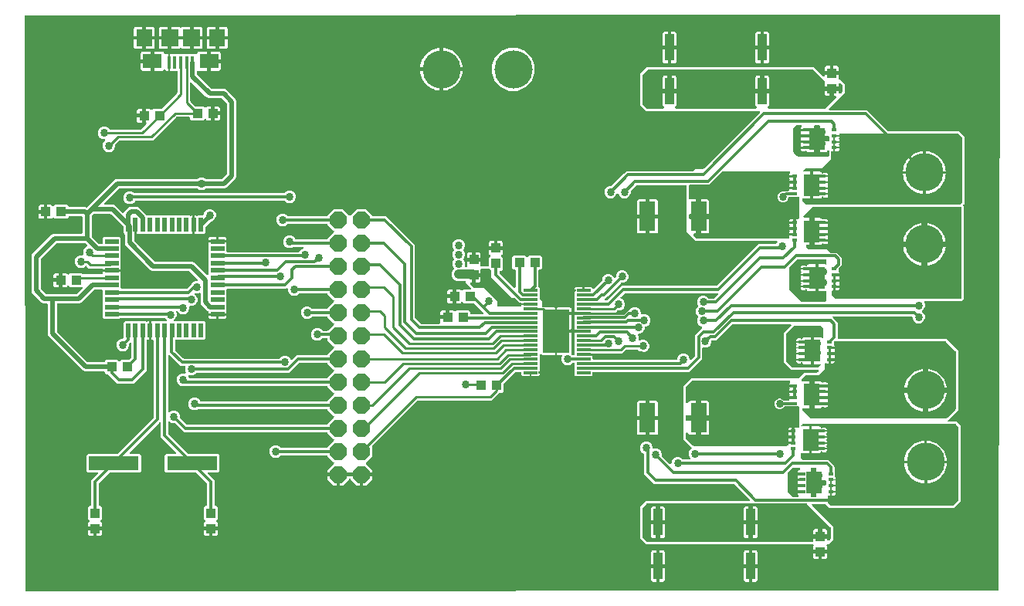
<source format=gbr>
G04 EAGLE Gerber RS-274X export*
G75*
%MOMM*%
%FSLAX34Y34*%
%LPD*%
%INTop Copper*%
%IPPOS*%
%AMOC8*
5,1,8,0,0,1.08239X$1,22.5*%
G01*
%ADD10R,1.100000X1.000000*%
%ADD11R,1.000000X2.950000*%
%ADD12R,1.000000X1.100000*%
%ADD13R,1.800000X3.200000*%
%ADD14R,1.500000X0.300000*%
%ADD15R,2.900000X4.700000*%
%ADD16C,0.908000*%
%ADD17R,1.500000X0.500000*%
%ADD18R,0.500000X1.500000*%
%ADD19R,0.400000X1.350000*%
%ADD20R,2.100000X1.600000*%
%ADD21R,1.800000X1.900000*%
%ADD22R,1.900000X1.900000*%
%ADD23R,5.500000X1.500000*%
%ADD24C,4.191000*%
%ADD25P,2.034460X8X292.500000*%
%ADD26R,0.609600X0.304800*%
%ADD27R,0.635000X0.304800*%
%ADD28R,1.778000X2.438400*%
%ADD29C,0.304800*%
%ADD30C,0.856400*%
%ADD31C,0.254000*%
%ADD32C,0.756400*%
%ADD33C,0.508000*%
%ADD34C,0.812800*%
%ADD35C,1.016000*%

G36*
X1076167Y11418D02*
X1076167Y11418D01*
X1076223Y11426D01*
X1076280Y11424D01*
X1076363Y11446D01*
X1076448Y11458D01*
X1076500Y11481D01*
X1076555Y11495D01*
X1076629Y11539D01*
X1076708Y11574D01*
X1076751Y11611D01*
X1076800Y11640D01*
X1076859Y11703D01*
X1076924Y11758D01*
X1076956Y11806D01*
X1076995Y11847D01*
X1077034Y11924D01*
X1077082Y11995D01*
X1077099Y12049D01*
X1077125Y12100D01*
X1077137Y12169D01*
X1077167Y12266D01*
X1077170Y12364D01*
X1077181Y12431D01*
X1078407Y642099D01*
X1078399Y642158D01*
X1078401Y642219D01*
X1078380Y642299D01*
X1078368Y642381D01*
X1078344Y642435D01*
X1078329Y642493D01*
X1078286Y642565D01*
X1078252Y642640D01*
X1078214Y642686D01*
X1078183Y642738D01*
X1078123Y642794D01*
X1078069Y642858D01*
X1078019Y642891D01*
X1077975Y642932D01*
X1077902Y642970D01*
X1077833Y643016D01*
X1077776Y643034D01*
X1077722Y643061D01*
X1077655Y643072D01*
X1077562Y643102D01*
X1077460Y643105D01*
X1077391Y643116D01*
X9927Y641872D01*
X9868Y641864D01*
X9809Y641865D01*
X9728Y641844D01*
X9645Y641832D01*
X9591Y641808D01*
X9534Y641793D01*
X9462Y641750D01*
X9386Y641716D01*
X9341Y641678D01*
X9290Y641647D01*
X9233Y641586D01*
X9169Y641532D01*
X9137Y641483D01*
X9096Y641440D01*
X9058Y641365D01*
X9012Y641295D01*
X8994Y641239D01*
X8967Y641186D01*
X8956Y641118D01*
X8926Y641024D01*
X8924Y640923D01*
X8912Y640855D01*
X10139Y11187D01*
X10147Y11130D01*
X10146Y11071D01*
X10167Y10989D01*
X10179Y10906D01*
X10203Y10853D01*
X10218Y10797D01*
X10261Y10724D01*
X10296Y10646D01*
X10334Y10602D01*
X10363Y10552D01*
X10425Y10494D01*
X10480Y10430D01*
X10529Y10398D01*
X10571Y10358D01*
X10646Y10320D01*
X10717Y10273D01*
X10773Y10255D01*
X10824Y10229D01*
X10893Y10218D01*
X10988Y10187D01*
X11088Y10185D01*
X11155Y10174D01*
X1076167Y11418D01*
G37*
%LPC*%
G36*
X881379Y53729D02*
X881379Y53729D01*
X881379Y54746D01*
X881371Y54804D01*
X881372Y54862D01*
X881351Y54944D01*
X881339Y55027D01*
X881315Y55081D01*
X881301Y55137D01*
X881258Y55210D01*
X881223Y55287D01*
X881185Y55331D01*
X881155Y55382D01*
X881094Y55439D01*
X881039Y55504D01*
X880991Y55536D01*
X880948Y55576D01*
X880873Y55615D01*
X880803Y55661D01*
X880747Y55679D01*
X880695Y55706D01*
X880627Y55717D01*
X880532Y55747D01*
X880432Y55750D01*
X880364Y55761D01*
X873839Y55761D01*
X873839Y59564D01*
X874012Y60211D01*
X874152Y60452D01*
X874163Y60480D01*
X874175Y60497D01*
X874177Y60503D01*
X874188Y60521D01*
X874220Y60620D01*
X874258Y60716D01*
X874262Y60755D01*
X874274Y60792D01*
X874277Y60896D01*
X874287Y60999D01*
X874280Y61037D01*
X874281Y61076D01*
X874255Y61176D01*
X874237Y61279D01*
X874219Y61314D01*
X874210Y61351D01*
X874157Y61440D01*
X874111Y61533D01*
X874084Y61562D01*
X874064Y61596D01*
X873989Y61667D01*
X873919Y61743D01*
X873885Y61764D01*
X873857Y61790D01*
X873765Y61837D01*
X873676Y61892D01*
X873639Y61902D01*
X873604Y61920D01*
X873527Y61933D01*
X873402Y61967D01*
X873328Y61966D01*
X873273Y61975D01*
X690466Y61975D01*
X684275Y68166D01*
X684275Y103284D01*
X690466Y109475D01*
X803076Y109475D01*
X803105Y109479D01*
X803134Y109476D01*
X803245Y109499D01*
X803357Y109515D01*
X803384Y109527D01*
X803413Y109532D01*
X803513Y109584D01*
X803617Y109631D01*
X803639Y109650D01*
X803665Y109663D01*
X803747Y109741D01*
X803834Y109814D01*
X803850Y109839D01*
X803871Y109859D01*
X803929Y109957D01*
X803991Y110051D01*
X804000Y110079D01*
X804015Y110104D01*
X804043Y110214D01*
X804077Y110322D01*
X804078Y110352D01*
X804085Y110380D01*
X804082Y110493D01*
X804084Y110606D01*
X804077Y110635D01*
X804076Y110664D01*
X804041Y110772D01*
X804013Y110881D01*
X803998Y110907D01*
X803989Y110935D01*
X803943Y110998D01*
X803867Y111126D01*
X803822Y111169D01*
X803794Y111208D01*
X787284Y127718D01*
X787214Y127770D01*
X787150Y127830D01*
X787101Y127856D01*
X787057Y127889D01*
X786975Y127920D01*
X786897Y127960D01*
X786849Y127968D01*
X786791Y127990D01*
X786643Y128002D01*
X786566Y128015D01*
X699356Y128015D01*
X688085Y139286D01*
X688085Y160734D01*
X688085Y160736D01*
X688085Y160738D01*
X688065Y160879D01*
X688045Y161016D01*
X688045Y161017D01*
X688045Y161019D01*
X687986Y161149D01*
X687929Y161275D01*
X687928Y161276D01*
X687927Y161278D01*
X687834Y161387D01*
X687746Y161492D01*
X687744Y161493D01*
X687743Y161494D01*
X687730Y161503D01*
X687509Y161650D01*
X687480Y161659D01*
X687458Y161672D01*
X687015Y161856D01*
X685096Y163775D01*
X684057Y166283D01*
X684057Y168997D01*
X685096Y171505D01*
X687015Y173424D01*
X689523Y174463D01*
X692237Y174463D01*
X694745Y173424D01*
X696664Y171505D01*
X697703Y168997D01*
X697703Y167542D01*
X697719Y167428D01*
X697729Y167314D01*
X697739Y167288D01*
X697743Y167260D01*
X697790Y167156D01*
X697831Y167048D01*
X697847Y167026D01*
X697859Y167001D01*
X697933Y166913D01*
X698002Y166822D01*
X698025Y166805D01*
X698042Y166784D01*
X698138Y166720D01*
X698230Y166652D01*
X698256Y166642D01*
X698279Y166626D01*
X698389Y166592D01*
X698496Y166551D01*
X698524Y166549D01*
X698550Y166541D01*
X698665Y166538D01*
X698779Y166529D01*
X698804Y166534D01*
X698834Y166533D01*
X699091Y166600D01*
X699107Y166604D01*
X699683Y166843D01*
X702397Y166843D01*
X704905Y165804D01*
X706824Y163885D01*
X707863Y161377D01*
X707863Y159366D01*
X707870Y159316D01*
X707869Y159299D01*
X707875Y159278D01*
X707878Y159192D01*
X707895Y159140D01*
X707903Y159085D01*
X707938Y159005D01*
X707965Y158922D01*
X707993Y158882D01*
X708019Y158825D01*
X708115Y158712D01*
X708160Y158648D01*
X716614Y150194D01*
X716638Y150177D01*
X716657Y150154D01*
X716751Y150091D01*
X716841Y150023D01*
X716869Y150013D01*
X716893Y149997D01*
X717001Y149962D01*
X717107Y149922D01*
X717136Y149920D01*
X717164Y149911D01*
X717278Y149908D01*
X717390Y149899D01*
X717419Y149904D01*
X717448Y149904D01*
X717558Y149932D01*
X717669Y149954D01*
X717695Y149968D01*
X717723Y149975D01*
X717821Y150033D01*
X717921Y150085D01*
X717943Y150106D01*
X717968Y150121D01*
X718045Y150203D01*
X718127Y150281D01*
X718142Y150307D01*
X718162Y150328D01*
X718214Y150429D01*
X718271Y150527D01*
X718278Y150555D01*
X718292Y150581D01*
X718305Y150658D01*
X718341Y150802D01*
X718339Y150865D01*
X718347Y150912D01*
X718347Y152487D01*
X719386Y154995D01*
X721305Y156914D01*
X723813Y157953D01*
X726527Y157953D01*
X729035Y156914D01*
X730457Y155492D01*
X730526Y155440D01*
X730590Y155380D01*
X730640Y155354D01*
X730684Y155321D01*
X730766Y155290D01*
X730844Y155250D01*
X730891Y155242D01*
X730950Y155220D01*
X731097Y155208D01*
X731175Y155195D01*
X738215Y155195D01*
X738245Y155199D01*
X738274Y155196D01*
X738385Y155219D01*
X738497Y155235D01*
X738524Y155247D01*
X738552Y155252D01*
X738653Y155305D01*
X738756Y155351D01*
X738779Y155370D01*
X738805Y155383D01*
X738887Y155461D01*
X738973Y155534D01*
X738990Y155559D01*
X739011Y155579D01*
X739068Y155677D01*
X739131Y155771D01*
X739140Y155799D01*
X739155Y155824D01*
X739183Y155934D01*
X739217Y156042D01*
X739217Y156072D01*
X739225Y156100D01*
X739221Y156213D01*
X739224Y156326D01*
X739217Y156355D01*
X739216Y156384D01*
X739181Y156492D01*
X739152Y156601D01*
X739137Y156627D01*
X739128Y156655D01*
X739083Y156719D01*
X739007Y156846D01*
X738961Y156889D01*
X738933Y156928D01*
X738436Y157425D01*
X737397Y159933D01*
X737397Y162647D01*
X738436Y165155D01*
X740249Y166967D01*
X740284Y167014D01*
X740326Y167054D01*
X740369Y167127D01*
X740419Y167194D01*
X740440Y167249D01*
X740470Y167300D01*
X740491Y167381D01*
X740521Y167460D01*
X740525Y167519D01*
X740540Y167575D01*
X740537Y167659D01*
X740544Y167743D01*
X740533Y167801D01*
X740531Y167859D01*
X740505Y167940D01*
X740488Y168022D01*
X740461Y168074D01*
X740443Y168130D01*
X740403Y168186D01*
X740357Y168275D01*
X740289Y168347D01*
X740249Y168403D01*
X738588Y170064D01*
X731265Y177386D01*
X731265Y235364D01*
X739996Y244095D01*
X856394Y244095D01*
X856532Y243956D01*
X856556Y243939D01*
X856575Y243916D01*
X856599Y243900D01*
X856619Y243879D01*
X856691Y243836D01*
X856759Y243785D01*
X856787Y243775D01*
X856811Y243759D01*
X856839Y243750D01*
X856864Y243735D01*
X856945Y243714D01*
X857025Y243684D01*
X857054Y243682D01*
X857082Y243673D01*
X857112Y243672D01*
X857140Y243665D01*
X857223Y243668D01*
X857308Y243661D01*
X857337Y243666D01*
X857366Y243666D01*
X857395Y243673D01*
X857424Y243674D01*
X857504Y243700D01*
X857587Y243716D01*
X857613Y243730D01*
X857641Y243737D01*
X857667Y243752D01*
X857695Y243761D01*
X857750Y243801D01*
X857839Y243847D01*
X857861Y243868D01*
X857886Y243883D01*
X857929Y243929D01*
X857968Y243956D01*
X864456Y250445D01*
X878006Y250445D01*
X878092Y250457D01*
X878180Y250460D01*
X878232Y250477D01*
X878287Y250485D01*
X878367Y250520D01*
X878450Y250547D01*
X878490Y250575D01*
X878547Y250601D01*
X878660Y250697D01*
X878724Y250742D01*
X879486Y251504D01*
X879503Y251528D01*
X879526Y251547D01*
X879589Y251641D01*
X879657Y251731D01*
X879667Y251759D01*
X879683Y251783D01*
X879718Y251891D01*
X879758Y251997D01*
X879760Y252026D01*
X879769Y252054D01*
X879772Y252168D01*
X879781Y252280D01*
X879776Y252309D01*
X879776Y252338D01*
X879748Y252448D01*
X879726Y252559D01*
X879712Y252585D01*
X879705Y252613D01*
X879647Y252711D01*
X879595Y252811D01*
X879574Y252833D01*
X879559Y252858D01*
X879477Y252935D01*
X879399Y253017D01*
X879373Y253032D01*
X879352Y253052D01*
X879251Y253104D01*
X879153Y253161D01*
X879125Y253168D01*
X879099Y253182D01*
X879022Y253195D01*
X878878Y253231D01*
X878815Y253229D01*
X878768Y253237D01*
X849532Y253237D01*
X841247Y261522D01*
X841247Y293468D01*
X843479Y295700D01*
X849321Y301542D01*
X849339Y301566D01*
X849361Y301585D01*
X849424Y301679D01*
X849492Y301769D01*
X849503Y301797D01*
X849519Y301821D01*
X849553Y301929D01*
X849593Y302035D01*
X849596Y302064D01*
X849605Y302092D01*
X849608Y302206D01*
X849617Y302318D01*
X849611Y302347D01*
X849612Y302376D01*
X849583Y302486D01*
X849561Y302597D01*
X849548Y302623D01*
X849540Y302651D01*
X849482Y302749D01*
X849430Y302849D01*
X849410Y302871D01*
X849395Y302896D01*
X849312Y302973D01*
X849234Y303055D01*
X849209Y303070D01*
X849188Y303090D01*
X849087Y303142D01*
X848989Y303199D01*
X848961Y303206D01*
X848935Y303220D01*
X848857Y303233D01*
X848714Y303269D01*
X848651Y303267D01*
X848603Y303275D01*
X785810Y303275D01*
X785723Y303263D01*
X785636Y303260D01*
X785583Y303243D01*
X785529Y303235D01*
X785449Y303200D01*
X785365Y303173D01*
X785326Y303145D01*
X785269Y303119D01*
X785156Y303023D01*
X785092Y302978D01*
X768118Y286003D01*
X763198Y286003D01*
X763140Y285995D01*
X763082Y285997D01*
X763000Y285975D01*
X762916Y285963D01*
X762863Y285940D01*
X762807Y285925D01*
X762734Y285882D01*
X762657Y285847D01*
X762612Y285809D01*
X762562Y285780D01*
X762504Y285718D01*
X762440Y285664D01*
X762408Y285615D01*
X762368Y285572D01*
X762329Y285497D01*
X762282Y285427D01*
X762265Y285371D01*
X762238Y285319D01*
X762227Y285251D01*
X762197Y285156D01*
X762194Y285056D01*
X762183Y284988D01*
X762183Y283123D01*
X761144Y280615D01*
X759225Y278696D01*
X756717Y277657D01*
X754003Y277657D01*
X753499Y277866D01*
X753387Y277895D01*
X753278Y277930D01*
X753250Y277930D01*
X753223Y277937D01*
X753109Y277934D01*
X752994Y277937D01*
X752967Y277930D01*
X752939Y277929D01*
X752830Y277894D01*
X752719Y277865D01*
X752695Y277851D01*
X752668Y277842D01*
X752573Y277778D01*
X752474Y277720D01*
X752455Y277700D01*
X752432Y277684D01*
X752358Y277596D01*
X752280Y277512D01*
X752267Y277488D01*
X752249Y277467D01*
X752202Y277361D01*
X752150Y277259D01*
X752146Y277235D01*
X752134Y277207D01*
X752097Y276943D01*
X752095Y276928D01*
X752095Y265016D01*
X738284Y251205D01*
X632936Y251205D01*
X632878Y251197D01*
X632820Y251199D01*
X632738Y251177D01*
X632654Y251165D01*
X632601Y251142D01*
X632545Y251127D01*
X632472Y251084D01*
X632395Y251049D01*
X632350Y251011D01*
X632300Y250982D01*
X632242Y250920D01*
X632178Y250866D01*
X632146Y250817D01*
X632106Y250774D01*
X632067Y250699D01*
X632020Y250629D01*
X632003Y250573D01*
X631976Y250521D01*
X631965Y250453D01*
X631935Y250358D01*
X631932Y250258D01*
X631921Y250190D01*
X631921Y247808D01*
X630432Y246319D01*
X613328Y246319D01*
X611839Y247808D01*
X611839Y260350D01*
X611831Y260408D01*
X611833Y260466D01*
X611811Y260548D01*
X611799Y260632D01*
X611776Y260685D01*
X611761Y260741D01*
X611718Y260814D01*
X611683Y260891D01*
X611645Y260936D01*
X611616Y260986D01*
X611554Y261044D01*
X611500Y261108D01*
X611451Y261140D01*
X611408Y261180D01*
X611333Y261219D01*
X611263Y261266D01*
X611207Y261283D01*
X611155Y261310D01*
X611087Y261321D01*
X610992Y261351D01*
X610892Y261354D01*
X610824Y261365D01*
X610525Y261365D01*
X610438Y261353D01*
X610351Y261350D01*
X610298Y261333D01*
X610243Y261325D01*
X610163Y261290D01*
X610080Y261263D01*
X610041Y261235D01*
X609984Y261209D01*
X609870Y261113D01*
X609807Y261068D01*
X608385Y259646D01*
X605877Y258607D01*
X603163Y258607D01*
X600655Y259646D01*
X598736Y261565D01*
X597697Y264073D01*
X597697Y266787D01*
X598392Y268465D01*
X598421Y268577D01*
X598456Y268686D01*
X598457Y268714D01*
X598463Y268741D01*
X598460Y268855D01*
X598463Y268970D01*
X598456Y268997D01*
X598455Y269025D01*
X598420Y269134D01*
X598391Y269245D01*
X598377Y269269D01*
X598369Y269296D01*
X598305Y269391D01*
X598246Y269490D01*
X598226Y269509D01*
X598210Y269532D01*
X598123Y269606D01*
X598039Y269684D01*
X598014Y269697D01*
X597993Y269715D01*
X597888Y269761D01*
X597786Y269814D01*
X597761Y269818D01*
X597733Y269830D01*
X597469Y269867D01*
X597455Y269869D01*
X593070Y269869D01*
X592948Y269852D01*
X592872Y269850D01*
X592835Y269843D01*
X592835Y276860D01*
X592835Y289560D01*
X592835Y294894D01*
X592827Y294952D01*
X592829Y295010D01*
X592807Y295092D01*
X592796Y295175D01*
X592772Y295229D01*
X592757Y295285D01*
X592714Y295358D01*
X592679Y295435D01*
X592642Y295479D01*
X592612Y295530D01*
X592550Y295587D01*
X592496Y295652D01*
X592447Y295684D01*
X592404Y295724D01*
X592329Y295763D01*
X592259Y295809D01*
X592203Y295827D01*
X592151Y295854D01*
X592083Y295865D01*
X591988Y295895D01*
X591888Y295898D01*
X591820Y295909D01*
X591762Y295901D01*
X591704Y295902D01*
X591703Y295902D01*
X591622Y295881D01*
X591538Y295869D01*
X591485Y295845D01*
X591428Y295831D01*
X591356Y295788D01*
X591279Y295753D01*
X591234Y295715D01*
X591184Y295685D01*
X591126Y295624D01*
X591062Y295569D01*
X591030Y295521D01*
X590989Y295478D01*
X590951Y295403D01*
X590904Y295333D01*
X590887Y295277D01*
X590860Y295225D01*
X590849Y295157D01*
X590819Y295062D01*
X590816Y294962D01*
X590805Y294894D01*
X590805Y289560D01*
X590805Y276860D01*
X590805Y269843D01*
X590768Y269850D01*
X590646Y269857D01*
X590570Y269869D01*
X582910Y269869D01*
X582788Y269852D01*
X582712Y269850D01*
X582357Y269779D01*
X582068Y269779D01*
X582043Y269787D01*
X581991Y269814D01*
X581923Y269825D01*
X581828Y269855D01*
X581728Y269858D01*
X581660Y269869D01*
X581602Y269861D01*
X581544Y269863D01*
X581543Y269863D01*
X581462Y269841D01*
X581378Y269829D01*
X581325Y269806D01*
X581268Y269791D01*
X581249Y269779D01*
X580963Y269779D01*
X580608Y269850D01*
X580486Y269857D01*
X580410Y269869D01*
X576986Y269869D01*
X576339Y270042D01*
X575760Y270377D01*
X575654Y270483D01*
X575630Y270501D01*
X575611Y270523D01*
X575517Y270586D01*
X575427Y270654D01*
X575399Y270664D01*
X575375Y270681D01*
X575267Y270715D01*
X575161Y270755D01*
X575132Y270758D01*
X575104Y270766D01*
X574991Y270769D01*
X574878Y270779D01*
X574849Y270773D01*
X574820Y270774D01*
X574710Y270745D01*
X574599Y270723D01*
X574573Y270709D01*
X574545Y270702D01*
X574447Y270644D01*
X574347Y270592D01*
X574325Y270572D01*
X574300Y270557D01*
X574223Y270474D01*
X574141Y270396D01*
X574126Y270371D01*
X574106Y270349D01*
X574054Y270248D01*
X573997Y270151D01*
X573990Y270122D01*
X573976Y270096D01*
X573963Y270019D01*
X573927Y269875D01*
X573929Y269813D01*
X573921Y269765D01*
X573921Y252492D01*
X573911Y252445D01*
X573916Y252391D01*
X573910Y252318D01*
X573921Y252263D01*
X573921Y251375D01*
X572909Y251375D01*
X572846Y251367D01*
X572783Y251368D01*
X572706Y251347D01*
X572628Y251336D01*
X572570Y251310D01*
X572508Y251293D01*
X572453Y251257D01*
X572368Y251219D01*
X572287Y251150D01*
X572226Y251111D01*
X572192Y251070D01*
X572151Y251036D01*
X572151Y251035D01*
X572101Y250961D01*
X572044Y250892D01*
X572023Y250843D01*
X571993Y250799D01*
X571966Y250713D01*
X571931Y250632D01*
X571924Y250579D01*
X571907Y250528D01*
X571905Y250438D01*
X571894Y250350D01*
X571902Y250297D01*
X571900Y250243D01*
X571923Y250157D01*
X571936Y250069D01*
X571958Y250020D01*
X571972Y249968D01*
X572018Y249892D01*
X572055Y249810D01*
X572090Y249770D01*
X572117Y249724D01*
X572182Y249663D01*
X572241Y249595D01*
X572286Y249566D01*
X572325Y249529D01*
X572404Y249489D01*
X572479Y249440D01*
X572530Y249424D01*
X572578Y249400D01*
X572649Y249388D01*
X572751Y249357D01*
X572844Y249355D01*
X572909Y249345D01*
X573921Y249345D01*
X573921Y248526D01*
X573748Y247879D01*
X573413Y247300D01*
X572940Y246827D01*
X572361Y246492D01*
X571714Y246319D01*
X564895Y246319D01*
X564895Y250190D01*
X564887Y250248D01*
X564889Y250306D01*
X564867Y250388D01*
X564856Y250472D01*
X564832Y250525D01*
X564817Y250581D01*
X564774Y250654D01*
X564739Y250731D01*
X564702Y250776D01*
X564672Y250826D01*
X564610Y250884D01*
X564556Y250948D01*
X564507Y250980D01*
X564464Y251020D01*
X564389Y251059D01*
X564319Y251106D01*
X564263Y251123D01*
X564211Y251150D01*
X564143Y251161D01*
X564048Y251191D01*
X563948Y251194D01*
X563880Y251205D01*
X563822Y251197D01*
X563764Y251199D01*
X563763Y251199D01*
X563682Y251177D01*
X563598Y251165D01*
X563545Y251142D01*
X563488Y251127D01*
X563416Y251084D01*
X563339Y251049D01*
X563294Y251011D01*
X563244Y250982D01*
X563186Y250920D01*
X563122Y250866D01*
X563090Y250817D01*
X563049Y250774D01*
X563011Y250699D01*
X562964Y250629D01*
X562947Y250573D01*
X562920Y250521D01*
X562909Y250453D01*
X562879Y250358D01*
X562876Y250258D01*
X562865Y250190D01*
X562865Y246319D01*
X556046Y246319D01*
X555399Y246492D01*
X554820Y246827D01*
X554347Y247300D01*
X554012Y247879D01*
X553839Y248526D01*
X553839Y250190D01*
X553831Y250248D01*
X553833Y250306D01*
X553811Y250388D01*
X553799Y250472D01*
X553776Y250525D01*
X553761Y250581D01*
X553718Y250654D01*
X553683Y250731D01*
X553645Y250776D01*
X553616Y250826D01*
X553554Y250884D01*
X553500Y250948D01*
X553451Y250980D01*
X553408Y251020D01*
X553333Y251059D01*
X553263Y251106D01*
X553207Y251123D01*
X553155Y251150D01*
X553087Y251161D01*
X552992Y251191D01*
X552892Y251194D01*
X552824Y251205D01*
X547814Y251205D01*
X547728Y251193D01*
X547640Y251190D01*
X547588Y251173D01*
X547533Y251165D01*
X547453Y251130D01*
X547370Y251103D01*
X547330Y251075D01*
X547273Y251049D01*
X547160Y250953D01*
X547096Y250908D01*
X534498Y238310D01*
X534476Y238281D01*
X534458Y238265D01*
X534430Y238224D01*
X534386Y238176D01*
X534360Y238127D01*
X534327Y238082D01*
X534315Y238050D01*
X534300Y238029D01*
X534285Y237978D01*
X534256Y237923D01*
X534248Y237875D01*
X534226Y237817D01*
X534223Y237785D01*
X534215Y237758D01*
X534212Y237660D01*
X534201Y237592D01*
X534201Y229668D01*
X532712Y228179D01*
X529899Y228179D01*
X529812Y228167D01*
X529725Y228164D01*
X529672Y228147D01*
X529617Y228139D01*
X529538Y228104D01*
X529454Y228077D01*
X529415Y228049D01*
X529358Y228023D01*
X529245Y227927D01*
X529181Y227882D01*
X527941Y226642D01*
X523538Y222239D01*
X521008Y219709D01*
X440149Y219709D01*
X440062Y219697D01*
X439975Y219694D01*
X439922Y219677D01*
X439867Y219669D01*
X439788Y219634D01*
X439704Y219607D01*
X439665Y219579D01*
X439608Y219553D01*
X439495Y219457D01*
X439431Y219412D01*
X390314Y170295D01*
X390279Y170249D01*
X390237Y170208D01*
X390194Y170135D01*
X390144Y170068D01*
X390123Y170013D01*
X390093Y169963D01*
X390072Y169881D01*
X390042Y169802D01*
X390037Y169744D01*
X390023Y169687D01*
X390026Y169603D01*
X390019Y169519D01*
X390030Y169462D01*
X390032Y169403D01*
X390058Y169323D01*
X390075Y169240D01*
X390102Y169189D01*
X390103Y169184D01*
X390105Y169177D01*
X390106Y169175D01*
X390120Y169133D01*
X390160Y169076D01*
X390206Y168988D01*
X390236Y168956D01*
X390250Y168932D01*
X390288Y168897D01*
X390314Y168859D01*
X390399Y168775D01*
X390399Y158885D01*
X383362Y151848D01*
X383327Y151801D01*
X383284Y151761D01*
X383242Y151688D01*
X383191Y151621D01*
X383170Y151566D01*
X383141Y151516D01*
X383120Y151434D01*
X383090Y151355D01*
X383085Y151297D01*
X383070Y151240D01*
X383073Y151156D01*
X383066Y151072D01*
X383078Y151014D01*
X383079Y150956D01*
X383105Y150876D01*
X383122Y150793D01*
X383149Y150741D01*
X383167Y150685D01*
X383207Y150629D01*
X383253Y150541D01*
X383322Y150468D01*
X383362Y150412D01*
X390399Y143375D01*
X390399Y140461D01*
X379476Y140461D01*
X379418Y140453D01*
X379360Y140455D01*
X379278Y140433D01*
X379195Y140421D01*
X379141Y140397D01*
X379085Y140383D01*
X379012Y140340D01*
X378935Y140305D01*
X378891Y140267D01*
X378840Y140237D01*
X378783Y140176D01*
X378718Y140121D01*
X378686Y140073D01*
X378646Y140030D01*
X378607Y139955D01*
X378561Y139885D01*
X378543Y139829D01*
X378516Y139777D01*
X378505Y139709D01*
X378475Y139614D01*
X378472Y139514D01*
X378461Y139446D01*
X378461Y138429D01*
X378459Y138429D01*
X378459Y139446D01*
X378451Y139504D01*
X378452Y139562D01*
X378431Y139644D01*
X378419Y139727D01*
X378395Y139781D01*
X378381Y139837D01*
X378338Y139910D01*
X378303Y139987D01*
X378265Y140032D01*
X378235Y140082D01*
X378174Y140140D01*
X378119Y140204D01*
X378071Y140236D01*
X378028Y140276D01*
X377953Y140315D01*
X377883Y140361D01*
X377827Y140379D01*
X377775Y140406D01*
X377707Y140417D01*
X377612Y140447D01*
X377512Y140450D01*
X377444Y140461D01*
X354076Y140461D01*
X354018Y140453D01*
X353960Y140455D01*
X353878Y140433D01*
X353795Y140421D01*
X353741Y140397D01*
X353685Y140383D01*
X353612Y140340D01*
X353535Y140305D01*
X353491Y140267D01*
X353440Y140237D01*
X353383Y140176D01*
X353318Y140121D01*
X353286Y140073D01*
X353246Y140030D01*
X353207Y139955D01*
X353161Y139885D01*
X353143Y139829D01*
X353116Y139777D01*
X353105Y139709D01*
X353075Y139614D01*
X353072Y139514D01*
X353061Y139446D01*
X353061Y138429D01*
X353059Y138429D01*
X353059Y139446D01*
X353051Y139504D01*
X353052Y139562D01*
X353031Y139644D01*
X353019Y139727D01*
X352995Y139781D01*
X352981Y139837D01*
X352938Y139910D01*
X352903Y139987D01*
X352865Y140032D01*
X352835Y140082D01*
X352774Y140140D01*
X352719Y140204D01*
X352671Y140236D01*
X352628Y140276D01*
X352553Y140315D01*
X352483Y140361D01*
X352427Y140379D01*
X352375Y140406D01*
X352307Y140417D01*
X352212Y140447D01*
X352112Y140450D01*
X352044Y140461D01*
X341121Y140461D01*
X341121Y143375D01*
X348158Y150412D01*
X348193Y150459D01*
X348236Y150499D01*
X348278Y150572D01*
X348329Y150639D01*
X348350Y150694D01*
X348379Y150744D01*
X348400Y150826D01*
X348430Y150905D01*
X348435Y150963D01*
X348450Y151020D01*
X348447Y151104D01*
X348454Y151188D01*
X348442Y151246D01*
X348441Y151304D01*
X348415Y151384D01*
X348398Y151467D01*
X348371Y151519D01*
X348353Y151575D01*
X348313Y151631D01*
X348267Y151719D01*
X348198Y151792D01*
X348158Y151848D01*
X341106Y158900D01*
X341093Y158948D01*
X341081Y159032D01*
X341058Y159085D01*
X341043Y159141D01*
X341000Y159214D01*
X340965Y159291D01*
X340927Y159336D01*
X340898Y159386D01*
X340836Y159444D01*
X340782Y159508D01*
X340733Y159540D01*
X340690Y159580D01*
X340615Y159619D01*
X340545Y159666D01*
X340489Y159683D01*
X340437Y159710D01*
X340369Y159721D01*
X340274Y159751D01*
X340174Y159754D01*
X340106Y159765D01*
X290485Y159765D01*
X290398Y159753D01*
X290311Y159750D01*
X290258Y159733D01*
X290203Y159725D01*
X290123Y159690D01*
X290040Y159663D01*
X290001Y159635D01*
X289944Y159609D01*
X289830Y159513D01*
X289767Y159468D01*
X288345Y158046D01*
X285837Y157007D01*
X283123Y157007D01*
X280615Y158046D01*
X278696Y159965D01*
X277657Y162473D01*
X277657Y165187D01*
X278696Y167695D01*
X280615Y169614D01*
X283123Y170653D01*
X285837Y170653D01*
X288345Y169614D01*
X289767Y168192D01*
X289836Y168140D01*
X289900Y168080D01*
X289950Y168054D01*
X289994Y168021D01*
X290076Y167990D01*
X290154Y167950D01*
X290201Y167942D01*
X290260Y167920D01*
X290407Y167908D01*
X290485Y167895D01*
X340106Y167895D01*
X340164Y167903D01*
X340222Y167901D01*
X340304Y167923D01*
X340388Y167935D01*
X340441Y167958D01*
X340497Y167973D01*
X340570Y168016D01*
X340647Y168051D01*
X340692Y168089D01*
X340742Y168118D01*
X340800Y168180D01*
X340864Y168234D01*
X340896Y168283D01*
X340936Y168326D01*
X340975Y168401D01*
X341022Y168471D01*
X341039Y168527D01*
X341066Y168579D01*
X341077Y168647D01*
X341107Y168742D01*
X341108Y168762D01*
X348158Y175812D01*
X348193Y175859D01*
X348236Y175899D01*
X348278Y175972D01*
X348329Y176039D01*
X348350Y176094D01*
X348379Y176144D01*
X348400Y176226D01*
X348430Y176305D01*
X348435Y176363D01*
X348450Y176420D01*
X348447Y176504D01*
X348454Y176588D01*
X348442Y176646D01*
X348441Y176704D01*
X348415Y176784D01*
X348398Y176867D01*
X348371Y176919D01*
X348353Y176975D01*
X348313Y177031D01*
X348267Y177119D01*
X348198Y177192D01*
X348158Y177248D01*
X341106Y184300D01*
X341093Y184348D01*
X341081Y184432D01*
X341058Y184485D01*
X341043Y184541D01*
X341000Y184614D01*
X340965Y184691D01*
X340927Y184736D01*
X340898Y184786D01*
X340836Y184844D01*
X340782Y184908D01*
X340733Y184940D01*
X340690Y184980D01*
X340615Y185019D01*
X340545Y185066D01*
X340489Y185083D01*
X340437Y185110D01*
X340369Y185121D01*
X340274Y185151D01*
X340174Y185154D01*
X340106Y185165D01*
X183736Y185165D01*
X174092Y194810D01*
X174022Y194862D01*
X173958Y194922D01*
X173909Y194948D01*
X173864Y194981D01*
X173783Y195012D01*
X173705Y195052D01*
X173657Y195060D01*
X173599Y195082D01*
X173451Y195094D01*
X173374Y195107D01*
X171363Y195107D01*
X168855Y196146D01*
X168358Y196643D01*
X168334Y196661D01*
X168315Y196683D01*
X168221Y196746D01*
X168131Y196814D01*
X168103Y196825D01*
X168079Y196841D01*
X167971Y196875D01*
X167865Y196915D01*
X167836Y196918D01*
X167808Y196927D01*
X167694Y196930D01*
X167582Y196939D01*
X167553Y196933D01*
X167524Y196934D01*
X167414Y196905D01*
X167303Y196883D01*
X167277Y196870D01*
X167249Y196862D01*
X167151Y196805D01*
X167051Y196752D01*
X167029Y196732D01*
X167004Y196717D01*
X166927Y196634D01*
X166845Y196556D01*
X166830Y196531D01*
X166810Y196510D01*
X166758Y196409D01*
X166701Y196311D01*
X166694Y196283D01*
X166680Y196257D01*
X166667Y196179D01*
X166631Y196036D01*
X166633Y195973D01*
X166625Y195925D01*
X166625Y183534D01*
X166637Y183448D01*
X166640Y183360D01*
X166657Y183308D01*
X166665Y183253D01*
X166700Y183173D01*
X166727Y183090D01*
X166755Y183050D01*
X166781Y182993D01*
X166877Y182880D01*
X166922Y182816D01*
X188270Y161468D01*
X188340Y161416D01*
X188404Y161356D01*
X188453Y161330D01*
X188498Y161297D01*
X188579Y161266D01*
X188657Y161226D01*
X188705Y161218D01*
X188763Y161196D01*
X188911Y161184D01*
X188988Y161171D01*
X221412Y161171D01*
X222901Y159682D01*
X222901Y142578D01*
X221412Y141089D01*
X211100Y141089D01*
X211071Y141085D01*
X211042Y141088D01*
X210931Y141065D01*
X210819Y141049D01*
X210792Y141037D01*
X210763Y141032D01*
X210663Y140980D01*
X210559Y140933D01*
X210537Y140914D01*
X210511Y140901D01*
X210429Y140823D01*
X210342Y140750D01*
X210326Y140725D01*
X210305Y140705D01*
X210247Y140607D01*
X210185Y140513D01*
X210176Y140485D01*
X210161Y140460D01*
X210133Y140350D01*
X210099Y140242D01*
X210098Y140212D01*
X210091Y140184D01*
X210094Y140071D01*
X210092Y139958D01*
X210099Y139929D01*
X210100Y139900D01*
X210135Y139792D01*
X210163Y139683D01*
X210178Y139657D01*
X210187Y139629D01*
X210233Y139566D01*
X210309Y139438D01*
X210354Y139395D01*
X210382Y139356D01*
X214746Y134992D01*
X217425Y132314D01*
X217425Y105186D01*
X217433Y105128D01*
X217431Y105070D01*
X217453Y104988D01*
X217465Y104904D01*
X217488Y104851D01*
X217503Y104795D01*
X217546Y104722D01*
X217581Y104645D01*
X217619Y104600D01*
X217648Y104550D01*
X217710Y104492D01*
X217764Y104428D01*
X217813Y104396D01*
X217856Y104356D01*
X217931Y104317D01*
X218001Y104270D01*
X218057Y104253D01*
X218109Y104226D01*
X218177Y104215D01*
X218272Y104185D01*
X218372Y104182D01*
X218440Y104171D01*
X219412Y104171D01*
X220901Y102682D01*
X220901Y89578D01*
X219630Y88306D01*
X219600Y88267D01*
X219564Y88234D01*
X219515Y88154D01*
X219459Y88079D01*
X219441Y88034D01*
X219416Y87992D01*
X219391Y87901D01*
X219357Y87814D01*
X219353Y87765D01*
X219340Y87718D01*
X219342Y87624D01*
X219334Y87530D01*
X219344Y87482D01*
X219344Y87434D01*
X219371Y87344D01*
X219390Y87252D01*
X219412Y87208D01*
X219426Y87161D01*
X219477Y87083D01*
X219521Y86999D01*
X219554Y86964D01*
X219581Y86923D01*
X219638Y86876D01*
X219717Y86793D01*
X219792Y86749D01*
X219840Y86709D01*
X219920Y86663D01*
X220393Y86190D01*
X220728Y85611D01*
X220901Y84964D01*
X220901Y81161D01*
X214376Y81161D01*
X214318Y81153D01*
X214260Y81154D01*
X214178Y81133D01*
X214095Y81121D01*
X214041Y81097D01*
X213985Y81083D01*
X213912Y81040D01*
X213835Y81005D01*
X213791Y80967D01*
X213740Y80937D01*
X213683Y80876D01*
X213618Y80821D01*
X213586Y80773D01*
X213546Y80730D01*
X213507Y80655D01*
X213461Y80585D01*
X213443Y80529D01*
X213416Y80477D01*
X213405Y80409D01*
X213375Y80314D01*
X213372Y80214D01*
X213361Y80146D01*
X213361Y79129D01*
X213359Y79129D01*
X213359Y80146D01*
X213351Y80204D01*
X213352Y80262D01*
X213331Y80344D01*
X213319Y80427D01*
X213295Y80481D01*
X213281Y80537D01*
X213238Y80610D01*
X213203Y80687D01*
X213165Y80731D01*
X213135Y80782D01*
X213074Y80839D01*
X213019Y80904D01*
X212971Y80936D01*
X212928Y80976D01*
X212853Y81015D01*
X212783Y81061D01*
X212727Y81079D01*
X212675Y81106D01*
X212607Y81117D01*
X212512Y81147D01*
X212412Y81150D01*
X212344Y81161D01*
X205819Y81161D01*
X205819Y84964D01*
X205992Y85611D01*
X206327Y86190D01*
X206800Y86663D01*
X206880Y86709D01*
X206918Y86739D01*
X206962Y86762D01*
X207030Y86827D01*
X207104Y86884D01*
X207133Y86924D01*
X207168Y86958D01*
X207215Y87039D01*
X207270Y87115D01*
X207287Y87161D01*
X207312Y87203D01*
X207335Y87294D01*
X207367Y87382D01*
X207370Y87431D01*
X207382Y87478D01*
X207379Y87572D01*
X207385Y87666D01*
X207374Y87714D01*
X207373Y87763D01*
X207344Y87852D01*
X207324Y87944D01*
X207300Y87987D01*
X207285Y88033D01*
X207242Y88094D01*
X207188Y88194D01*
X207127Y88255D01*
X207090Y88306D01*
X205819Y89578D01*
X205819Y102682D01*
X207308Y104171D01*
X208280Y104171D01*
X208338Y104179D01*
X208396Y104177D01*
X208478Y104199D01*
X208562Y104211D01*
X208615Y104234D01*
X208671Y104249D01*
X208744Y104292D01*
X208821Y104327D01*
X208866Y104365D01*
X208916Y104394D01*
X208974Y104456D01*
X209038Y104510D01*
X209070Y104559D01*
X209110Y104602D01*
X209149Y104677D01*
X209196Y104747D01*
X209213Y104803D01*
X209240Y104855D01*
X209251Y104923D01*
X209281Y105018D01*
X209284Y105118D01*
X209295Y105186D01*
X209295Y128526D01*
X209283Y128612D01*
X209280Y128700D01*
X209263Y128752D01*
X209255Y128807D01*
X209220Y128887D01*
X209193Y128970D01*
X209165Y129010D01*
X209139Y129067D01*
X209043Y129180D01*
X208998Y129244D01*
X197450Y140792D01*
X197380Y140844D01*
X197316Y140904D01*
X197267Y140930D01*
X197222Y140963D01*
X197141Y140994D01*
X197063Y141034D01*
X197015Y141042D01*
X196957Y141064D01*
X196809Y141076D01*
X196732Y141089D01*
X164308Y141089D01*
X162819Y142578D01*
X162819Y159682D01*
X164308Y161171D01*
X174620Y161171D01*
X174649Y161175D01*
X174678Y161172D01*
X174789Y161195D01*
X174901Y161211D01*
X174928Y161223D01*
X174957Y161228D01*
X175057Y161280D01*
X175161Y161327D01*
X175183Y161346D01*
X175209Y161359D01*
X175291Y161437D01*
X175378Y161510D01*
X175394Y161535D01*
X175415Y161555D01*
X175473Y161653D01*
X175535Y161747D01*
X175544Y161775D01*
X175559Y161800D01*
X175587Y161910D01*
X175621Y162018D01*
X175622Y162048D01*
X175629Y162076D01*
X175626Y162189D01*
X175628Y162302D01*
X175621Y162331D01*
X175620Y162360D01*
X175585Y162468D01*
X175557Y162577D01*
X175542Y162603D01*
X175533Y162631D01*
X175487Y162694D01*
X175411Y162822D01*
X175366Y162865D01*
X175338Y162904D01*
X158495Y179746D01*
X158495Y194566D01*
X158491Y194595D01*
X158494Y194624D01*
X158471Y194735D01*
X158455Y194847D01*
X158443Y194874D01*
X158438Y194903D01*
X158386Y195003D01*
X158339Y195107D01*
X158320Y195129D01*
X158307Y195155D01*
X158229Y195237D01*
X158156Y195324D01*
X158131Y195340D01*
X158111Y195361D01*
X158013Y195419D01*
X157919Y195481D01*
X157891Y195490D01*
X157866Y195505D01*
X157756Y195533D01*
X157648Y195567D01*
X157618Y195568D01*
X157590Y195575D01*
X157477Y195572D01*
X157364Y195574D01*
X157335Y195567D01*
X157306Y195566D01*
X157198Y195531D01*
X157089Y195503D01*
X157063Y195488D01*
X157035Y195479D01*
X156972Y195433D01*
X156844Y195357D01*
X156801Y195312D01*
X156762Y195284D01*
X124382Y162904D01*
X124365Y162880D01*
X124342Y162861D01*
X124279Y162767D01*
X124211Y162677D01*
X124201Y162649D01*
X124185Y162625D01*
X124150Y162517D01*
X124110Y162411D01*
X124108Y162382D01*
X124099Y162354D01*
X124096Y162240D01*
X124087Y162128D01*
X124092Y162099D01*
X124092Y162070D01*
X124120Y161960D01*
X124142Y161849D01*
X124156Y161823D01*
X124163Y161795D01*
X124221Y161697D01*
X124273Y161597D01*
X124294Y161575D01*
X124309Y161550D01*
X124391Y161473D01*
X124469Y161391D01*
X124495Y161376D01*
X124516Y161356D01*
X124617Y161304D01*
X124715Y161247D01*
X124743Y161240D01*
X124769Y161226D01*
X124846Y161213D01*
X124990Y161177D01*
X125053Y161179D01*
X125100Y161171D01*
X135412Y161171D01*
X136901Y159682D01*
X136901Y142578D01*
X135412Y141089D01*
X102988Y141089D01*
X102902Y141077D01*
X102814Y141074D01*
X102762Y141057D01*
X102707Y141049D01*
X102627Y141014D01*
X102544Y140987D01*
X102504Y140959D01*
X102447Y140933D01*
X102334Y140837D01*
X102270Y140792D01*
X90722Y129244D01*
X90670Y129174D01*
X90610Y129110D01*
X90584Y129061D01*
X90551Y129016D01*
X90520Y128935D01*
X90480Y128857D01*
X90472Y128809D01*
X90450Y128751D01*
X90438Y128603D01*
X90425Y128526D01*
X90425Y105186D01*
X90433Y105128D01*
X90431Y105070D01*
X90453Y104988D01*
X90465Y104904D01*
X90488Y104851D01*
X90503Y104795D01*
X90546Y104722D01*
X90581Y104645D01*
X90619Y104600D01*
X90648Y104550D01*
X90710Y104492D01*
X90764Y104428D01*
X90813Y104396D01*
X90856Y104356D01*
X90931Y104317D01*
X91001Y104270D01*
X91057Y104253D01*
X91109Y104226D01*
X91177Y104215D01*
X91272Y104185D01*
X91372Y104182D01*
X91440Y104171D01*
X92412Y104171D01*
X93901Y102682D01*
X93901Y89578D01*
X92630Y88306D01*
X92600Y88268D01*
X92564Y88235D01*
X92515Y88154D01*
X92459Y88079D01*
X92441Y88034D01*
X92416Y87992D01*
X92391Y87902D01*
X92358Y87814D01*
X92353Y87765D01*
X92341Y87718D01*
X92342Y87624D01*
X92334Y87530D01*
X92344Y87483D01*
X92344Y87434D01*
X92371Y87344D01*
X92390Y87252D01*
X92412Y87208D01*
X92426Y87162D01*
X92478Y87083D01*
X92521Y86999D01*
X92554Y86964D01*
X92581Y86923D01*
X92638Y86876D01*
X92717Y86793D01*
X92792Y86749D01*
X92840Y86709D01*
X92920Y86663D01*
X93393Y86190D01*
X93728Y85611D01*
X93901Y84964D01*
X93901Y81161D01*
X87376Y81161D01*
X87318Y81153D01*
X87260Y81154D01*
X87178Y81133D01*
X87095Y81121D01*
X87041Y81097D01*
X86985Y81083D01*
X86912Y81040D01*
X86835Y81005D01*
X86791Y80967D01*
X86740Y80937D01*
X86683Y80876D01*
X86618Y80821D01*
X86586Y80773D01*
X86546Y80730D01*
X86507Y80655D01*
X86461Y80585D01*
X86443Y80529D01*
X86416Y80477D01*
X86405Y80409D01*
X86375Y80314D01*
X86372Y80214D01*
X86361Y80146D01*
X86361Y79129D01*
X86359Y79129D01*
X86359Y80146D01*
X86351Y80204D01*
X86352Y80262D01*
X86331Y80344D01*
X86319Y80427D01*
X86295Y80481D01*
X86281Y80537D01*
X86238Y80610D01*
X86203Y80687D01*
X86165Y80731D01*
X86135Y80782D01*
X86074Y80839D01*
X86019Y80904D01*
X85971Y80936D01*
X85928Y80976D01*
X85853Y81015D01*
X85783Y81061D01*
X85727Y81079D01*
X85675Y81106D01*
X85607Y81117D01*
X85512Y81147D01*
X85412Y81150D01*
X85344Y81161D01*
X78819Y81161D01*
X78819Y84964D01*
X78992Y85611D01*
X79327Y86190D01*
X79800Y86663D01*
X79880Y86709D01*
X79919Y86739D01*
X79962Y86762D01*
X80030Y86827D01*
X80104Y86885D01*
X80133Y86924D01*
X80168Y86958D01*
X80215Y87039D01*
X80270Y87115D01*
X80287Y87161D01*
X80312Y87203D01*
X80335Y87294D01*
X80367Y87382D01*
X80370Y87431D01*
X80382Y87478D01*
X80379Y87572D01*
X80385Y87666D01*
X80374Y87714D01*
X80373Y87763D01*
X80344Y87852D01*
X80324Y87944D01*
X80300Y87987D01*
X80285Y88033D01*
X80242Y88094D01*
X80188Y88194D01*
X80127Y88255D01*
X80090Y88306D01*
X78819Y89578D01*
X78819Y102682D01*
X80308Y104171D01*
X81280Y104171D01*
X81338Y104179D01*
X81396Y104177D01*
X81478Y104199D01*
X81562Y104211D01*
X81615Y104234D01*
X81671Y104249D01*
X81744Y104292D01*
X81821Y104327D01*
X81866Y104365D01*
X81916Y104394D01*
X81974Y104456D01*
X82038Y104510D01*
X82070Y104559D01*
X82110Y104602D01*
X82149Y104677D01*
X82196Y104747D01*
X82213Y104803D01*
X82240Y104855D01*
X82251Y104923D01*
X82281Y105018D01*
X82284Y105118D01*
X82295Y105186D01*
X82295Y132314D01*
X89338Y139356D01*
X89355Y139380D01*
X89378Y139399D01*
X89441Y139493D01*
X89509Y139583D01*
X89519Y139611D01*
X89535Y139635D01*
X89570Y139743D01*
X89610Y139849D01*
X89612Y139878D01*
X89621Y139906D01*
X89624Y140020D01*
X89633Y140132D01*
X89628Y140161D01*
X89628Y140190D01*
X89600Y140300D01*
X89578Y140411D01*
X89564Y140437D01*
X89557Y140465D01*
X89499Y140563D01*
X89447Y140663D01*
X89426Y140685D01*
X89411Y140710D01*
X89329Y140787D01*
X89251Y140869D01*
X89225Y140884D01*
X89204Y140904D01*
X89103Y140956D01*
X89005Y141013D01*
X88977Y141020D01*
X88951Y141034D01*
X88874Y141047D01*
X88730Y141083D01*
X88667Y141081D01*
X88620Y141089D01*
X78308Y141089D01*
X76819Y142578D01*
X76819Y159682D01*
X78308Y161171D01*
X110732Y161171D01*
X110818Y161183D01*
X110906Y161186D01*
X110958Y161203D01*
X111013Y161211D01*
X111093Y161246D01*
X111176Y161273D01*
X111216Y161301D01*
X111273Y161327D01*
X111386Y161423D01*
X111450Y161468D01*
X150198Y200216D01*
X150250Y200286D01*
X150310Y200350D01*
X150336Y200399D01*
X150369Y200444D01*
X150400Y200525D01*
X150440Y200603D01*
X150448Y200651D01*
X150470Y200709D01*
X150482Y200857D01*
X150495Y200934D01*
X150495Y285274D01*
X150487Y285332D01*
X150489Y285390D01*
X150467Y285472D01*
X150455Y285556D01*
X150432Y285609D01*
X150417Y285665D01*
X150374Y285738D01*
X150339Y285815D01*
X150301Y285860D01*
X150272Y285910D01*
X150210Y285968D01*
X150156Y286032D01*
X150107Y286064D01*
X150064Y286104D01*
X149989Y286143D01*
X149919Y286190D01*
X149863Y286207D01*
X149811Y286234D01*
X149743Y286245D01*
X149648Y286275D01*
X149548Y286278D01*
X149480Y286289D01*
X147809Y286289D01*
X147809Y296096D01*
X147801Y296154D01*
X147803Y296212D01*
X147781Y296294D01*
X147776Y296334D01*
X147795Y296396D01*
X147798Y296496D01*
X147809Y296564D01*
X147809Y306371D01*
X149394Y306371D01*
X150101Y306182D01*
X150178Y306172D01*
X150253Y306153D01*
X150318Y306155D01*
X150383Y306147D01*
X150459Y306159D01*
X150537Y306162D01*
X150599Y306182D01*
X150663Y306192D01*
X150734Y306226D01*
X150808Y306249D01*
X150853Y306282D01*
X150921Y306314D01*
X150986Y306371D01*
X158330Y306371D01*
X158334Y306369D01*
X158393Y306364D01*
X158450Y306350D01*
X158534Y306352D01*
X158618Y306345D01*
X158675Y306357D01*
X158734Y306359D01*
X158771Y306371D01*
X164129Y306371D01*
X164159Y306375D01*
X164188Y306372D01*
X164299Y306395D01*
X164411Y306411D01*
X164438Y306423D01*
X164466Y306428D01*
X164567Y306481D01*
X164670Y306527D01*
X164693Y306546D01*
X164719Y306559D01*
X164801Y306637D01*
X164887Y306710D01*
X164904Y306735D01*
X164925Y306755D01*
X164982Y306853D01*
X165045Y306947D01*
X165054Y306975D01*
X165069Y307000D01*
X165096Y307110D01*
X165131Y307218D01*
X165131Y307248D01*
X165139Y307276D01*
X165135Y307389D01*
X165138Y307502D01*
X165131Y307531D01*
X165130Y307560D01*
X165095Y307668D01*
X165066Y307777D01*
X165051Y307803D01*
X165042Y307831D01*
X164997Y307894D01*
X164921Y308022D01*
X164875Y308065D01*
X164847Y308104D01*
X162983Y309968D01*
X162913Y310020D01*
X162850Y310080D01*
X162800Y310106D01*
X162756Y310139D01*
X162674Y310170D01*
X162596Y310210D01*
X162549Y310218D01*
X162490Y310240D01*
X162343Y310252D01*
X162265Y310265D01*
X114509Y310265D01*
X114422Y310253D01*
X114335Y310250D01*
X114282Y310233D01*
X114227Y310225D01*
X114148Y310190D01*
X114064Y310163D01*
X114025Y310135D01*
X113968Y310109D01*
X113855Y310013D01*
X113791Y309968D01*
X113112Y309289D01*
X96008Y309289D01*
X94519Y310778D01*
X94519Y318100D01*
X94521Y318105D01*
X94526Y318164D01*
X94540Y318220D01*
X94538Y318305D01*
X94545Y318388D01*
X94533Y318446D01*
X94531Y318505D01*
X94519Y318541D01*
X94519Y326100D01*
X94521Y326105D01*
X94526Y326164D01*
X94540Y326220D01*
X94538Y326305D01*
X94545Y326388D01*
X94533Y326446D01*
X94531Y326505D01*
X94519Y326541D01*
X94519Y334100D01*
X94521Y334105D01*
X94526Y334164D01*
X94540Y334220D01*
X94538Y334305D01*
X94545Y334388D01*
X94533Y334446D01*
X94531Y334505D01*
X94519Y334541D01*
X94519Y340234D01*
X94511Y340292D01*
X94513Y340350D01*
X94491Y340432D01*
X94479Y340516D01*
X94456Y340569D01*
X94441Y340625D01*
X94398Y340698D01*
X94363Y340775D01*
X94325Y340820D01*
X94296Y340870D01*
X94234Y340928D01*
X94180Y340992D01*
X94131Y341024D01*
X94088Y341064D01*
X94013Y341103D01*
X93943Y341150D01*
X93887Y341167D01*
X93835Y341194D01*
X93767Y341205D01*
X93672Y341235D01*
X93572Y341238D01*
X93504Y341249D01*
X85965Y341249D01*
X85878Y341237D01*
X85791Y341234D01*
X85738Y341217D01*
X85684Y341209D01*
X85604Y341174D01*
X85521Y341147D01*
X85481Y341119D01*
X85424Y341093D01*
X85311Y340997D01*
X85247Y340952D01*
X71458Y327163D01*
X69591Y326389D01*
X45466Y326389D01*
X45408Y326381D01*
X45350Y326383D01*
X45268Y326361D01*
X45184Y326349D01*
X45131Y326326D01*
X45075Y326311D01*
X45002Y326268D01*
X44925Y326233D01*
X44880Y326195D01*
X44830Y326166D01*
X44772Y326104D01*
X44708Y326050D01*
X44676Y326001D01*
X44636Y325958D01*
X44597Y325883D01*
X44550Y325813D01*
X44533Y325757D01*
X44506Y325705D01*
X44495Y325637D01*
X44465Y325542D01*
X44462Y325442D01*
X44451Y325374D01*
X44451Y295895D01*
X44463Y295808D01*
X44466Y295721D01*
X44483Y295668D01*
X44491Y295614D01*
X44526Y295534D01*
X44553Y295451D01*
X44581Y295411D01*
X44607Y295354D01*
X44703Y295241D01*
X44748Y295177D01*
X78007Y261918D01*
X78077Y261866D01*
X78141Y261806D01*
X78190Y261780D01*
X78234Y261747D01*
X78316Y261716D01*
X78394Y261676D01*
X78442Y261668D01*
X78500Y261646D01*
X78648Y261634D01*
X78725Y261621D01*
X95974Y261621D01*
X96032Y261629D01*
X96090Y261627D01*
X96172Y261649D01*
X96256Y261661D01*
X96309Y261684D01*
X96365Y261699D01*
X96438Y261742D01*
X96515Y261777D01*
X96560Y261815D01*
X96610Y261844D01*
X96668Y261906D01*
X96732Y261960D01*
X96764Y262009D01*
X96804Y262052D01*
X96843Y262127D01*
X96890Y262197D01*
X96907Y262253D01*
X96934Y262305D01*
X96945Y262373D01*
X96975Y262468D01*
X96978Y262568D01*
X96989Y262636D01*
X96989Y263092D01*
X98478Y264581D01*
X110582Y264581D01*
X112312Y262851D01*
X112359Y262816D01*
X112399Y262773D01*
X112472Y262731D01*
X112539Y262680D01*
X112594Y262659D01*
X112644Y262630D01*
X112726Y262609D01*
X112805Y262579D01*
X112863Y262574D01*
X112920Y262560D01*
X113004Y262562D01*
X113088Y262555D01*
X113146Y262567D01*
X113204Y262569D01*
X113284Y262595D01*
X113367Y262611D01*
X113419Y262638D01*
X113475Y262656D01*
X113531Y262696D01*
X113619Y262742D01*
X113692Y262811D01*
X113748Y262851D01*
X115478Y264581D01*
X123402Y264581D01*
X123488Y264593D01*
X123576Y264596D01*
X123629Y264613D01*
X123683Y264621D01*
X123763Y264656D01*
X123846Y264683D01*
X123886Y264711D01*
X123943Y264737D01*
X124056Y264833D01*
X124120Y264878D01*
X126198Y266956D01*
X126250Y267026D01*
X126310Y267090D01*
X126336Y267139D01*
X126369Y267184D01*
X126400Y267265D01*
X126440Y267343D01*
X126448Y267391D01*
X126470Y267449D01*
X126482Y267597D01*
X126495Y267674D01*
X126495Y282126D01*
X126491Y282155D01*
X126494Y282184D01*
X126471Y282295D01*
X126455Y282407D01*
X126443Y282434D01*
X126438Y282463D01*
X126385Y282564D01*
X126339Y282667D01*
X126320Y282689D01*
X126307Y282715D01*
X126229Y282797D01*
X126156Y282884D01*
X126131Y282900D01*
X126111Y282921D01*
X126013Y282979D01*
X125919Y283041D01*
X125891Y283050D01*
X125866Y283065D01*
X125756Y283093D01*
X125648Y283127D01*
X125618Y283128D01*
X125590Y283135D01*
X125477Y283132D01*
X125364Y283134D01*
X125335Y283127D01*
X125306Y283126D01*
X125198Y283091D01*
X125089Y283063D01*
X125063Y283048D01*
X125035Y283039D01*
X124971Y282993D01*
X124844Y282917D01*
X124801Y282872D01*
X124762Y282844D01*
X123960Y282042D01*
X123907Y281972D01*
X123848Y281908D01*
X123822Y281859D01*
X123789Y281814D01*
X123758Y281733D01*
X123718Y281655D01*
X123710Y281607D01*
X123688Y281549D01*
X123676Y281401D01*
X123663Y281324D01*
X123663Y279313D01*
X122624Y276805D01*
X120705Y274886D01*
X118197Y273847D01*
X115483Y273847D01*
X112975Y274886D01*
X111056Y276805D01*
X110017Y279313D01*
X110017Y282027D01*
X111056Y284535D01*
X112975Y286454D01*
X115483Y287493D01*
X116504Y287493D01*
X116562Y287501D01*
X116620Y287499D01*
X116702Y287521D01*
X116786Y287533D01*
X116839Y287556D01*
X116895Y287571D01*
X116968Y287614D01*
X117045Y287649D01*
X117090Y287687D01*
X117140Y287716D01*
X117198Y287778D01*
X117262Y287832D01*
X117294Y287881D01*
X117334Y287924D01*
X117373Y287999D01*
X117420Y288069D01*
X117437Y288125D01*
X117464Y288177D01*
X117475Y288245D01*
X117505Y288340D01*
X117508Y288440D01*
X117519Y288508D01*
X117519Y304882D01*
X119008Y306371D01*
X126330Y306371D01*
X126334Y306369D01*
X126393Y306364D01*
X126450Y306350D01*
X126534Y306352D01*
X126618Y306345D01*
X126675Y306357D01*
X126734Y306359D01*
X126771Y306371D01*
X134330Y306371D01*
X134334Y306369D01*
X134393Y306364D01*
X134450Y306350D01*
X134534Y306352D01*
X134618Y306345D01*
X134675Y306357D01*
X134734Y306359D01*
X134771Y306371D01*
X142129Y306371D01*
X142157Y306343D01*
X142214Y306312D01*
X142266Y306273D01*
X142339Y306246D01*
X142407Y306209D01*
X142471Y306195D01*
X142532Y306172D01*
X142609Y306166D01*
X142685Y306149D01*
X142741Y306155D01*
X142815Y306149D01*
X142942Y306174D01*
X143020Y306182D01*
X143726Y306371D01*
X145311Y306371D01*
X145311Y296564D01*
X145319Y296506D01*
X145317Y296448D01*
X145339Y296366D01*
X145344Y296326D01*
X145325Y296264D01*
X145322Y296164D01*
X145311Y296096D01*
X145311Y286289D01*
X143640Y286289D01*
X143582Y286281D01*
X143524Y286283D01*
X143442Y286261D01*
X143358Y286249D01*
X143305Y286226D01*
X143249Y286211D01*
X143176Y286168D01*
X143099Y286133D01*
X143054Y286095D01*
X143004Y286066D01*
X142946Y286004D01*
X142882Y285950D01*
X142850Y285901D01*
X142810Y285858D01*
X142771Y285783D01*
X142724Y285713D01*
X142707Y285657D01*
X142680Y285605D01*
X142669Y285537D01*
X142639Y285442D01*
X142636Y285342D01*
X142625Y285274D01*
X142625Y252446D01*
X128684Y238505D01*
X110466Y238505D01*
X100770Y248202D01*
X100700Y248254D01*
X100636Y248314D01*
X100587Y248340D01*
X100542Y248373D01*
X100461Y248404D01*
X100383Y248444D01*
X100335Y248452D01*
X100277Y248474D01*
X100129Y248486D01*
X100052Y248499D01*
X98478Y248499D01*
X96989Y249988D01*
X96989Y250444D01*
X96981Y250502D01*
X96983Y250560D01*
X96961Y250642D01*
X96949Y250726D01*
X96926Y250779D01*
X96911Y250835D01*
X96868Y250908D01*
X96833Y250985D01*
X96795Y251030D01*
X96766Y251080D01*
X96704Y251138D01*
X96650Y251202D01*
X96601Y251234D01*
X96558Y251274D01*
X96483Y251313D01*
X96413Y251360D01*
X96357Y251377D01*
X96305Y251404D01*
X96237Y251415D01*
X96142Y251445D01*
X96042Y251448D01*
X95974Y251459D01*
X75189Y251459D01*
X73322Y252233D01*
X35063Y290492D01*
X34289Y292359D01*
X34289Y325374D01*
X34281Y325432D01*
X34283Y325490D01*
X34261Y325572D01*
X34249Y325656D01*
X34226Y325709D01*
X34211Y325765D01*
X34168Y325838D01*
X34133Y325915D01*
X34095Y325960D01*
X34066Y326010D01*
X34004Y326068D01*
X33950Y326132D01*
X33901Y326164D01*
X33858Y326204D01*
X33783Y326243D01*
X33713Y326290D01*
X33657Y326307D01*
X33605Y326334D01*
X33537Y326345D01*
X33442Y326375D01*
X33342Y326378D01*
X33274Y326389D01*
X29469Y326389D01*
X27602Y327163D01*
X17283Y337482D01*
X16509Y339349D01*
X16509Y378201D01*
X17283Y380068D01*
X39032Y401817D01*
X40899Y402591D01*
X71374Y402591D01*
X71432Y402599D01*
X71490Y402597D01*
X71572Y402619D01*
X71656Y402631D01*
X71709Y402654D01*
X71765Y402669D01*
X71838Y402712D01*
X71915Y402747D01*
X71960Y402785D01*
X72010Y402814D01*
X72068Y402876D01*
X72132Y402930D01*
X72164Y402979D01*
X72204Y403022D01*
X72243Y403097D01*
X72290Y403167D01*
X72307Y403223D01*
X72334Y403275D01*
X72345Y403343D01*
X72375Y403438D01*
X72378Y403538D01*
X72389Y403606D01*
X72389Y420624D01*
X72381Y420682D01*
X72383Y420740D01*
X72361Y420822D01*
X72349Y420906D01*
X72326Y420959D01*
X72311Y421015D01*
X72268Y421088D01*
X72233Y421165D01*
X72195Y421210D01*
X72166Y421260D01*
X72104Y421318D01*
X72050Y421382D01*
X72001Y421414D01*
X71958Y421454D01*
X71883Y421493D01*
X71813Y421540D01*
X71757Y421557D01*
X71705Y421584D01*
X71637Y421595D01*
X71542Y421625D01*
X71442Y421628D01*
X71374Y421639D01*
X58196Y421639D01*
X58138Y421631D01*
X58080Y421633D01*
X57998Y421611D01*
X57914Y421599D01*
X57861Y421576D01*
X57805Y421561D01*
X57732Y421518D01*
X57655Y421483D01*
X57610Y421445D01*
X57560Y421416D01*
X57502Y421354D01*
X57438Y421300D01*
X57406Y421251D01*
X57366Y421208D01*
X57327Y421133D01*
X57280Y421063D01*
X57263Y421007D01*
X57236Y420955D01*
X57225Y420887D01*
X57195Y420792D01*
X57192Y420692D01*
X57190Y420676D01*
X55692Y419179D01*
X42588Y419179D01*
X41316Y420450D01*
X41277Y420480D01*
X41244Y420516D01*
X41164Y420565D01*
X41089Y420621D01*
X41044Y420639D01*
X41002Y420664D01*
X40911Y420689D01*
X40824Y420723D01*
X40775Y420727D01*
X40728Y420740D01*
X40634Y420738D01*
X40540Y420746D01*
X40492Y420736D01*
X40444Y420736D01*
X40354Y420709D01*
X40262Y420690D01*
X40218Y420668D01*
X40171Y420654D01*
X40093Y420603D01*
X40009Y420559D01*
X39974Y420526D01*
X39933Y420499D01*
X39886Y420442D01*
X39803Y420363D01*
X39759Y420288D01*
X39719Y420240D01*
X39673Y420160D01*
X39200Y419687D01*
X38621Y419352D01*
X37974Y419179D01*
X34171Y419179D01*
X34171Y425704D01*
X34163Y425762D01*
X34164Y425820D01*
X34143Y425902D01*
X34131Y425985D01*
X34107Y426039D01*
X34093Y426095D01*
X34050Y426168D01*
X34015Y426245D01*
X33977Y426289D01*
X33947Y426340D01*
X33886Y426397D01*
X33831Y426462D01*
X33783Y426494D01*
X33740Y426534D01*
X33665Y426573D01*
X33595Y426619D01*
X33539Y426637D01*
X33487Y426664D01*
X33419Y426675D01*
X33324Y426705D01*
X33224Y426708D01*
X33156Y426719D01*
X32139Y426719D01*
X32139Y426721D01*
X33156Y426721D01*
X33214Y426729D01*
X33272Y426728D01*
X33354Y426749D01*
X33437Y426761D01*
X33491Y426785D01*
X33547Y426799D01*
X33620Y426842D01*
X33697Y426877D01*
X33741Y426915D01*
X33792Y426945D01*
X33849Y427006D01*
X33914Y427061D01*
X33946Y427109D01*
X33986Y427152D01*
X34025Y427227D01*
X34071Y427297D01*
X34089Y427353D01*
X34116Y427405D01*
X34127Y427473D01*
X34157Y427568D01*
X34160Y427668D01*
X34171Y427736D01*
X34171Y434261D01*
X37974Y434261D01*
X38621Y434088D01*
X39200Y433753D01*
X39673Y433280D01*
X39719Y433200D01*
X39749Y433162D01*
X39772Y433118D01*
X39837Y433050D01*
X39894Y432976D01*
X39934Y432947D01*
X39968Y432912D01*
X40049Y432865D01*
X40125Y432810D01*
X40171Y432793D01*
X40213Y432768D01*
X40304Y432745D01*
X40392Y432713D01*
X40441Y432710D01*
X40488Y432698D01*
X40582Y432701D01*
X40676Y432695D01*
X40724Y432706D01*
X40773Y432707D01*
X40862Y432736D01*
X40954Y432756D01*
X40997Y432780D01*
X41043Y432795D01*
X41104Y432838D01*
X41204Y432892D01*
X41265Y432953D01*
X41316Y432990D01*
X42588Y434261D01*
X55692Y434261D01*
X57188Y432765D01*
X57189Y432758D01*
X57187Y432700D01*
X57209Y432618D01*
X57221Y432534D01*
X57244Y432481D01*
X57259Y432425D01*
X57302Y432352D01*
X57337Y432275D01*
X57375Y432230D01*
X57404Y432180D01*
X57466Y432122D01*
X57520Y432058D01*
X57569Y432026D01*
X57612Y431986D01*
X57687Y431947D01*
X57757Y431900D01*
X57813Y431883D01*
X57865Y431856D01*
X57933Y431845D01*
X58028Y431815D01*
X58128Y431812D01*
X58196Y431801D01*
X75941Y431801D01*
X76703Y431485D01*
X76705Y431484D01*
X76706Y431484D01*
X76840Y431449D01*
X76979Y431414D01*
X76980Y431414D01*
X76982Y431414D01*
X77122Y431418D01*
X77263Y431422D01*
X77264Y431423D01*
X77266Y431423D01*
X77399Y431466D01*
X77534Y431509D01*
X77535Y431510D01*
X77536Y431510D01*
X77548Y431519D01*
X77770Y431667D01*
X77789Y431690D01*
X77810Y431705D01*
X78100Y431995D01*
X79815Y433710D01*
X107612Y461507D01*
X109479Y462281D01*
X198211Y462281D01*
X198298Y462293D01*
X198385Y462296D01*
X198438Y462313D01*
X198493Y462321D01*
X198573Y462356D01*
X198656Y462383D01*
X198695Y462411D01*
X198752Y462437D01*
X198866Y462533D01*
X198929Y462578D01*
X199335Y462984D01*
X201843Y464023D01*
X204557Y464023D01*
X207065Y462984D01*
X207471Y462578D01*
X207540Y462526D01*
X207604Y462466D01*
X207654Y462440D01*
X207698Y462407D01*
X207780Y462376D01*
X207858Y462336D01*
X207905Y462328D01*
X207964Y462306D01*
X208111Y462294D01*
X208189Y462281D01*
X224805Y462281D01*
X224892Y462293D01*
X224979Y462296D01*
X225032Y462313D01*
X225086Y462321D01*
X225166Y462356D01*
X225249Y462383D01*
X225289Y462411D01*
X225346Y462437D01*
X225459Y462533D01*
X225523Y462578D01*
X230842Y467897D01*
X230894Y467967D01*
X230954Y468031D01*
X230980Y468080D01*
X231013Y468124D01*
X231044Y468206D01*
X231084Y468284D01*
X231092Y468332D01*
X231114Y468390D01*
X231126Y468538D01*
X231139Y468615D01*
X231139Y544845D01*
X231127Y544932D01*
X231124Y545019D01*
X231107Y545072D01*
X231099Y545126D01*
X231064Y545206D01*
X231037Y545289D01*
X231009Y545329D01*
X230983Y545386D01*
X230887Y545499D01*
X230842Y545563D01*
X225523Y550882D01*
X225453Y550934D01*
X225389Y550994D01*
X225340Y551020D01*
X225296Y551053D01*
X225214Y551084D01*
X225136Y551124D01*
X225088Y551132D01*
X225030Y551154D01*
X224882Y551166D01*
X224805Y551179D01*
X211079Y551179D01*
X209212Y551953D01*
X207640Y553525D01*
X192384Y568781D01*
X192360Y568799D01*
X192341Y568821D01*
X192247Y568884D01*
X192157Y568952D01*
X192129Y568962D01*
X192105Y568979D01*
X191997Y569013D01*
X191891Y569053D01*
X191862Y569055D01*
X191834Y569064D01*
X191720Y569067D01*
X191608Y569077D01*
X191579Y569071D01*
X191550Y569072D01*
X191440Y569043D01*
X191329Y569021D01*
X191303Y569007D01*
X191275Y569000D01*
X191177Y568942D01*
X191077Y568890D01*
X191055Y568870D01*
X191030Y568855D01*
X190953Y568772D01*
X190871Y568694D01*
X190856Y568669D01*
X190836Y568647D01*
X190784Y568546D01*
X190727Y568449D01*
X190720Y568420D01*
X190706Y568394D01*
X190693Y568317D01*
X190657Y568173D01*
X190659Y568111D01*
X190651Y568063D01*
X190651Y548339D01*
X190663Y548252D01*
X190666Y548165D01*
X190683Y548112D01*
X190691Y548057D01*
X190726Y547978D01*
X190753Y547894D01*
X190781Y547855D01*
X190807Y547798D01*
X190903Y547685D01*
X190948Y547621D01*
X196061Y542508D01*
X196131Y542456D01*
X196195Y542396D01*
X196244Y542370D01*
X196288Y542337D01*
X196370Y542306D01*
X196448Y542266D01*
X196495Y542258D01*
X196554Y542236D01*
X196702Y542224D01*
X196779Y542211D01*
X205062Y542211D01*
X206334Y540940D01*
X206372Y540910D01*
X206405Y540874D01*
X206486Y540825D01*
X206561Y540769D01*
X206606Y540751D01*
X206648Y540726D01*
X206738Y540701D01*
X206826Y540668D01*
X206875Y540663D01*
X206922Y540651D01*
X207016Y540652D01*
X207110Y540644D01*
X207157Y540654D01*
X207206Y540654D01*
X207296Y540681D01*
X207388Y540700D01*
X207432Y540722D01*
X207478Y540736D01*
X207557Y540788D01*
X207641Y540831D01*
X207676Y540864D01*
X207717Y540891D01*
X207764Y540948D01*
X207847Y541027D01*
X207891Y541102D01*
X207931Y541150D01*
X207977Y541230D01*
X208450Y541703D01*
X209029Y542038D01*
X209676Y542211D01*
X213479Y542211D01*
X213479Y535686D01*
X213487Y535628D01*
X213485Y535570D01*
X213507Y535488D01*
X213519Y535405D01*
X213543Y535351D01*
X213557Y535295D01*
X213600Y535222D01*
X213635Y535145D01*
X213673Y535101D01*
X213703Y535050D01*
X213764Y534993D01*
X213819Y534928D01*
X213867Y534896D01*
X213910Y534856D01*
X213985Y534817D01*
X214055Y534771D01*
X214111Y534753D01*
X214163Y534726D01*
X214231Y534715D01*
X214326Y534685D01*
X214426Y534682D01*
X214494Y534671D01*
X215511Y534671D01*
X215511Y534669D01*
X214494Y534669D01*
X214436Y534661D01*
X214378Y534662D01*
X214296Y534641D01*
X214213Y534629D01*
X214159Y534605D01*
X214103Y534591D01*
X214030Y534548D01*
X213953Y534513D01*
X213908Y534475D01*
X213858Y534445D01*
X213800Y534384D01*
X213736Y534329D01*
X213704Y534281D01*
X213664Y534238D01*
X213625Y534163D01*
X213579Y534093D01*
X213561Y534037D01*
X213534Y533985D01*
X213523Y533917D01*
X213493Y533822D01*
X213490Y533722D01*
X213479Y533654D01*
X213479Y527129D01*
X209676Y527129D01*
X209029Y527302D01*
X208450Y527637D01*
X207977Y528110D01*
X207931Y528190D01*
X207901Y528229D01*
X207878Y528272D01*
X207813Y528340D01*
X207755Y528414D01*
X207716Y528443D01*
X207682Y528478D01*
X207601Y528525D01*
X207525Y528580D01*
X207479Y528597D01*
X207437Y528622D01*
X207346Y528645D01*
X207258Y528677D01*
X207209Y528680D01*
X207162Y528692D01*
X207068Y528689D01*
X206974Y528695D01*
X206926Y528684D01*
X206877Y528683D01*
X206788Y528654D01*
X206696Y528634D01*
X206653Y528610D01*
X206607Y528595D01*
X206546Y528552D01*
X206446Y528498D01*
X206385Y528437D01*
X206334Y528400D01*
X205062Y527129D01*
X191958Y527129D01*
X190469Y528618D01*
X190469Y529844D01*
X190461Y529902D01*
X190463Y529960D01*
X190441Y530042D01*
X190429Y530126D01*
X190406Y530179D01*
X190391Y530235D01*
X190348Y530308D01*
X190313Y530385D01*
X190275Y530430D01*
X190246Y530480D01*
X190184Y530538D01*
X190130Y530602D01*
X190081Y530634D01*
X190038Y530674D01*
X189963Y530713D01*
X189893Y530760D01*
X189837Y530777D01*
X189785Y530804D01*
X189717Y530815D01*
X189622Y530845D01*
X189522Y530848D01*
X189454Y530859D01*
X176080Y530859D01*
X175994Y530847D01*
X175906Y530844D01*
X175854Y530827D01*
X175799Y530819D01*
X175719Y530784D01*
X175636Y530757D01*
X175596Y530729D01*
X175539Y530703D01*
X175426Y530607D01*
X175362Y530562D01*
X150006Y505205D01*
X113505Y505205D01*
X113418Y505193D01*
X113331Y505190D01*
X113278Y505173D01*
X113223Y505165D01*
X113144Y505130D01*
X113060Y505103D01*
X113021Y505075D01*
X112964Y505049D01*
X112851Y504953D01*
X112787Y504908D01*
X108720Y500841D01*
X108668Y500771D01*
X108608Y500707D01*
X108582Y500658D01*
X108549Y500614D01*
X108518Y500532D01*
X108478Y500454D01*
X108470Y500407D01*
X108448Y500348D01*
X108436Y500200D01*
X108423Y500123D01*
X108423Y497753D01*
X107384Y495245D01*
X105465Y493326D01*
X102957Y492287D01*
X100243Y492287D01*
X97735Y493326D01*
X95816Y495245D01*
X94777Y497753D01*
X94777Y500467D01*
X95816Y502975D01*
X97365Y504524D01*
X97383Y504548D01*
X97405Y504567D01*
X97468Y504661D01*
X97536Y504751D01*
X97547Y504779D01*
X97563Y504803D01*
X97597Y504911D01*
X97637Y505017D01*
X97640Y505046D01*
X97649Y505074D01*
X97652Y505188D01*
X97661Y505300D01*
X97655Y505329D01*
X97656Y505358D01*
X97627Y505468D01*
X97605Y505579D01*
X97592Y505605D01*
X97584Y505633D01*
X97527Y505731D01*
X97474Y505831D01*
X97454Y505853D01*
X97439Y505878D01*
X97356Y505955D01*
X97278Y506037D01*
X97253Y506052D01*
X97232Y506072D01*
X97131Y506124D01*
X97033Y506181D01*
X97005Y506188D01*
X96979Y506202D01*
X96901Y506215D01*
X96758Y506251D01*
X96695Y506249D01*
X96647Y506257D01*
X95163Y506257D01*
X92655Y507296D01*
X90736Y509215D01*
X89697Y511723D01*
X89697Y514437D01*
X90736Y516945D01*
X92655Y518864D01*
X95163Y519903D01*
X97877Y519903D01*
X100385Y518864D01*
X102061Y517188D01*
X102130Y517136D01*
X102194Y517076D01*
X102244Y517050D01*
X102288Y517017D01*
X102370Y516986D01*
X102448Y516946D01*
X102495Y516938D01*
X102554Y516916D01*
X102701Y516904D01*
X102779Y516891D01*
X136041Y516891D01*
X136128Y516903D01*
X136215Y516906D01*
X136268Y516923D01*
X136323Y516931D01*
X136402Y516966D01*
X136486Y516993D01*
X136525Y517021D01*
X136582Y517047D01*
X136695Y517143D01*
X136759Y517188D01*
X142427Y522856D01*
X142445Y522880D01*
X142467Y522899D01*
X142530Y522993D01*
X142598Y523083D01*
X142608Y523111D01*
X142625Y523135D01*
X142659Y523243D01*
X142699Y523349D01*
X142702Y523378D01*
X142710Y523406D01*
X142713Y523520D01*
X142723Y523632D01*
X142717Y523661D01*
X142718Y523690D01*
X142689Y523800D01*
X142667Y523911D01*
X142653Y523937D01*
X142646Y523965D01*
X142588Y524063D01*
X142536Y524163D01*
X142516Y524185D01*
X142501Y524210D01*
X142418Y524287D01*
X142340Y524369D01*
X142315Y524384D01*
X142293Y524404D01*
X142192Y524456D01*
X142121Y524498D01*
X142121Y531114D01*
X142113Y531172D01*
X142114Y531230D01*
X142093Y531312D01*
X142081Y531395D01*
X142057Y531449D01*
X142043Y531505D01*
X142000Y531578D01*
X141965Y531655D01*
X141927Y531699D01*
X141897Y531750D01*
X141836Y531807D01*
X141781Y531872D01*
X141733Y531904D01*
X141690Y531944D01*
X141615Y531983D01*
X141545Y532029D01*
X141489Y532047D01*
X141437Y532074D01*
X141369Y532085D01*
X141274Y532115D01*
X141174Y532118D01*
X141106Y532129D01*
X140089Y532129D01*
X140089Y532131D01*
X141106Y532131D01*
X141164Y532139D01*
X141222Y532138D01*
X141304Y532159D01*
X141387Y532171D01*
X141441Y532195D01*
X141497Y532209D01*
X141570Y532252D01*
X141647Y532287D01*
X141691Y532325D01*
X141742Y532355D01*
X141799Y532416D01*
X141864Y532471D01*
X141896Y532519D01*
X141936Y532562D01*
X141975Y532637D01*
X142021Y532707D01*
X142039Y532763D01*
X142066Y532815D01*
X142077Y532883D01*
X142107Y532978D01*
X142110Y533078D01*
X142121Y533146D01*
X142121Y539671D01*
X145924Y539671D01*
X146571Y539498D01*
X147150Y539163D01*
X147623Y538690D01*
X147669Y538610D01*
X147699Y538571D01*
X147722Y538528D01*
X147742Y538507D01*
X147756Y538483D01*
X147802Y538440D01*
X147845Y538386D01*
X147884Y538357D01*
X147918Y538322D01*
X147945Y538306D01*
X147964Y538289D01*
X148017Y538261D01*
X148075Y538220D01*
X148121Y538203D01*
X148163Y538178D01*
X148196Y538170D01*
X148217Y538159D01*
X148265Y538151D01*
X148342Y538123D01*
X148391Y538120D01*
X148438Y538108D01*
X148508Y538110D01*
X148548Y538104D01*
X148550Y538104D01*
X148581Y538108D01*
X148626Y538105D01*
X148674Y538116D01*
X148723Y538117D01*
X148782Y538137D01*
X148832Y538144D01*
X148862Y538157D01*
X148904Y538166D01*
X148947Y538190D01*
X148993Y538205D01*
X149036Y538235D01*
X149091Y538260D01*
X149119Y538283D01*
X149154Y538302D01*
X149215Y538363D01*
X149266Y538400D01*
X150538Y539671D01*
X158821Y539671D01*
X158908Y539683D01*
X158995Y539686D01*
X159048Y539703D01*
X159103Y539711D01*
X159182Y539746D01*
X159266Y539773D01*
X159305Y539801D01*
X159362Y539827D01*
X159475Y539923D01*
X159539Y539968D01*
X176232Y556661D01*
X176284Y556731D01*
X176344Y556795D01*
X176370Y556844D01*
X176403Y556888D01*
X176426Y556950D01*
X176430Y556955D01*
X176435Y556972D01*
X176474Y557048D01*
X176482Y557095D01*
X176504Y557154D01*
X176508Y557203D01*
X176515Y557226D01*
X176517Y557308D01*
X176529Y557379D01*
X176529Y580404D01*
X176521Y580462D01*
X176523Y580520D01*
X176501Y580602D01*
X176489Y580686D01*
X176466Y580739D01*
X176451Y580795D01*
X176408Y580868D01*
X176373Y580945D01*
X176335Y580990D01*
X176306Y581040D01*
X176244Y581098D01*
X176190Y581162D01*
X176141Y581194D01*
X176098Y581234D01*
X176023Y581273D01*
X175953Y581320D01*
X175897Y581337D01*
X175845Y581364D01*
X175777Y581375D01*
X175682Y581405D01*
X175582Y581408D01*
X175514Y581419D01*
X170718Y581419D01*
X170667Y581439D01*
X170598Y581475D01*
X170535Y581489D01*
X170474Y581512D01*
X170396Y581519D01*
X170320Y581535D01*
X170265Y581530D01*
X170191Y581536D01*
X170064Y581510D01*
X169986Y581503D01*
X169674Y581419D01*
X168355Y581419D01*
X168355Y590710D01*
X168355Y600001D01*
X169674Y600001D01*
X169986Y599917D01*
X170064Y599908D01*
X170139Y599889D01*
X170204Y599891D01*
X170268Y599883D01*
X170345Y599895D01*
X170423Y599898D01*
X170485Y599918D01*
X170549Y599928D01*
X170620Y599961D01*
X170694Y599985D01*
X170715Y600001D01*
X196392Y600001D01*
X196591Y599802D01*
X196622Y599779D01*
X196648Y599750D01*
X196735Y599694D01*
X196818Y599631D01*
X196854Y599618D01*
X196887Y599597D01*
X196987Y599567D01*
X197084Y599530D01*
X197123Y599527D01*
X197160Y599516D01*
X197264Y599515D01*
X197367Y599507D01*
X197405Y599514D01*
X197444Y599514D01*
X197544Y599542D01*
X197646Y599563D01*
X197680Y599581D01*
X197718Y599591D01*
X197806Y599646D01*
X197898Y599694D01*
X197926Y599720D01*
X197960Y599741D01*
X198029Y599818D01*
X198104Y599889D01*
X198124Y599923D01*
X198150Y599952D01*
X198182Y600023D01*
X198248Y600135D01*
X198266Y600207D01*
X198289Y600257D01*
X198472Y600941D01*
X198807Y601520D01*
X199280Y601993D01*
X199859Y602328D01*
X200506Y602501D01*
X209309Y602501D01*
X209309Y592976D01*
X209317Y592918D01*
X209315Y592860D01*
X209337Y592778D01*
X209349Y592695D01*
X209373Y592641D01*
X209387Y592585D01*
X209430Y592512D01*
X209465Y592435D01*
X209503Y592391D01*
X209533Y592340D01*
X209594Y592283D01*
X209649Y592218D01*
X209697Y592186D01*
X209740Y592146D01*
X209815Y592107D01*
X209885Y592061D01*
X209941Y592043D01*
X209993Y592016D01*
X210061Y592005D01*
X210156Y591975D01*
X210256Y591972D01*
X210324Y591961D01*
X211341Y591961D01*
X211341Y591959D01*
X210324Y591959D01*
X210266Y591951D01*
X210208Y591952D01*
X210126Y591931D01*
X210043Y591919D01*
X209989Y591895D01*
X209933Y591881D01*
X209860Y591838D01*
X209783Y591803D01*
X209738Y591765D01*
X209688Y591735D01*
X209630Y591674D01*
X209566Y591619D01*
X209534Y591571D01*
X209494Y591528D01*
X209455Y591453D01*
X209409Y591383D01*
X209391Y591327D01*
X209364Y591275D01*
X209353Y591207D01*
X209323Y591112D01*
X209320Y591012D01*
X209309Y590944D01*
X209309Y581419D01*
X200506Y581419D01*
X199751Y581622D01*
X199680Y581650D01*
X199641Y581654D01*
X199604Y581666D01*
X199500Y581668D01*
X199397Y581679D01*
X199359Y581672D01*
X199320Y581673D01*
X199219Y581647D01*
X199118Y581629D01*
X199082Y581611D01*
X199045Y581601D01*
X198956Y581548D01*
X198863Y581502D01*
X198834Y581476D01*
X198800Y581456D01*
X198729Y581380D01*
X198653Y581311D01*
X198632Y581277D01*
X198606Y581249D01*
X198559Y581157D01*
X198504Y581068D01*
X198494Y581030D01*
X198476Y580996D01*
X198463Y580919D01*
X198429Y580794D01*
X198430Y580720D01*
X198421Y580665D01*
X198421Y577535D01*
X198433Y577448D01*
X198436Y577361D01*
X198453Y577308D01*
X198461Y577254D01*
X198496Y577174D01*
X198523Y577091D01*
X198551Y577051D01*
X198577Y576994D01*
X198673Y576881D01*
X198718Y576817D01*
X213897Y561638D01*
X213967Y561586D01*
X214031Y561526D01*
X214080Y561500D01*
X214124Y561467D01*
X214206Y561436D01*
X214284Y561396D01*
X214332Y561388D01*
X214390Y561366D01*
X214538Y561354D01*
X214615Y561341D01*
X228341Y561341D01*
X230208Y560567D01*
X240527Y550248D01*
X241301Y548381D01*
X241301Y465079D01*
X240527Y463212D01*
X230208Y452893D01*
X228341Y452119D01*
X208189Y452119D01*
X208102Y452107D01*
X208015Y452104D01*
X207962Y452087D01*
X207907Y452079D01*
X207827Y452044D01*
X207744Y452017D01*
X207705Y451989D01*
X207648Y451963D01*
X207534Y451867D01*
X207471Y451822D01*
X207065Y451416D01*
X204557Y450377D01*
X201843Y450377D01*
X199335Y451416D01*
X198929Y451822D01*
X198860Y451874D01*
X198796Y451934D01*
X198746Y451960D01*
X198702Y451993D01*
X198620Y452024D01*
X198542Y452064D01*
X198495Y452072D01*
X198436Y452094D01*
X198289Y452106D01*
X198211Y452119D01*
X113015Y452119D01*
X112928Y452107D01*
X112841Y452104D01*
X112788Y452087D01*
X112734Y452079D01*
X112654Y452044D01*
X112571Y452017D01*
X112531Y451989D01*
X112474Y451963D01*
X112361Y451867D01*
X112297Y451822D01*
X96549Y436074D01*
X96531Y436050D01*
X96509Y436031D01*
X96446Y435937D01*
X96378Y435847D01*
X96368Y435819D01*
X96351Y435795D01*
X96317Y435687D01*
X96277Y435581D01*
X96275Y435552D01*
X96266Y435524D01*
X96263Y435410D01*
X96253Y435298D01*
X96259Y435269D01*
X96258Y435240D01*
X96287Y435130D01*
X96309Y435019D01*
X96323Y434993D01*
X96330Y434965D01*
X96388Y434867D01*
X96440Y434767D01*
X96460Y434745D01*
X96475Y434720D01*
X96558Y434643D01*
X96636Y434561D01*
X96661Y434546D01*
X96683Y434526D01*
X96784Y434474D01*
X96881Y434417D01*
X96910Y434410D01*
X96936Y434396D01*
X97013Y434383D01*
X97157Y434347D01*
X97219Y434349D01*
X97267Y434341D01*
X106641Y434341D01*
X108508Y433567D01*
X110080Y431995D01*
X116415Y425660D01*
X116507Y425591D01*
X116595Y425517D01*
X116620Y425506D01*
X116642Y425489D01*
X116750Y425448D01*
X116855Y425402D01*
X116882Y425398D01*
X116908Y425388D01*
X117022Y425378D01*
X117136Y425363D01*
X117164Y425367D01*
X117191Y425364D01*
X117304Y425387D01*
X117418Y425403D01*
X117443Y425415D01*
X117470Y425420D01*
X117572Y425473D01*
X117677Y425520D01*
X117698Y425538D01*
X117722Y425551D01*
X117806Y425630D01*
X117893Y425705D01*
X117906Y425726D01*
X117929Y425747D01*
X118063Y425977D01*
X118071Y425989D01*
X118253Y426428D01*
X122852Y431027D01*
X124719Y431801D01*
X133091Y431801D01*
X134958Y431027D01*
X142867Y423118D01*
X142917Y422997D01*
X142918Y422996D01*
X142918Y422995D01*
X142989Y422876D01*
X143062Y422753D01*
X143063Y422752D01*
X143064Y422750D01*
X143168Y422653D01*
X143268Y422557D01*
X143270Y422557D01*
X143271Y422556D01*
X143397Y422491D01*
X143521Y422427D01*
X143523Y422427D01*
X143524Y422426D01*
X143539Y422424D01*
X143800Y422372D01*
X143830Y422375D01*
X143855Y422371D01*
X150330Y422371D01*
X150335Y422369D01*
X150394Y422364D01*
X150450Y422350D01*
X150535Y422352D01*
X150618Y422345D01*
X150676Y422357D01*
X150735Y422359D01*
X150771Y422371D01*
X158330Y422371D01*
X158335Y422369D01*
X158394Y422364D01*
X158450Y422350D01*
X158535Y422352D01*
X158618Y422345D01*
X158676Y422357D01*
X158735Y422359D01*
X158771Y422371D01*
X166330Y422371D01*
X166335Y422369D01*
X166394Y422364D01*
X166450Y422350D01*
X166535Y422352D01*
X166618Y422345D01*
X166676Y422357D01*
X166735Y422359D01*
X166771Y422371D01*
X174330Y422371D01*
X174335Y422369D01*
X174394Y422364D01*
X174450Y422350D01*
X174535Y422352D01*
X174618Y422345D01*
X174676Y422357D01*
X174735Y422359D01*
X174771Y422371D01*
X182330Y422371D01*
X182334Y422369D01*
X182393Y422364D01*
X182450Y422350D01*
X182534Y422352D01*
X182618Y422345D01*
X182675Y422357D01*
X182734Y422359D01*
X182771Y422371D01*
X190129Y422371D01*
X190157Y422343D01*
X190214Y422312D01*
X190266Y422273D01*
X190339Y422246D01*
X190407Y422209D01*
X190471Y422195D01*
X190532Y422172D01*
X190609Y422166D01*
X190685Y422149D01*
X190741Y422155D01*
X190815Y422149D01*
X190942Y422174D01*
X191020Y422182D01*
X191726Y422371D01*
X193311Y422371D01*
X193311Y412564D01*
X193319Y412506D01*
X193317Y412448D01*
X193339Y412366D01*
X193344Y412326D01*
X193325Y412264D01*
X193322Y412164D01*
X193311Y412096D01*
X193311Y402289D01*
X191726Y402289D01*
X191020Y402478D01*
X190942Y402488D01*
X190867Y402507D01*
X190802Y402505D01*
X190737Y402513D01*
X190660Y402500D01*
X190583Y402498D01*
X190521Y402478D01*
X190457Y402468D01*
X190386Y402434D01*
X190312Y402411D01*
X190267Y402378D01*
X190200Y402346D01*
X190135Y402289D01*
X182790Y402289D01*
X182785Y402291D01*
X182726Y402296D01*
X182670Y402310D01*
X182585Y402308D01*
X182502Y402315D01*
X182444Y402303D01*
X182385Y402301D01*
X182349Y402289D01*
X174790Y402289D01*
X174786Y402291D01*
X174727Y402296D01*
X174670Y402310D01*
X174586Y402308D01*
X174502Y402315D01*
X174445Y402303D01*
X174386Y402301D01*
X174349Y402289D01*
X166790Y402289D01*
X166786Y402291D01*
X166727Y402296D01*
X166670Y402310D01*
X166586Y402308D01*
X166502Y402315D01*
X166445Y402303D01*
X166386Y402301D01*
X166349Y402289D01*
X158790Y402289D01*
X158786Y402291D01*
X158727Y402296D01*
X158670Y402310D01*
X158586Y402308D01*
X158502Y402315D01*
X158445Y402303D01*
X158386Y402301D01*
X158349Y402289D01*
X150790Y402289D01*
X150786Y402291D01*
X150727Y402296D01*
X150670Y402310D01*
X150586Y402308D01*
X150502Y402315D01*
X150445Y402303D01*
X150386Y402301D01*
X150349Y402289D01*
X142790Y402289D01*
X142786Y402291D01*
X142727Y402296D01*
X142670Y402310D01*
X142586Y402308D01*
X142502Y402315D01*
X142445Y402303D01*
X142386Y402301D01*
X142349Y402289D01*
X134992Y402289D01*
X134963Y402317D01*
X134906Y402348D01*
X134854Y402387D01*
X134781Y402414D01*
X134713Y402451D01*
X134649Y402465D01*
X134588Y402488D01*
X134511Y402494D01*
X134435Y402511D01*
X134379Y402505D01*
X134305Y402511D01*
X134178Y402486D01*
X134101Y402478D01*
X133394Y402289D01*
X131809Y402289D01*
X131809Y412096D01*
X131801Y412154D01*
X131803Y412212D01*
X131781Y412294D01*
X131769Y412377D01*
X131746Y412431D01*
X131731Y412487D01*
X131688Y412560D01*
X131653Y412637D01*
X131615Y412681D01*
X131586Y412732D01*
X131524Y412789D01*
X131470Y412854D01*
X131421Y412886D01*
X131378Y412926D01*
X131303Y412965D01*
X131233Y413011D01*
X131177Y413029D01*
X131125Y413056D01*
X131057Y413067D01*
X130962Y413097D01*
X130862Y413100D01*
X130794Y413111D01*
X130326Y413111D01*
X130268Y413103D01*
X130210Y413104D01*
X130128Y413083D01*
X130044Y413071D01*
X129991Y413047D01*
X129935Y413033D01*
X129862Y412989D01*
X129785Y412955D01*
X129740Y412917D01*
X129690Y412887D01*
X129632Y412826D01*
X129568Y412771D01*
X129536Y412723D01*
X129496Y412680D01*
X129457Y412605D01*
X129410Y412535D01*
X129393Y412479D01*
X129366Y412427D01*
X129355Y412359D01*
X129325Y412264D01*
X129322Y412164D01*
X129311Y412096D01*
X129311Y401914D01*
X129302Y401901D01*
X129262Y401858D01*
X129223Y401783D01*
X129176Y401713D01*
X129159Y401657D01*
X129132Y401605D01*
X129121Y401537D01*
X129091Y401442D01*
X129088Y401342D01*
X129077Y401274D01*
X129077Y395512D01*
X129089Y395425D01*
X129092Y395338D01*
X129109Y395285D01*
X129117Y395230D01*
X129152Y395150D01*
X129179Y395067D01*
X129207Y395028D01*
X129233Y394971D01*
X129329Y394857D01*
X129374Y394794D01*
X151760Y372408D01*
X151830Y372356D01*
X151893Y372296D01*
X151943Y372270D01*
X151987Y372237D01*
X152069Y372206D01*
X152147Y372166D01*
X152194Y372158D01*
X152253Y372136D01*
X152400Y372124D01*
X152478Y372111D01*
X192781Y372111D01*
X194648Y371337D01*
X208786Y357199D01*
X208810Y357181D01*
X208829Y357159D01*
X208923Y357096D01*
X209013Y357028D01*
X209041Y357018D01*
X209065Y357001D01*
X209173Y356967D01*
X209279Y356927D01*
X209308Y356925D01*
X209336Y356916D01*
X209450Y356913D01*
X209562Y356903D01*
X209591Y356909D01*
X209620Y356908D01*
X209730Y356937D01*
X209841Y356959D01*
X209867Y356973D01*
X209895Y356980D01*
X209993Y357038D01*
X210093Y357090D01*
X210115Y357110D01*
X210140Y357125D01*
X210217Y357208D01*
X210299Y357286D01*
X210314Y357311D01*
X210334Y357333D01*
X210386Y357434D01*
X210443Y357531D01*
X210450Y357560D01*
X210464Y357586D01*
X210477Y357663D01*
X210513Y357807D01*
X210511Y357869D01*
X210519Y357917D01*
X210519Y358100D01*
X210521Y358104D01*
X210526Y358163D01*
X210540Y358220D01*
X210538Y358304D01*
X210545Y358388D01*
X210533Y358445D01*
X210531Y358504D01*
X210519Y358541D01*
X210519Y366100D01*
X210521Y366104D01*
X210526Y366163D01*
X210540Y366220D01*
X210538Y366304D01*
X210545Y366388D01*
X210533Y366445D01*
X210531Y366504D01*
X210519Y366541D01*
X210519Y374100D01*
X210521Y374104D01*
X210526Y374163D01*
X210540Y374220D01*
X210538Y374304D01*
X210545Y374388D01*
X210533Y374445D01*
X210531Y374504D01*
X210519Y374541D01*
X210519Y382100D01*
X210521Y382104D01*
X210526Y382163D01*
X210540Y382220D01*
X210538Y382304D01*
X210545Y382388D01*
X210533Y382445D01*
X210531Y382504D01*
X210519Y382541D01*
X210519Y389898D01*
X210547Y389927D01*
X210578Y389984D01*
X210617Y390036D01*
X210644Y390109D01*
X210681Y390177D01*
X210695Y390241D01*
X210718Y390302D01*
X210724Y390379D01*
X210741Y390455D01*
X210735Y390511D01*
X210741Y390585D01*
X210716Y390712D01*
X210708Y390789D01*
X210519Y391496D01*
X210519Y393081D01*
X220326Y393081D01*
X220384Y393089D01*
X220442Y393087D01*
X220524Y393109D01*
X220564Y393114D01*
X220626Y393095D01*
X220726Y393092D01*
X220794Y393081D01*
X230601Y393081D01*
X230601Y391496D01*
X230412Y390789D01*
X230402Y390712D01*
X230383Y390637D01*
X230385Y390572D01*
X230377Y390507D01*
X230389Y390431D01*
X230392Y390353D01*
X230412Y390291D01*
X230422Y390227D01*
X230456Y390156D01*
X230479Y390082D01*
X230512Y390037D01*
X230544Y389969D01*
X230601Y389904D01*
X230601Y383410D01*
X230609Y383352D01*
X230607Y383294D01*
X230629Y383212D01*
X230641Y383128D01*
X230664Y383075D01*
X230679Y383019D01*
X230722Y382946D01*
X230757Y382869D01*
X230795Y382824D01*
X230824Y382774D01*
X230886Y382716D01*
X230940Y382652D01*
X230989Y382620D01*
X231032Y382580D01*
X231107Y382541D01*
X231177Y382494D01*
X231233Y382477D01*
X231285Y382450D01*
X231353Y382439D01*
X231448Y382409D01*
X231548Y382406D01*
X231616Y382395D01*
X309271Y382395D01*
X309272Y382395D01*
X309274Y382395D01*
X309414Y382415D01*
X309552Y382435D01*
X309553Y382435D01*
X309555Y382435D01*
X309681Y382492D01*
X309811Y382551D01*
X309813Y382552D01*
X309814Y382553D01*
X309921Y382644D01*
X310028Y382734D01*
X310029Y382736D01*
X310031Y382737D01*
X310039Y382750D01*
X310186Y382971D01*
X310195Y383000D01*
X310208Y383021D01*
X310446Y383595D01*
X312365Y385514D01*
X314533Y386412D01*
X314607Y386456D01*
X314686Y386491D01*
X314729Y386528D01*
X314778Y386557D01*
X314837Y386619D01*
X314903Y386675D01*
X314934Y386722D01*
X314973Y386763D01*
X315013Y386840D01*
X315060Y386911D01*
X315077Y386965D01*
X315103Y387016D01*
X315120Y387100D01*
X315146Y387182D01*
X315148Y387239D01*
X315159Y387295D01*
X315151Y387380D01*
X315153Y387466D01*
X315139Y387521D01*
X315134Y387578D01*
X315103Y387659D01*
X315082Y387741D01*
X315053Y387790D01*
X315032Y387843D01*
X314980Y387912D01*
X314936Y387986D01*
X314895Y388025D01*
X314860Y388070D01*
X314792Y388122D01*
X314729Y388180D01*
X314678Y388206D01*
X314633Y388240D01*
X314552Y388271D01*
X314476Y388310D01*
X314427Y388318D01*
X314367Y388341D01*
X314222Y388352D01*
X314145Y388365D01*
X304455Y388365D01*
X304368Y388353D01*
X304281Y388350D01*
X304228Y388333D01*
X304173Y388325D01*
X304093Y388290D01*
X304010Y388263D01*
X303971Y388235D01*
X303914Y388209D01*
X303800Y388113D01*
X303737Y388068D01*
X303585Y387916D01*
X301077Y386877D01*
X298363Y386877D01*
X295855Y387916D01*
X293936Y389835D01*
X292897Y392343D01*
X292897Y395057D01*
X293936Y397565D01*
X295855Y399484D01*
X298363Y400523D01*
X301077Y400523D01*
X303585Y399484D01*
X305504Y397565D01*
X305688Y397121D01*
X305689Y397120D01*
X305689Y397119D01*
X305759Y397000D01*
X305832Y396877D01*
X305833Y396876D01*
X305834Y396874D01*
X305938Y396777D01*
X306039Y396681D01*
X306040Y396681D01*
X306041Y396680D01*
X306168Y396615D01*
X306292Y396551D01*
X306293Y396551D01*
X306295Y396550D01*
X306310Y396548D01*
X306571Y396496D01*
X306601Y396499D01*
X306626Y396495D01*
X340106Y396495D01*
X340164Y396503D01*
X340222Y396501D01*
X340304Y396523D01*
X340388Y396535D01*
X340441Y396558D01*
X340497Y396573D01*
X340570Y396616D01*
X340647Y396651D01*
X340692Y396689D01*
X340742Y396718D01*
X340800Y396780D01*
X340864Y396834D01*
X340896Y396883D01*
X340936Y396926D01*
X340975Y397001D01*
X341022Y397071D01*
X341039Y397127D01*
X341066Y397179D01*
X341077Y397247D01*
X341107Y397342D01*
X341108Y397362D01*
X348158Y404412D01*
X348168Y404425D01*
X348174Y404431D01*
X348191Y404456D01*
X348193Y404459D01*
X348236Y404499D01*
X348278Y404572D01*
X348329Y404639D01*
X348350Y404694D01*
X348379Y404744D01*
X348400Y404826D01*
X348430Y404905D01*
X348435Y404963D01*
X348450Y405020D01*
X348447Y405104D01*
X348454Y405188D01*
X348442Y405246D01*
X348441Y405304D01*
X348415Y405384D01*
X348398Y405467D01*
X348371Y405519D01*
X348353Y405575D01*
X348313Y405631D01*
X348267Y405719D01*
X348198Y405792D01*
X348158Y405848D01*
X341106Y412900D01*
X341093Y412948D01*
X341081Y413032D01*
X341058Y413085D01*
X341043Y413141D01*
X341000Y413214D01*
X340965Y413291D01*
X340927Y413336D01*
X340898Y413386D01*
X340836Y413444D01*
X340782Y413508D01*
X340733Y413540D01*
X340690Y413580D01*
X340615Y413619D01*
X340545Y413666D01*
X340489Y413683D01*
X340437Y413710D01*
X340369Y413721D01*
X340274Y413751D01*
X340174Y413754D01*
X340106Y413765D01*
X298105Y413765D01*
X298018Y413753D01*
X297931Y413750D01*
X297878Y413733D01*
X297823Y413725D01*
X297743Y413690D01*
X297660Y413663D01*
X297621Y413635D01*
X297564Y413609D01*
X297450Y413513D01*
X297387Y413468D01*
X295965Y412046D01*
X293457Y411007D01*
X290743Y411007D01*
X288235Y412046D01*
X286316Y413965D01*
X285277Y416473D01*
X285277Y419187D01*
X286316Y421695D01*
X288235Y423614D01*
X290743Y424653D01*
X293457Y424653D01*
X295965Y423614D01*
X297387Y422192D01*
X297456Y422140D01*
X297520Y422080D01*
X297570Y422054D01*
X297614Y422021D01*
X297696Y421990D01*
X297774Y421950D01*
X297821Y421942D01*
X297880Y421920D01*
X298027Y421908D01*
X298105Y421895D01*
X340106Y421895D01*
X340164Y421903D01*
X340222Y421901D01*
X340304Y421923D01*
X340388Y421935D01*
X340441Y421958D01*
X340497Y421973D01*
X340570Y422016D01*
X340647Y422051D01*
X340692Y422089D01*
X340742Y422118D01*
X340800Y422180D01*
X340864Y422234D01*
X340896Y422283D01*
X340936Y422326D01*
X340975Y422401D01*
X341022Y422471D01*
X341039Y422527D01*
X341066Y422579D01*
X341077Y422647D01*
X341107Y422742D01*
X341108Y422762D01*
X348115Y429769D01*
X358005Y429769D01*
X365042Y422732D01*
X365089Y422697D01*
X365129Y422654D01*
X365202Y422612D01*
X365269Y422561D01*
X365324Y422540D01*
X365374Y422511D01*
X365456Y422490D01*
X365535Y422460D01*
X365593Y422455D01*
X365650Y422440D01*
X365734Y422443D01*
X365818Y422436D01*
X365876Y422448D01*
X365934Y422449D01*
X366014Y422475D01*
X366097Y422492D01*
X366149Y422519D01*
X366205Y422537D01*
X366261Y422577D01*
X366349Y422623D01*
X366422Y422692D01*
X366478Y422732D01*
X373515Y429769D01*
X383405Y429769D01*
X390414Y422760D01*
X390427Y422712D01*
X390439Y422628D01*
X390462Y422575D01*
X390477Y422519D01*
X390520Y422446D01*
X390555Y422369D01*
X390593Y422324D01*
X390622Y422274D01*
X390684Y422216D01*
X390738Y422152D01*
X390787Y422120D01*
X390830Y422080D01*
X390905Y422041D01*
X390975Y421994D01*
X391031Y421977D01*
X391083Y421950D01*
X391151Y421939D01*
X391246Y421909D01*
X391346Y421906D01*
X391414Y421895D01*
X405544Y421895D01*
X437135Y390304D01*
X437135Y310714D01*
X437147Y310628D01*
X437150Y310540D01*
X437167Y310488D01*
X437175Y310433D01*
X437210Y310353D01*
X437237Y310270D01*
X437265Y310230D01*
X437291Y310173D01*
X437365Y310086D01*
X437385Y310052D01*
X437408Y310031D01*
X437432Y309996D01*
X443346Y304082D01*
X443416Y304030D01*
X443480Y303970D01*
X443529Y303944D01*
X443574Y303911D01*
X443655Y303880D01*
X443733Y303840D01*
X443781Y303832D01*
X443839Y303810D01*
X443987Y303798D01*
X444064Y303785D01*
X464010Y303785D01*
X464059Y303792D01*
X464107Y303789D01*
X464199Y303811D01*
X464292Y303825D01*
X464336Y303845D01*
X464384Y303856D01*
X464465Y303902D01*
X464551Y303941D01*
X464588Y303972D01*
X464631Y303996D01*
X464697Y304064D01*
X464768Y304124D01*
X464795Y304165D01*
X464829Y304200D01*
X464874Y304283D01*
X464926Y304361D01*
X464941Y304408D01*
X464964Y304451D01*
X464983Y304543D01*
X465012Y304632D01*
X465013Y304681D01*
X465023Y304729D01*
X465016Y304803D01*
X465019Y304916D01*
X464997Y305000D01*
X464991Y305063D01*
X464789Y305816D01*
X464789Y309119D01*
X471814Y309119D01*
X471872Y309127D01*
X471930Y309125D01*
X472012Y309147D01*
X472095Y309159D01*
X472149Y309183D01*
X472205Y309197D01*
X472278Y309240D01*
X472355Y309275D01*
X472399Y309313D01*
X472450Y309343D01*
X472507Y309404D01*
X472572Y309459D01*
X472604Y309507D01*
X472644Y309550D01*
X472683Y309625D01*
X472729Y309695D01*
X472747Y309751D01*
X472774Y309803D01*
X472785Y309871D01*
X472815Y309966D01*
X472818Y310066D01*
X472829Y310134D01*
X472829Y311151D01*
X473846Y311151D01*
X473904Y311159D01*
X473962Y311158D01*
X474044Y311179D01*
X474127Y311191D01*
X474181Y311215D01*
X474237Y311229D01*
X474310Y311272D01*
X474387Y311307D01*
X474431Y311345D01*
X474482Y311375D01*
X474539Y311436D01*
X474604Y311491D01*
X474636Y311539D01*
X474676Y311582D01*
X474715Y311657D01*
X474761Y311727D01*
X474779Y311783D01*
X474806Y311835D01*
X474817Y311903D01*
X474847Y311998D01*
X474850Y312098D01*
X474861Y312166D01*
X474861Y318691D01*
X478664Y318691D01*
X479311Y318518D01*
X479890Y318183D01*
X480363Y317710D01*
X480409Y317630D01*
X480439Y317592D01*
X480462Y317548D01*
X480527Y317480D01*
X480584Y317406D01*
X480624Y317377D01*
X480658Y317342D01*
X480739Y317295D01*
X480815Y317240D01*
X480861Y317223D01*
X480903Y317198D01*
X480994Y317175D01*
X481082Y317143D01*
X481131Y317140D01*
X481178Y317128D01*
X481272Y317131D01*
X481366Y317125D01*
X481414Y317136D01*
X481463Y317137D01*
X481552Y317166D01*
X481644Y317186D01*
X481687Y317210D01*
X481733Y317225D01*
X481794Y317268D01*
X481894Y317322D01*
X481955Y317383D01*
X482006Y317420D01*
X483278Y318691D01*
X496382Y318691D01*
X497871Y317202D01*
X497871Y315440D01*
X497879Y315382D01*
X497877Y315324D01*
X497899Y315242D01*
X497911Y315158D01*
X497934Y315105D01*
X497949Y315049D01*
X497992Y314976D01*
X498027Y314899D01*
X498065Y314854D01*
X498094Y314804D01*
X498156Y314746D01*
X498210Y314682D01*
X498259Y314650D01*
X498302Y314610D01*
X498377Y314571D01*
X498447Y314524D01*
X498503Y314507D01*
X498555Y314480D01*
X498623Y314469D01*
X498718Y314439D01*
X498818Y314436D01*
X498886Y314425D01*
X511376Y314425D01*
X511405Y314429D01*
X511434Y314426D01*
X511545Y314449D01*
X511657Y314465D01*
X511684Y314477D01*
X511713Y314482D01*
X511813Y314535D01*
X511917Y314581D01*
X511939Y314600D01*
X511965Y314613D01*
X512047Y314691D01*
X512134Y314764D01*
X512150Y314789D01*
X512171Y314809D01*
X512229Y314907D01*
X512291Y315001D01*
X512300Y315029D01*
X512315Y315054D01*
X512343Y315164D01*
X512377Y315272D01*
X512378Y315302D01*
X512385Y315330D01*
X512382Y315443D01*
X512384Y315556D01*
X512377Y315585D01*
X512376Y315614D01*
X512341Y315722D01*
X512313Y315831D01*
X512298Y315857D01*
X512289Y315885D01*
X512243Y315948D01*
X512167Y316076D01*
X512122Y316119D01*
X512094Y316158D01*
X509594Y318658D01*
X502080Y326172D01*
X502010Y326224D01*
X501946Y326284D01*
X501897Y326310D01*
X501853Y326343D01*
X501771Y326374D01*
X501693Y326414D01*
X501645Y326422D01*
X501587Y326444D01*
X501439Y326456D01*
X501362Y326469D01*
X490898Y326469D01*
X489626Y327740D01*
X489587Y327770D01*
X489554Y327806D01*
X489474Y327855D01*
X489399Y327911D01*
X489354Y327929D01*
X489312Y327954D01*
X489221Y327979D01*
X489134Y328013D01*
X489085Y328017D01*
X489038Y328030D01*
X488944Y328028D01*
X488850Y328036D01*
X488802Y328026D01*
X488754Y328026D01*
X488664Y327999D01*
X488572Y327980D01*
X488528Y327958D01*
X488481Y327944D01*
X488403Y327893D01*
X488319Y327849D01*
X488284Y327816D01*
X488243Y327789D01*
X488196Y327732D01*
X488113Y327653D01*
X488069Y327578D01*
X488029Y327530D01*
X487983Y327450D01*
X487510Y326977D01*
X486931Y326642D01*
X486284Y326469D01*
X482481Y326469D01*
X482481Y332994D01*
X482473Y333052D01*
X482474Y333110D01*
X482453Y333192D01*
X482441Y333275D01*
X482417Y333329D01*
X482403Y333385D01*
X482360Y333458D01*
X482325Y333535D01*
X482287Y333579D01*
X482257Y333630D01*
X482196Y333687D01*
X482141Y333752D01*
X482093Y333784D01*
X482050Y333824D01*
X481975Y333863D01*
X481905Y333909D01*
X481849Y333927D01*
X481797Y333954D01*
X481729Y333965D01*
X481634Y333995D01*
X481534Y333998D01*
X481466Y334009D01*
X480449Y334009D01*
X480449Y334011D01*
X481466Y334011D01*
X481524Y334019D01*
X481582Y334018D01*
X481664Y334039D01*
X481747Y334051D01*
X481801Y334075D01*
X481857Y334089D01*
X481930Y334132D01*
X482007Y334167D01*
X482051Y334205D01*
X482102Y334235D01*
X482159Y334296D01*
X482224Y334351D01*
X482256Y334399D01*
X482296Y334442D01*
X482335Y334517D01*
X482381Y334587D01*
X482399Y334643D01*
X482426Y334695D01*
X482437Y334763D01*
X482467Y334858D01*
X482470Y334958D01*
X482481Y335026D01*
X482481Y341551D01*
X486284Y341551D01*
X486931Y341378D01*
X487510Y341043D01*
X487983Y340570D01*
X488029Y340490D01*
X488059Y340452D01*
X488082Y340408D01*
X488147Y340340D01*
X488204Y340266D01*
X488244Y340237D01*
X488278Y340202D01*
X488359Y340155D01*
X488435Y340100D01*
X488481Y340083D01*
X488523Y340058D01*
X488614Y340035D01*
X488702Y340003D01*
X488751Y340000D01*
X488798Y339988D01*
X488892Y339991D01*
X488986Y339985D01*
X489034Y339996D01*
X489083Y339997D01*
X489172Y340026D01*
X489264Y340046D01*
X489307Y340070D01*
X489353Y340085D01*
X489414Y340128D01*
X489514Y340182D01*
X489575Y340243D01*
X489626Y340280D01*
X490898Y341551D01*
X498058Y341551D01*
X498087Y341555D01*
X498117Y341552D01*
X498228Y341575D01*
X498340Y341591D01*
X498366Y341603D01*
X498395Y341608D01*
X498496Y341660D01*
X498599Y341707D01*
X498622Y341726D01*
X498648Y341739D01*
X498730Y341817D01*
X498816Y341890D01*
X498832Y341915D01*
X498854Y341935D01*
X498911Y342033D01*
X498974Y342127D01*
X498983Y342155D01*
X498997Y342180D01*
X499025Y342290D01*
X499060Y342398D01*
X499060Y342428D01*
X499068Y342456D01*
X499064Y342569D01*
X499067Y342682D01*
X499059Y342711D01*
X499058Y342740D01*
X499024Y342848D01*
X498995Y342957D01*
X498980Y342983D01*
X498971Y343011D01*
X498925Y343074D01*
X498850Y343202D01*
X498804Y343245D01*
X498776Y343284D01*
X493013Y349047D01*
X493013Y349504D01*
X493005Y349562D01*
X493007Y349620D01*
X492985Y349702D01*
X492973Y349786D01*
X492950Y349839D01*
X492935Y349895D01*
X492892Y349968D01*
X492857Y350045D01*
X492819Y350090D01*
X492790Y350140D01*
X492728Y350198D01*
X492674Y350262D01*
X492625Y350294D01*
X492582Y350334D01*
X492507Y350373D01*
X492437Y350420D01*
X492381Y350437D01*
X492329Y350464D01*
X492261Y350475D01*
X492166Y350505D01*
X492066Y350508D01*
X491998Y350519D01*
X483624Y350519D01*
X480823Y351679D01*
X478679Y353823D01*
X477519Y356624D01*
X477519Y359656D01*
X478679Y362457D01*
X479924Y363701D01*
X479959Y363748D01*
X480002Y363788D01*
X480044Y363861D01*
X480095Y363929D01*
X480116Y363983D01*
X480145Y364034D01*
X480166Y364115D01*
X480196Y364194D01*
X480201Y364253D01*
X480215Y364309D01*
X480213Y364393D01*
X480220Y364478D01*
X480208Y364535D01*
X480206Y364593D01*
X480180Y364674D01*
X480164Y364756D01*
X480137Y364808D01*
X480119Y364864D01*
X480079Y364920D01*
X480033Y365009D01*
X479964Y365081D01*
X479924Y365137D01*
X479356Y365705D01*
X478317Y368213D01*
X478317Y370927D01*
X479356Y373435D01*
X479853Y373932D01*
X479870Y373955D01*
X479892Y373973D01*
X479908Y373998D01*
X479931Y374019D01*
X479974Y374092D01*
X480024Y374159D01*
X480035Y374188D01*
X480049Y374210D01*
X480058Y374235D01*
X480075Y374264D01*
X480095Y374346D01*
X480125Y374425D01*
X480128Y374458D01*
X480135Y374481D01*
X480136Y374505D01*
X480145Y374540D01*
X480142Y374624D01*
X480149Y374708D01*
X480142Y374743D01*
X480143Y374765D01*
X480137Y374787D01*
X480136Y374824D01*
X480110Y374904D01*
X480093Y374987D01*
X480076Y375020D01*
X480071Y375040D01*
X480060Y375058D01*
X480048Y375095D01*
X480008Y375151D01*
X479962Y375239D01*
X479936Y375267D01*
X479925Y375284D01*
X479887Y375320D01*
X479853Y375368D01*
X479356Y375865D01*
X478317Y378373D01*
X478317Y381087D01*
X479356Y383595D01*
X479853Y384092D01*
X479868Y384112D01*
X479884Y384126D01*
X479901Y384151D01*
X479931Y384179D01*
X479974Y384252D01*
X480024Y384319D01*
X480039Y384357D01*
X480042Y384362D01*
X480046Y384376D01*
X480075Y384424D01*
X480095Y384506D01*
X480125Y384585D01*
X480130Y384643D01*
X480145Y384700D01*
X480142Y384784D01*
X480149Y384868D01*
X480137Y384926D01*
X480136Y384984D01*
X480110Y385064D01*
X480093Y385147D01*
X480066Y385199D01*
X480048Y385255D01*
X480008Y385311D01*
X479962Y385399D01*
X479893Y385472D01*
X479853Y385528D01*
X479356Y386025D01*
X478317Y388533D01*
X478317Y391247D01*
X479356Y393755D01*
X481275Y395674D01*
X483783Y396713D01*
X486497Y396713D01*
X489005Y395674D01*
X490924Y393755D01*
X491963Y391247D01*
X491963Y388533D01*
X490924Y386025D01*
X490427Y385528D01*
X490392Y385481D01*
X490349Y385441D01*
X490306Y385368D01*
X490256Y385301D01*
X490235Y385246D01*
X490205Y385196D01*
X490185Y385114D01*
X490155Y385035D01*
X490150Y384977D01*
X490135Y384920D01*
X490138Y384836D01*
X490131Y384752D01*
X490143Y384694D01*
X490144Y384636D01*
X490170Y384556D01*
X490187Y384473D01*
X490214Y384421D01*
X490217Y384410D01*
X490218Y384407D01*
X490232Y384365D01*
X490272Y384309D01*
X490318Y384221D01*
X490348Y384189D01*
X490362Y384165D01*
X490400Y384130D01*
X490427Y384092D01*
X490924Y383595D01*
X491963Y381087D01*
X491963Y378373D01*
X490924Y375865D01*
X490427Y375368D01*
X490403Y375337D01*
X490388Y375324D01*
X490377Y375307D01*
X490349Y375281D01*
X490306Y375208D01*
X490256Y375141D01*
X490242Y375105D01*
X490231Y375087D01*
X490224Y375068D01*
X490205Y375036D01*
X490185Y374954D01*
X490155Y374875D01*
X490151Y374837D01*
X490145Y374816D01*
X490144Y374795D01*
X490135Y374760D01*
X490138Y374676D01*
X490131Y374592D01*
X490138Y374556D01*
X490138Y374532D01*
X490143Y374510D01*
X490144Y374476D01*
X490170Y374396D01*
X490187Y374313D01*
X490203Y374283D01*
X490209Y374257D01*
X490222Y374236D01*
X490232Y374205D01*
X490272Y374149D01*
X490318Y374061D01*
X490340Y374038D01*
X490355Y374013D01*
X490399Y373971D01*
X490427Y373932D01*
X490924Y373435D01*
X491963Y370927D01*
X491963Y368213D01*
X491528Y367165D01*
X491500Y367053D01*
X491465Y366944D01*
X491464Y366916D01*
X491458Y366889D01*
X491461Y366775D01*
X491458Y366660D01*
X491465Y366633D01*
X491466Y366605D01*
X491501Y366496D01*
X491530Y366385D01*
X491544Y366361D01*
X491552Y366334D01*
X491616Y366239D01*
X491675Y366140D01*
X491695Y366121D01*
X491711Y366098D01*
X491798Y366024D01*
X491882Y365946D01*
X491907Y365933D01*
X491928Y365915D01*
X492033Y365869D01*
X492135Y365816D01*
X492160Y365812D01*
X492188Y365800D01*
X492452Y365763D01*
X492466Y365761D01*
X493660Y365761D01*
X493747Y365773D01*
X493834Y365776D01*
X493887Y365793D01*
X493942Y365801D01*
X494022Y365836D01*
X494105Y365863D01*
X494144Y365891D01*
X494201Y365917D01*
X494259Y365966D01*
X494284Y365979D01*
X494326Y366021D01*
X494378Y366058D01*
X494397Y366077D01*
X494408Y366092D01*
X494418Y366100D01*
X494440Y366134D01*
X494486Y366179D01*
X494523Y366244D01*
X494568Y366304D01*
X494592Y366367D01*
X494625Y366427D01*
X494642Y366500D01*
X494669Y366569D01*
X494674Y366637D01*
X494690Y366704D01*
X494686Y366778D01*
X494692Y366853D01*
X494679Y366920D01*
X494675Y366988D01*
X494653Y367046D01*
X494636Y367131D01*
X494584Y367232D01*
X494558Y367302D01*
X494282Y367779D01*
X494109Y368426D01*
X494109Y372229D01*
X500634Y372229D01*
X500692Y372237D01*
X500750Y372235D01*
X500832Y372257D01*
X500915Y372269D01*
X500969Y372293D01*
X501025Y372307D01*
X501098Y372350D01*
X501175Y372385D01*
X501219Y372423D01*
X501270Y372453D01*
X501327Y372514D01*
X501392Y372569D01*
X501424Y372617D01*
X501464Y372660D01*
X501503Y372735D01*
X501549Y372805D01*
X501567Y372861D01*
X501594Y372913D01*
X501605Y372981D01*
X501635Y373076D01*
X501638Y373176D01*
X501649Y373244D01*
X501649Y374261D01*
X501651Y374261D01*
X501651Y373244D01*
X501659Y373186D01*
X501658Y373128D01*
X501679Y373046D01*
X501691Y372963D01*
X501715Y372909D01*
X501729Y372853D01*
X501772Y372780D01*
X501807Y372703D01*
X501845Y372658D01*
X501875Y372608D01*
X501936Y372550D01*
X501991Y372486D01*
X502039Y372454D01*
X502082Y372414D01*
X502157Y372375D01*
X502227Y372329D01*
X502283Y372311D01*
X502335Y372284D01*
X502403Y372273D01*
X502498Y372243D01*
X502598Y372240D01*
X502666Y372229D01*
X509191Y372229D01*
X509191Y368425D01*
X509091Y368055D01*
X509085Y368006D01*
X509071Y367960D01*
X509068Y367866D01*
X509057Y367773D01*
X509065Y367724D01*
X509063Y367676D01*
X509087Y367585D01*
X509102Y367492D01*
X509123Y367448D01*
X509135Y367401D01*
X509183Y367320D01*
X509223Y367235D01*
X509256Y367198D01*
X509281Y367156D01*
X509349Y367092D01*
X509411Y367021D01*
X509452Y366995D01*
X509488Y366962D01*
X509572Y366919D01*
X509651Y366868D01*
X509698Y366854D01*
X509741Y366832D01*
X509814Y366820D01*
X509923Y366788D01*
X510010Y366787D01*
X510072Y366777D01*
X517224Y366777D01*
X517282Y366785D01*
X517340Y366783D01*
X517422Y366805D01*
X517506Y366817D01*
X517559Y366840D01*
X517615Y366855D01*
X517688Y366898D01*
X517765Y366933D01*
X517810Y366971D01*
X517860Y367000D01*
X517918Y367062D01*
X517982Y367116D01*
X518014Y367165D01*
X518054Y367208D01*
X518093Y367283D01*
X518140Y367353D01*
X518157Y367409D01*
X518184Y367461D01*
X518195Y367529D01*
X518225Y367624D01*
X518228Y367724D01*
X518239Y367792D01*
X518239Y376512D01*
X519510Y377784D01*
X519540Y377822D01*
X519576Y377855D01*
X519625Y377936D01*
X519681Y378011D01*
X519699Y378056D01*
X519724Y378098D01*
X519749Y378188D01*
X519782Y378276D01*
X519787Y378325D01*
X519799Y378372D01*
X519798Y378466D01*
X519806Y378560D01*
X519796Y378607D01*
X519796Y378656D01*
X519769Y378746D01*
X519750Y378838D01*
X519728Y378882D01*
X519714Y378928D01*
X519662Y379007D01*
X519619Y379091D01*
X519586Y379126D01*
X519559Y379167D01*
X519502Y379214D01*
X519423Y379297D01*
X519348Y379341D01*
X519300Y379381D01*
X519220Y379427D01*
X518747Y379900D01*
X518412Y380479D01*
X518239Y381126D01*
X518239Y384929D01*
X524764Y384929D01*
X524822Y384937D01*
X524880Y384935D01*
X524962Y384957D01*
X525045Y384969D01*
X525099Y384993D01*
X525155Y385007D01*
X525228Y385050D01*
X525305Y385085D01*
X525349Y385123D01*
X525400Y385153D01*
X525457Y385214D01*
X525522Y385269D01*
X525554Y385317D01*
X525594Y385360D01*
X525633Y385435D01*
X525679Y385505D01*
X525697Y385561D01*
X525724Y385613D01*
X525735Y385681D01*
X525765Y385776D01*
X525768Y385876D01*
X525779Y385944D01*
X525779Y386961D01*
X525781Y386961D01*
X525781Y385944D01*
X525789Y385886D01*
X525788Y385828D01*
X525809Y385746D01*
X525821Y385663D01*
X525845Y385609D01*
X525859Y385553D01*
X525902Y385480D01*
X525937Y385403D01*
X525975Y385358D01*
X526005Y385308D01*
X526066Y385250D01*
X526121Y385186D01*
X526169Y385154D01*
X526212Y385114D01*
X526287Y385075D01*
X526357Y385029D01*
X526413Y385011D01*
X526465Y384984D01*
X526533Y384973D01*
X526628Y384943D01*
X526728Y384940D01*
X526796Y384929D01*
X533321Y384929D01*
X533321Y381126D01*
X533148Y380479D01*
X532813Y379900D01*
X532340Y379427D01*
X532260Y379381D01*
X532221Y379351D01*
X532178Y379328D01*
X532110Y379263D01*
X532036Y379205D01*
X532007Y379166D01*
X531972Y379132D01*
X531925Y379051D01*
X531870Y378975D01*
X531853Y378929D01*
X531828Y378887D01*
X531805Y378796D01*
X531773Y378708D01*
X531770Y378659D01*
X531758Y378612D01*
X531761Y378518D01*
X531755Y378424D01*
X531766Y378376D01*
X531767Y378327D01*
X531796Y378238D01*
X531816Y378146D01*
X531840Y378103D01*
X531855Y378057D01*
X531898Y377996D01*
X531952Y377896D01*
X532013Y377835D01*
X532050Y377784D01*
X533321Y376512D01*
X533321Y363408D01*
X531832Y361919D01*
X530860Y361919D01*
X530802Y361911D01*
X530744Y361913D01*
X530662Y361891D01*
X530578Y361879D01*
X530525Y361856D01*
X530469Y361841D01*
X530396Y361798D01*
X530319Y361763D01*
X530274Y361725D01*
X530224Y361696D01*
X530166Y361634D01*
X530102Y361580D01*
X530070Y361531D01*
X530030Y361488D01*
X529991Y361413D01*
X529944Y361343D01*
X529927Y361287D01*
X529900Y361235D01*
X529889Y361167D01*
X529859Y361072D01*
X529856Y360972D01*
X529845Y360904D01*
X529845Y359854D01*
X529857Y359768D01*
X529860Y359680D01*
X529877Y359628D01*
X529885Y359573D01*
X529920Y359493D01*
X529947Y359410D01*
X529975Y359370D01*
X530001Y359313D01*
X530097Y359200D01*
X530142Y359136D01*
X545772Y343506D01*
X545796Y343489D01*
X545815Y343466D01*
X545909Y343403D01*
X545999Y343335D01*
X546027Y343325D01*
X546051Y343309D01*
X546159Y343274D01*
X546265Y343234D01*
X546294Y343232D01*
X546322Y343223D01*
X546436Y343220D01*
X546548Y343211D01*
X546577Y343216D01*
X546606Y343216D01*
X546716Y343244D01*
X546827Y343266D01*
X546853Y343280D01*
X546881Y343287D01*
X546979Y343345D01*
X547079Y343397D01*
X547101Y343418D01*
X547126Y343433D01*
X547203Y343515D01*
X547285Y343593D01*
X547300Y343619D01*
X547320Y343640D01*
X547372Y343741D01*
X547429Y343839D01*
X547436Y343867D01*
X547450Y343893D01*
X547463Y343970D01*
X547499Y344114D01*
X547497Y344177D01*
X547505Y344224D01*
X547505Y362284D01*
X547497Y362342D01*
X547499Y362400D01*
X547477Y362482D01*
X547465Y362566D01*
X547442Y362619D01*
X547427Y362675D01*
X547384Y362748D01*
X547349Y362825D01*
X547311Y362870D01*
X547282Y362920D01*
X547220Y362978D01*
X547166Y363042D01*
X547117Y363074D01*
X547074Y363114D01*
X546999Y363153D01*
X546929Y363200D01*
X546873Y363217D01*
X546821Y363244D01*
X546753Y363255D01*
X546658Y363285D01*
X546558Y363288D01*
X546490Y363299D01*
X545018Y363299D01*
X543529Y364788D01*
X543529Y376892D01*
X545018Y378381D01*
X558122Y378381D01*
X559352Y377151D01*
X559399Y377116D01*
X559439Y377073D01*
X559512Y377031D01*
X559579Y376980D01*
X559634Y376959D01*
X559684Y376930D01*
X559766Y376909D01*
X559845Y376879D01*
X559903Y376874D01*
X559960Y376860D01*
X560044Y376862D01*
X560128Y376855D01*
X560186Y376867D01*
X560244Y376869D01*
X560324Y376895D01*
X560407Y376911D01*
X560459Y376938D01*
X560515Y376956D01*
X560571Y376996D01*
X560659Y377042D01*
X560732Y377111D01*
X560788Y377151D01*
X562018Y378381D01*
X575122Y378381D01*
X576611Y376892D01*
X576611Y364788D01*
X575122Y363299D01*
X573650Y363299D01*
X573592Y363291D01*
X573534Y363293D01*
X573452Y363271D01*
X573368Y363259D01*
X573315Y363236D01*
X573259Y363221D01*
X573186Y363178D01*
X573109Y363143D01*
X573064Y363105D01*
X573014Y363076D01*
X572956Y363014D01*
X572892Y362960D01*
X572860Y362911D01*
X572820Y362868D01*
X572781Y362793D01*
X572734Y362723D01*
X572717Y362667D01*
X572690Y362615D01*
X572679Y362547D01*
X572649Y362452D01*
X572646Y362352D01*
X572635Y362284D01*
X572635Y344619D01*
X572647Y344532D01*
X572650Y344445D01*
X572667Y344392D01*
X572675Y344337D01*
X572710Y344258D01*
X572737Y344174D01*
X572765Y344135D01*
X572791Y344078D01*
X572887Y343965D01*
X572932Y343901D01*
X573921Y342912D01*
X573921Y331960D01*
X573928Y331909D01*
X573927Y331892D01*
X573933Y331870D01*
X573936Y331786D01*
X573953Y331733D01*
X573961Y331678D01*
X573996Y331598D01*
X574023Y331515D01*
X574051Y331476D01*
X574077Y331419D01*
X574173Y331306D01*
X574218Y331242D01*
X576327Y329133D01*
X576327Y323644D01*
X576324Y323641D01*
X576261Y323547D01*
X576193Y323457D01*
X576183Y323429D01*
X576166Y323405D01*
X576132Y323297D01*
X576092Y323191D01*
X576089Y323162D01*
X576080Y323134D01*
X576078Y323021D01*
X576068Y322908D01*
X576074Y322879D01*
X576073Y322850D01*
X576102Y322740D01*
X576124Y322629D01*
X576138Y322603D01*
X576145Y322575D01*
X576203Y322477D01*
X576255Y322377D01*
X576275Y322355D01*
X576290Y322330D01*
X576373Y322253D01*
X576451Y322171D01*
X576476Y322156D01*
X576498Y322136D01*
X576598Y322084D01*
X576696Y322027D01*
X576725Y322020D01*
X576751Y322006D01*
X576828Y321993D01*
X576972Y321957D01*
X577034Y321959D01*
X577082Y321951D01*
X589789Y321951D01*
X589789Y321743D01*
X589791Y321727D01*
X589789Y321712D01*
X589811Y321586D01*
X589829Y321461D01*
X589835Y321447D01*
X589838Y321432D01*
X589893Y321317D01*
X589945Y321202D01*
X589955Y321190D01*
X589962Y321176D01*
X590046Y321082D01*
X590129Y320985D01*
X590141Y320976D01*
X590152Y320965D01*
X590259Y320898D01*
X590365Y320827D01*
X590380Y320822D01*
X590393Y320814D01*
X590515Y320780D01*
X590636Y320741D01*
X590652Y320741D01*
X590667Y320737D01*
X590735Y320739D01*
X590805Y320737D01*
X590805Y313690D01*
X590805Y302260D01*
X590805Y296926D01*
X590813Y296868D01*
X590811Y296810D01*
X590833Y296728D01*
X590844Y296645D01*
X590868Y296591D01*
X590883Y296535D01*
X590926Y296462D01*
X590961Y296385D01*
X590998Y296341D01*
X591028Y296290D01*
X591090Y296233D01*
X591144Y296168D01*
X591193Y296136D01*
X591236Y296096D01*
X591311Y296057D01*
X591381Y296011D01*
X591437Y295993D01*
X591489Y295966D01*
X591557Y295955D01*
X591652Y295925D01*
X591752Y295922D01*
X591820Y295911D01*
X591878Y295919D01*
X591936Y295918D01*
X592018Y295939D01*
X592102Y295951D01*
X592155Y295975D01*
X592212Y295989D01*
X592284Y296032D01*
X592361Y296067D01*
X592406Y296105D01*
X592456Y296135D01*
X592514Y296196D01*
X592578Y296251D01*
X592610Y296299D01*
X592650Y296342D01*
X592689Y296417D01*
X592736Y296487D01*
X592753Y296543D01*
X592780Y296595D01*
X592791Y296663D01*
X592821Y296758D01*
X592824Y296858D01*
X592835Y296926D01*
X592835Y302260D01*
X592835Y313690D01*
X592835Y320736D01*
X592922Y320731D01*
X592937Y320734D01*
X592952Y320734D01*
X593075Y320766D01*
X593199Y320794D01*
X593212Y320802D01*
X593227Y320806D01*
X593336Y320870D01*
X593447Y320932D01*
X593458Y320943D01*
X593472Y320951D01*
X593559Y321044D01*
X593648Y321133D01*
X593656Y321147D01*
X593666Y321158D01*
X593724Y321271D01*
X593785Y321382D01*
X593789Y321398D01*
X593796Y321411D01*
X593807Y321479D01*
X593848Y321660D01*
X593845Y321706D01*
X593851Y321742D01*
X593851Y321951D01*
X606654Y321951D01*
X607301Y321778D01*
X607880Y321443D01*
X608353Y320970D01*
X608688Y320391D01*
X608861Y319744D01*
X608861Y315493D01*
X608878Y315371D01*
X608880Y315295D01*
X609061Y314387D01*
X609061Y314290D01*
X609046Y314274D01*
X609007Y314199D01*
X608960Y314129D01*
X608943Y314073D01*
X608916Y314021D01*
X608905Y313953D01*
X608875Y313858D01*
X608872Y313758D01*
X608861Y313690D01*
X608869Y313632D01*
X608867Y313574D01*
X608867Y313573D01*
X608889Y313492D01*
X608901Y313408D01*
X608924Y313355D01*
X608939Y313298D01*
X608982Y313226D01*
X609017Y313149D01*
X609055Y313104D01*
X609061Y313094D01*
X609061Y312993D01*
X608880Y312085D01*
X608873Y311963D01*
X608861Y311887D01*
X608861Y304063D01*
X608878Y303941D01*
X608880Y303865D01*
X609061Y302957D01*
X609061Y302860D01*
X609046Y302844D01*
X609007Y302769D01*
X608960Y302699D01*
X608943Y302643D01*
X608916Y302591D01*
X608905Y302523D01*
X608875Y302428D01*
X608872Y302328D01*
X608861Y302260D01*
X608869Y302202D01*
X608867Y302144D01*
X608867Y302143D01*
X608889Y302062D01*
X608901Y301978D01*
X608924Y301925D01*
X608939Y301868D01*
X608982Y301796D01*
X609017Y301719D01*
X609055Y301674D01*
X609061Y301664D01*
X609061Y301563D01*
X608880Y300655D01*
X608873Y300533D01*
X608861Y300457D01*
X608861Y297941D01*
X608095Y297941D01*
X608009Y297929D01*
X607921Y297926D01*
X607869Y297909D01*
X607814Y297901D01*
X607734Y297866D01*
X607651Y297839D01*
X607611Y297811D01*
X607554Y297785D01*
X607441Y297689D01*
X607377Y297644D01*
X606494Y296760D01*
X606485Y296754D01*
X606399Y296678D01*
X606310Y296606D01*
X606294Y296583D01*
X606273Y296565D01*
X606212Y296468D01*
X606146Y296374D01*
X606137Y296347D01*
X606122Y296324D01*
X606090Y296214D01*
X606053Y296105D01*
X606051Y296077D01*
X606044Y296051D01*
X606044Y295936D01*
X606038Y295821D01*
X606044Y295794D01*
X606044Y295767D01*
X606076Y295656D01*
X606102Y295544D01*
X606115Y295520D01*
X606123Y295493D01*
X606184Y295396D01*
X606240Y295296D01*
X606259Y295279D01*
X606275Y295253D01*
X606474Y295076D01*
X606485Y295066D01*
X606494Y295060D01*
X607378Y294176D01*
X607447Y294124D01*
X607511Y294064D01*
X607561Y294038D01*
X607605Y294005D01*
X607686Y293974D01*
X607764Y293934D01*
X607812Y293926D01*
X607870Y293904D01*
X608018Y293892D01*
X608095Y293879D01*
X608861Y293879D01*
X608861Y291363D01*
X608868Y291311D01*
X608867Y291282D01*
X608878Y291241D01*
X608880Y291165D01*
X609061Y290257D01*
X609061Y290160D01*
X609046Y290144D01*
X609007Y290069D01*
X608960Y289999D01*
X608943Y289943D01*
X608916Y289891D01*
X608905Y289823D01*
X608875Y289728D01*
X608872Y289628D01*
X608861Y289560D01*
X608869Y289502D01*
X608867Y289444D01*
X608867Y289443D01*
X608889Y289362D01*
X608901Y289278D01*
X608924Y289225D01*
X608939Y289168D01*
X608982Y289096D01*
X609017Y289019D01*
X609055Y288974D01*
X609061Y288964D01*
X609061Y288863D01*
X608880Y287955D01*
X608873Y287832D01*
X608861Y287757D01*
X608861Y278663D01*
X608878Y278541D01*
X608880Y278465D01*
X609061Y277557D01*
X609061Y277460D01*
X609046Y277444D01*
X609007Y277369D01*
X608960Y277299D01*
X608943Y277243D01*
X608916Y277191D01*
X608905Y277123D01*
X608875Y277028D01*
X608872Y276928D01*
X608861Y276860D01*
X608869Y276802D01*
X608867Y276744D01*
X608867Y276743D01*
X608889Y276662D01*
X608901Y276578D01*
X608924Y276525D01*
X608939Y276468D01*
X608982Y276396D01*
X609017Y276319D01*
X609055Y276274D01*
X609061Y276264D01*
X609061Y276163D01*
X608880Y275255D01*
X608873Y275133D01*
X608861Y275057D01*
X608861Y272076D01*
X608730Y271587D01*
X608720Y271510D01*
X608701Y271434D01*
X608703Y271369D01*
X608695Y271305D01*
X608708Y271228D01*
X608710Y271150D01*
X608730Y271088D01*
X608741Y271024D01*
X608774Y270954D01*
X608798Y270880D01*
X608830Y270834D01*
X608862Y270767D01*
X608947Y270670D01*
X608993Y270606D01*
X609807Y269792D01*
X609877Y269739D01*
X609940Y269680D01*
X609990Y269654D01*
X610034Y269621D01*
X610116Y269590D01*
X610194Y269550D01*
X610241Y269542D01*
X610300Y269520D01*
X610447Y269508D01*
X610525Y269495D01*
X610824Y269495D01*
X610882Y269503D01*
X610940Y269501D01*
X611022Y269523D01*
X611106Y269535D01*
X611159Y269558D01*
X611215Y269573D01*
X611288Y269616D01*
X611365Y269651D01*
X611410Y269689D01*
X611460Y269718D01*
X611518Y269780D01*
X611582Y269834D01*
X611614Y269883D01*
X611654Y269926D01*
X611693Y270001D01*
X611740Y270071D01*
X611757Y270127D01*
X611784Y270179D01*
X611795Y270247D01*
X611825Y270342D01*
X611828Y270442D01*
X611839Y270510D01*
X611839Y272239D01*
X611846Y272265D01*
X611844Y272329D01*
X611852Y272394D01*
X611839Y272470D01*
X611839Y293228D01*
X611849Y293275D01*
X611844Y293329D01*
X611850Y293402D01*
X611839Y293457D01*
X611839Y294345D01*
X612851Y294345D01*
X612881Y294349D01*
X612909Y294346D01*
X612966Y294358D01*
X613025Y294360D01*
X613078Y294377D01*
X613132Y294384D01*
X613160Y294397D01*
X613188Y294402D01*
X613239Y294429D01*
X613295Y294447D01*
X613335Y294475D01*
X613392Y294501D01*
X613414Y294520D01*
X613440Y294533D01*
X613513Y294602D01*
X613569Y294642D01*
X613586Y294665D01*
X613609Y294684D01*
X613625Y294709D01*
X613647Y294729D01*
X613689Y294802D01*
X613740Y294869D01*
X613750Y294897D01*
X613766Y294921D01*
X613775Y294949D01*
X613790Y294974D01*
X613811Y295056D01*
X613841Y295135D01*
X613844Y295165D01*
X613852Y295192D01*
X613853Y295221D01*
X613860Y295250D01*
X613858Y295334D01*
X613865Y295418D01*
X613859Y295448D01*
X613859Y295470D01*
X613859Y295476D01*
X613852Y295504D01*
X613851Y295534D01*
X613825Y295614D01*
X613809Y295697D01*
X613795Y295724D01*
X613788Y295752D01*
X613773Y295776D01*
X613764Y295805D01*
X613724Y295861D01*
X613678Y295949D01*
X613657Y295971D01*
X613642Y295996D01*
X613597Y296039D01*
X613569Y296078D01*
X613522Y296113D01*
X613482Y296155D01*
X613457Y296170D01*
X613435Y296190D01*
X613386Y296216D01*
X613342Y296249D01*
X613287Y296270D01*
X613237Y296299D01*
X613209Y296306D01*
X613182Y296320D01*
X613134Y296328D01*
X613076Y296350D01*
X613017Y296355D01*
X612961Y296369D01*
X612899Y296367D01*
X612851Y296375D01*
X611839Y296375D01*
X611839Y297240D01*
X611846Y297266D01*
X611844Y297330D01*
X611852Y297394D01*
X611839Y297470D01*
X611839Y313228D01*
X611849Y313275D01*
X611844Y313329D01*
X611850Y313402D01*
X611839Y313457D01*
X611839Y314345D01*
X612851Y314345D01*
X612881Y314349D01*
X612909Y314346D01*
X612921Y314349D01*
X612934Y314348D01*
X613032Y314370D01*
X613132Y314384D01*
X613160Y314397D01*
X613188Y314402D01*
X613199Y314408D01*
X613211Y314411D01*
X613266Y314443D01*
X613288Y314454D01*
X613392Y314501D01*
X613414Y314520D01*
X613440Y314533D01*
X613471Y314563D01*
X613501Y314580D01*
X613552Y314636D01*
X613609Y314684D01*
X613625Y314709D01*
X613647Y314729D01*
X613666Y314762D01*
X613692Y314791D01*
X613725Y314859D01*
X613766Y314921D01*
X613775Y314949D01*
X613790Y314974D01*
X613800Y315012D01*
X613817Y315046D01*
X613830Y315121D01*
X613852Y315192D01*
X613853Y315221D01*
X613860Y315250D01*
X613859Y315288D01*
X613866Y315326D01*
X613858Y315402D01*
X613859Y315476D01*
X613852Y315504D01*
X613851Y315534D01*
X613839Y315571D01*
X613835Y315609D01*
X613807Y315679D01*
X613788Y315752D01*
X613773Y315776D01*
X613764Y315805D01*
X613744Y315832D01*
X613728Y315872D01*
X613681Y315931D01*
X613642Y315996D01*
X613597Y316039D01*
X613569Y316078D01*
X613559Y316085D01*
X613551Y316095D01*
X613490Y316139D01*
X613435Y316190D01*
X613386Y316216D01*
X613342Y316249D01*
X613330Y316253D01*
X613320Y316260D01*
X613250Y316285D01*
X613182Y316320D01*
X613134Y316328D01*
X613076Y316350D01*
X613063Y316351D01*
X613052Y316355D01*
X612928Y316362D01*
X612851Y316375D01*
X611839Y316375D01*
X611839Y317240D01*
X611846Y317266D01*
X611844Y317330D01*
X611852Y317394D01*
X611839Y317470D01*
X611839Y338228D01*
X611849Y338275D01*
X611844Y338329D01*
X611850Y338402D01*
X611839Y338457D01*
X611839Y339345D01*
X612851Y339345D01*
X612914Y339353D01*
X612977Y339352D01*
X613054Y339373D01*
X613132Y339384D01*
X613190Y339410D01*
X613252Y339427D01*
X613307Y339463D01*
X613392Y339501D01*
X613473Y339570D01*
X613534Y339609D01*
X613568Y339650D01*
X613609Y339684D01*
X613609Y339685D01*
X613659Y339759D01*
X613716Y339828D01*
X613737Y339877D01*
X613767Y339921D01*
X613794Y340007D01*
X613829Y340088D01*
X613836Y340141D01*
X613853Y340192D01*
X613855Y340282D01*
X613866Y340370D01*
X613858Y340423D01*
X613860Y340476D01*
X613837Y340563D01*
X613824Y340651D01*
X613801Y340700D01*
X613788Y340752D01*
X613742Y340828D01*
X613705Y340909D01*
X613670Y340950D01*
X613643Y340996D01*
X613578Y341057D01*
X613519Y341125D01*
X613474Y341154D01*
X613435Y341190D01*
X613356Y341231D01*
X613281Y341280D01*
X613230Y341296D01*
X613182Y341320D01*
X613111Y341332D01*
X613009Y341363D01*
X612916Y341364D01*
X612851Y341375D01*
X611839Y341375D01*
X611839Y342194D01*
X612012Y342841D01*
X612347Y343420D01*
X612820Y343893D01*
X613399Y344228D01*
X614046Y344401D01*
X620865Y344401D01*
X620865Y340440D01*
X620873Y340382D01*
X620871Y340324D01*
X620893Y340242D01*
X620904Y340158D01*
X620928Y340105D01*
X620943Y340049D01*
X620986Y339976D01*
X621021Y339899D01*
X621058Y339854D01*
X621088Y339804D01*
X621150Y339746D01*
X621204Y339682D01*
X621253Y339650D01*
X621296Y339610D01*
X621371Y339571D01*
X621441Y339524D01*
X621497Y339507D01*
X621549Y339480D01*
X621617Y339469D01*
X621712Y339439D01*
X621812Y339436D01*
X621880Y339425D01*
X621938Y339433D01*
X621996Y339431D01*
X622078Y339453D01*
X622162Y339465D01*
X622215Y339488D01*
X622272Y339503D01*
X622344Y339546D01*
X622421Y339581D01*
X622466Y339619D01*
X622516Y339648D01*
X622574Y339710D01*
X622638Y339764D01*
X622670Y339813D01*
X622710Y339856D01*
X622749Y339931D01*
X622796Y340001D01*
X622813Y340057D01*
X622840Y340109D01*
X622851Y340177D01*
X622881Y340272D01*
X622884Y340372D01*
X622895Y340440D01*
X622895Y344401D01*
X629714Y344401D01*
X630361Y344228D01*
X630940Y343893D01*
X631413Y343420D01*
X631748Y342841D01*
X631826Y342548D01*
X631841Y342512D01*
X631849Y342474D01*
X631897Y342382D01*
X631937Y342286D01*
X631962Y342256D01*
X631980Y342221D01*
X632051Y342146D01*
X632117Y342066D01*
X632149Y342044D01*
X632176Y342015D01*
X632265Y341963D01*
X632350Y341904D01*
X632387Y341891D01*
X632421Y341872D01*
X632521Y341846D01*
X632620Y341813D01*
X632659Y341811D01*
X632697Y341802D01*
X632800Y341805D01*
X632904Y341800D01*
X632942Y341809D01*
X632981Y341811D01*
X633079Y341842D01*
X633180Y341867D01*
X633214Y341886D01*
X633251Y341898D01*
X633314Y341943D01*
X633427Y342007D01*
X633479Y342061D01*
X633525Y342093D01*
X641850Y350418D01*
X641902Y350488D01*
X641962Y350552D01*
X641988Y350601D01*
X642021Y350646D01*
X642052Y350727D01*
X642092Y350805D01*
X642100Y350853D01*
X642122Y350911D01*
X642134Y351059D01*
X642147Y351136D01*
X642147Y353147D01*
X643186Y355655D01*
X645105Y357574D01*
X647613Y358613D01*
X650327Y358613D01*
X652835Y357574D01*
X654754Y355655D01*
X655275Y354398D01*
X655333Y354299D01*
X655386Y354197D01*
X655405Y354177D01*
X655419Y354153D01*
X655503Y354075D01*
X655582Y353991D01*
X655606Y353977D01*
X655626Y353958D01*
X655728Y353906D01*
X655827Y353847D01*
X655854Y353841D01*
X655878Y353828D01*
X655991Y353806D01*
X656103Y353777D01*
X656130Y353778D01*
X656157Y353773D01*
X656272Y353783D01*
X656387Y353786D01*
X656413Y353795D01*
X656441Y353797D01*
X656548Y353839D01*
X656657Y353874D01*
X656677Y353888D01*
X656706Y353899D01*
X656918Y354060D01*
X656930Y354069D01*
X657090Y354228D01*
X657143Y354298D01*
X657202Y354362D01*
X657228Y354411D01*
X657261Y354456D01*
X657292Y354537D01*
X657332Y354615D01*
X657340Y354663D01*
X657362Y354721D01*
X657374Y354869D01*
X657387Y354946D01*
X657387Y356957D01*
X658426Y359465D01*
X660345Y361384D01*
X662853Y362423D01*
X665567Y362423D01*
X668075Y361384D01*
X669994Y359465D01*
X671033Y356957D01*
X671033Y354243D01*
X669994Y351735D01*
X668075Y349816D01*
X665567Y348777D01*
X663556Y348777D01*
X663470Y348765D01*
X663382Y348762D01*
X663330Y348745D01*
X663275Y348737D01*
X663195Y348702D01*
X663112Y348675D01*
X663072Y348647D01*
X663015Y348621D01*
X662902Y348525D01*
X662838Y348480D01*
X648252Y333894D01*
X645516Y331158D01*
X645499Y331134D01*
X645476Y331115D01*
X645413Y331021D01*
X645345Y330931D01*
X645335Y330903D01*
X645319Y330879D01*
X645284Y330771D01*
X645244Y330665D01*
X645242Y330636D01*
X645233Y330608D01*
X645230Y330494D01*
X645221Y330382D01*
X645226Y330353D01*
X645226Y330324D01*
X645254Y330214D01*
X645276Y330103D01*
X645290Y330077D01*
X645297Y330049D01*
X645355Y329951D01*
X645407Y329851D01*
X645428Y329829D01*
X645443Y329804D01*
X645525Y329727D01*
X645603Y329645D01*
X645629Y329630D01*
X645650Y329610D01*
X645751Y329558D01*
X645849Y329501D01*
X645877Y329494D01*
X645903Y329480D01*
X645980Y329467D01*
X646124Y329431D01*
X646187Y329433D01*
X646234Y329425D01*
X647106Y329425D01*
X647192Y329437D01*
X647280Y329440D01*
X647332Y329457D01*
X647387Y329465D01*
X647467Y329500D01*
X647550Y329527D01*
X647590Y329555D01*
X647647Y329581D01*
X647760Y329677D01*
X647824Y329722D01*
X663796Y345695D01*
X767516Y345695D01*
X767602Y345707D01*
X767690Y345710D01*
X767742Y345727D01*
X767797Y345735D01*
X767877Y345770D01*
X767960Y345797D01*
X768000Y345825D01*
X768057Y345851D01*
X768170Y345947D01*
X768234Y345992D01*
X813656Y391415D01*
X832564Y391415D01*
X832566Y391415D01*
X832568Y391415D01*
X832709Y391435D01*
X832846Y391455D01*
X832847Y391455D01*
X832849Y391455D01*
X832979Y391514D01*
X833105Y391571D01*
X833106Y391572D01*
X833108Y391573D01*
X833217Y391666D01*
X833322Y391754D01*
X833323Y391756D01*
X833324Y391757D01*
X833333Y391770D01*
X833480Y391991D01*
X833489Y392020D01*
X833502Y392042D01*
X833686Y392485D01*
X834183Y392982D01*
X834201Y393006D01*
X834223Y393025D01*
X834286Y393119D01*
X834354Y393209D01*
X834365Y393237D01*
X834381Y393261D01*
X834415Y393369D01*
X834455Y393475D01*
X834458Y393504D01*
X834467Y393532D01*
X834470Y393646D01*
X834479Y393758D01*
X834473Y393787D01*
X834474Y393816D01*
X834445Y393926D01*
X834423Y394037D01*
X834410Y394063D01*
X834402Y394091D01*
X834345Y394189D01*
X834292Y394289D01*
X834272Y394311D01*
X834257Y394336D01*
X834174Y394413D01*
X834096Y394495D01*
X834071Y394510D01*
X834050Y394530D01*
X833949Y394582D01*
X833851Y394639D01*
X833823Y394646D01*
X833797Y394660D01*
X833719Y394673D01*
X833576Y394709D01*
X833513Y394707D01*
X833465Y394715D01*
X745076Y394715D01*
X735075Y404716D01*
X735075Y454660D01*
X735067Y454718D01*
X735069Y454776D01*
X735047Y454858D01*
X735035Y454942D01*
X735012Y454995D01*
X734997Y455051D01*
X734954Y455124D01*
X734919Y455201D01*
X734881Y455246D01*
X734852Y455296D01*
X734790Y455354D01*
X734736Y455418D01*
X734687Y455450D01*
X734644Y455490D01*
X734569Y455529D01*
X734499Y455576D01*
X734443Y455593D01*
X734391Y455620D01*
X734323Y455631D01*
X734228Y455661D01*
X734128Y455664D01*
X734060Y455675D01*
X680284Y455675D01*
X680198Y455663D01*
X680110Y455660D01*
X680058Y455643D01*
X680003Y455635D01*
X679923Y455600D01*
X679840Y455573D01*
X679800Y455545D01*
X679743Y455519D01*
X679630Y455423D01*
X679566Y455378D01*
X673870Y449682D01*
X673818Y449612D01*
X673758Y449548D01*
X673732Y449499D01*
X673699Y449454D01*
X673668Y449373D01*
X673628Y449295D01*
X673620Y449247D01*
X673598Y449189D01*
X673586Y449041D01*
X673573Y448964D01*
X673573Y446953D01*
X672534Y444445D01*
X670615Y442526D01*
X668107Y441487D01*
X665393Y441487D01*
X662885Y442526D01*
X660966Y444445D01*
X660068Y446613D01*
X660053Y446638D01*
X660044Y446666D01*
X659981Y446761D01*
X659923Y446858D01*
X659902Y446878D01*
X659886Y446903D01*
X659799Y446975D01*
X659717Y447053D01*
X659691Y447067D01*
X659668Y447086D01*
X659565Y447132D01*
X659464Y447183D01*
X659435Y447189D01*
X659408Y447201D01*
X659296Y447217D01*
X659185Y447238D01*
X659156Y447236D01*
X659127Y447240D01*
X659015Y447224D01*
X658902Y447214D01*
X658875Y447203D01*
X658845Y447199D01*
X658742Y447153D01*
X658637Y447112D01*
X658613Y447094D01*
X658586Y447082D01*
X658500Y447009D01*
X658410Y446940D01*
X658392Y446917D01*
X658370Y446898D01*
X658328Y446831D01*
X658240Y446713D01*
X658218Y446654D01*
X658192Y446613D01*
X657294Y444445D01*
X655375Y442526D01*
X652867Y441487D01*
X650153Y441487D01*
X647645Y442526D01*
X645726Y444445D01*
X644687Y446953D01*
X644687Y449667D01*
X645726Y452175D01*
X647645Y454094D01*
X650153Y455133D01*
X652164Y455133D01*
X652250Y455145D01*
X652338Y455148D01*
X652391Y455165D01*
X652445Y455173D01*
X652525Y455208D01*
X652608Y455235D01*
X652648Y455263D01*
X652705Y455289D01*
X652818Y455385D01*
X652882Y455430D01*
X666198Y468746D01*
X668876Y471425D01*
X742116Y471425D01*
X742202Y471437D01*
X742290Y471440D01*
X742342Y471457D01*
X742397Y471465D01*
X742477Y471500D01*
X742560Y471527D01*
X742600Y471555D01*
X742657Y471581D01*
X742770Y471677D01*
X742834Y471722D01*
X745076Y473965D01*
X753546Y473965D01*
X753632Y473977D01*
X753720Y473980D01*
X753773Y473997D01*
X753827Y474005D01*
X753907Y474040D01*
X753990Y474067D01*
X754030Y474095D01*
X754087Y474121D01*
X754200Y474217D01*
X754264Y474262D01*
X815224Y535222D01*
X815241Y535246D01*
X815264Y535265D01*
X815327Y535359D01*
X815395Y535449D01*
X815405Y535477D01*
X815421Y535501D01*
X815456Y535609D01*
X815496Y535715D01*
X815498Y535744D01*
X815507Y535772D01*
X815510Y535886D01*
X815519Y535998D01*
X815514Y536027D01*
X815514Y536056D01*
X815486Y536166D01*
X815464Y536277D01*
X815450Y536303D01*
X815443Y536331D01*
X815385Y536429D01*
X815333Y536529D01*
X815312Y536551D01*
X815297Y536576D01*
X815215Y536653D01*
X815137Y536735D01*
X815111Y536750D01*
X815090Y536770D01*
X814989Y536822D01*
X814891Y536879D01*
X814863Y536886D01*
X814837Y536900D01*
X814760Y536913D01*
X814616Y536949D01*
X814553Y536947D01*
X814506Y536955D01*
X690466Y536955D01*
X684275Y543146D01*
X684275Y578264D01*
X686954Y580942D01*
X691736Y585725D01*
X874174Y585725D01*
X884806Y575092D01*
X884830Y575075D01*
X884849Y575052D01*
X884943Y574989D01*
X885033Y574921D01*
X885061Y574911D01*
X885085Y574895D01*
X885193Y574860D01*
X885299Y574820D01*
X885328Y574818D01*
X885356Y574809D01*
X885470Y574806D01*
X885582Y574797D01*
X885611Y574802D01*
X885640Y574802D01*
X885750Y574830D01*
X885861Y574852D01*
X885887Y574866D01*
X885915Y574873D01*
X886013Y574931D01*
X886113Y574983D01*
X886135Y575004D01*
X886160Y575019D01*
X886237Y575101D01*
X886319Y575179D01*
X886334Y575205D01*
X886354Y575226D01*
X886406Y575327D01*
X886463Y575425D01*
X886470Y575453D01*
X886484Y575479D01*
X886497Y575556D01*
X886533Y575700D01*
X886531Y575763D01*
X886539Y575810D01*
X886539Y576699D01*
X893064Y576699D01*
X893122Y576707D01*
X893180Y576705D01*
X893262Y576727D01*
X893345Y576739D01*
X893399Y576763D01*
X893455Y576777D01*
X893528Y576820D01*
X893605Y576855D01*
X893649Y576893D01*
X893700Y576923D01*
X893757Y576984D01*
X893822Y577039D01*
X893854Y577087D01*
X893894Y577130D01*
X893933Y577205D01*
X893979Y577275D01*
X893997Y577331D01*
X894024Y577383D01*
X894035Y577451D01*
X894065Y577546D01*
X894068Y577646D01*
X894079Y577714D01*
X894079Y578731D01*
X894081Y578731D01*
X894081Y577714D01*
X894089Y577656D01*
X894088Y577598D01*
X894109Y577516D01*
X894121Y577433D01*
X894145Y577379D01*
X894159Y577323D01*
X894202Y577250D01*
X894237Y577173D01*
X894275Y577128D01*
X894305Y577078D01*
X894366Y577020D01*
X894421Y576956D01*
X894469Y576924D01*
X894512Y576884D01*
X894587Y576845D01*
X894657Y576799D01*
X894713Y576781D01*
X894765Y576754D01*
X894833Y576743D01*
X894928Y576713D01*
X895028Y576710D01*
X895096Y576699D01*
X901621Y576699D01*
X901621Y572770D01*
X901629Y572712D01*
X901627Y572654D01*
X901649Y572572D01*
X901661Y572488D01*
X901684Y572435D01*
X901699Y572379D01*
X901742Y572306D01*
X901777Y572229D01*
X901815Y572184D01*
X901844Y572134D01*
X901906Y572076D01*
X901960Y572012D01*
X902009Y571980D01*
X902052Y571940D01*
X902127Y571901D01*
X902197Y571854D01*
X902253Y571837D01*
X902305Y571810D01*
X902373Y571799D01*
X902468Y571769D01*
X902568Y571766D01*
X902636Y571755D01*
X903384Y571755D01*
X908305Y566834D01*
X908305Y557116D01*
X905626Y554438D01*
X891148Y539960D01*
X891131Y539936D01*
X891108Y539917D01*
X891045Y539823D01*
X890977Y539733D01*
X890967Y539705D01*
X890951Y539681D01*
X890916Y539573D01*
X890876Y539467D01*
X890874Y539438D01*
X890865Y539410D01*
X890862Y539296D01*
X890853Y539184D01*
X890858Y539155D01*
X890858Y539126D01*
X890886Y539016D01*
X890908Y538905D01*
X890922Y538879D01*
X890929Y538851D01*
X890987Y538753D01*
X891039Y538653D01*
X891060Y538631D01*
X891075Y538606D01*
X891157Y538529D01*
X891235Y538447D01*
X891261Y538432D01*
X891282Y538412D01*
X891383Y538360D01*
X891481Y538303D01*
X891509Y538296D01*
X891535Y538282D01*
X891612Y538269D01*
X891756Y538233D01*
X891819Y538235D01*
X891866Y538227D01*
X933102Y538227D01*
X955918Y515410D01*
X955988Y515358D01*
X956052Y515298D01*
X956101Y515272D01*
X956146Y515239D01*
X956227Y515208D01*
X956305Y515168D01*
X956353Y515160D01*
X956411Y515138D01*
X956559Y515126D01*
X956636Y515113D01*
X1033878Y515113D01*
X1039623Y509368D01*
X1039623Y435512D01*
X1038437Y434327D01*
X1038402Y434280D01*
X1038360Y434240D01*
X1038317Y434167D01*
X1038267Y434099D01*
X1038246Y434045D01*
X1038216Y433994D01*
X1038195Y433912D01*
X1038165Y433834D01*
X1038161Y433776D01*
X1038146Y433719D01*
X1038149Y433635D01*
X1038142Y433551D01*
X1038153Y433493D01*
X1038155Y433435D01*
X1038181Y433354D01*
X1038198Y433272D01*
X1038225Y433220D01*
X1038243Y433164D01*
X1038283Y433108D01*
X1038329Y433019D01*
X1038397Y432947D01*
X1038437Y432891D01*
X1039115Y432214D01*
X1039115Y331056D01*
X1036734Y328675D01*
X996236Y328675D01*
X996122Y328659D01*
X996008Y328649D01*
X995982Y328639D01*
X995954Y328635D01*
X995849Y328588D01*
X995742Y328547D01*
X995720Y328531D01*
X995695Y328519D01*
X995607Y328445D01*
X995515Y328376D01*
X995499Y328353D01*
X995478Y328336D01*
X995414Y328240D01*
X995345Y328148D01*
X995336Y328122D01*
X995320Y328099D01*
X995285Y327989D01*
X995245Y327882D01*
X995243Y327854D01*
X995234Y327828D01*
X995231Y327713D01*
X995222Y327599D01*
X995228Y327574D01*
X995227Y327544D01*
X995294Y327287D01*
X995298Y327271D01*
X996153Y325207D01*
X996153Y322493D01*
X995114Y319985D01*
X993347Y318218D01*
X993312Y318171D01*
X993269Y318131D01*
X993226Y318058D01*
X993176Y317991D01*
X993155Y317936D01*
X993125Y317886D01*
X993105Y317804D01*
X993075Y317725D01*
X993070Y317667D01*
X993055Y317610D01*
X993058Y317526D01*
X993051Y317442D01*
X993063Y317384D01*
X993064Y317326D01*
X993090Y317246D01*
X993107Y317163D01*
X993134Y317111D01*
X993152Y317055D01*
X993192Y316999D01*
X993238Y316911D01*
X993307Y316838D01*
X993347Y316782D01*
X995114Y315015D01*
X996153Y312507D01*
X996153Y309793D01*
X995114Y307285D01*
X993195Y305366D01*
X990687Y304327D01*
X987973Y304327D01*
X985465Y305366D01*
X983546Y307285D01*
X982507Y309793D01*
X982507Y311150D01*
X982499Y311208D01*
X982501Y311266D01*
X982479Y311348D01*
X982467Y311432D01*
X982444Y311485D01*
X982429Y311541D01*
X982386Y311614D01*
X982351Y311691D01*
X982313Y311736D01*
X982284Y311786D01*
X982222Y311844D01*
X982168Y311908D01*
X982119Y311940D01*
X982076Y311980D01*
X982001Y312019D01*
X981931Y312066D01*
X981875Y312083D01*
X981823Y312110D01*
X981755Y312121D01*
X981660Y312151D01*
X981560Y312154D01*
X981492Y312165D01*
X896184Y312165D01*
X896155Y312161D01*
X896126Y312164D01*
X896015Y312141D01*
X895903Y312125D01*
X895876Y312113D01*
X895847Y312108D01*
X895746Y312055D01*
X895643Y312009D01*
X895621Y311990D01*
X895595Y311977D01*
X895513Y311899D01*
X895426Y311826D01*
X895410Y311801D01*
X895389Y311781D01*
X895332Y311683D01*
X895269Y311589D01*
X895260Y311561D01*
X895245Y311536D01*
X895217Y311426D01*
X895183Y311318D01*
X895182Y311288D01*
X895175Y311260D01*
X895178Y311147D01*
X895176Y311034D01*
X895183Y311005D01*
X895184Y310976D01*
X895219Y310868D01*
X895247Y310759D01*
X895262Y310733D01*
X895271Y310705D01*
X895317Y310641D01*
X895393Y310514D01*
X895438Y310471D01*
X895466Y310432D01*
X897172Y308726D01*
X900685Y305214D01*
X900685Y288290D01*
X900692Y288242D01*
X900691Y288236D01*
X900693Y288230D01*
X900691Y288174D01*
X900713Y288092D01*
X900725Y288008D01*
X900748Y287955D01*
X900763Y287899D01*
X900806Y287826D01*
X900841Y287749D01*
X900879Y287704D01*
X900908Y287654D01*
X900970Y287596D01*
X901024Y287532D01*
X901073Y287500D01*
X901116Y287460D01*
X901191Y287421D01*
X901261Y287374D01*
X901317Y287357D01*
X901369Y287330D01*
X901437Y287319D01*
X901532Y287289D01*
X901632Y287286D01*
X901700Y287275D01*
X1020224Y287275D01*
X1032765Y274734D01*
X1032765Y209136D01*
X1030086Y206458D01*
X1024172Y200544D01*
X1021704Y198076D01*
X1021687Y198052D01*
X1021664Y198033D01*
X1021601Y197939D01*
X1021533Y197849D01*
X1021523Y197821D01*
X1021507Y197797D01*
X1021472Y197689D01*
X1021432Y197583D01*
X1021430Y197554D01*
X1021421Y197526D01*
X1021418Y197412D01*
X1021409Y197300D01*
X1021414Y197271D01*
X1021414Y197242D01*
X1021442Y197132D01*
X1021464Y197021D01*
X1021478Y196995D01*
X1021485Y196967D01*
X1021543Y196869D01*
X1021595Y196769D01*
X1021616Y196747D01*
X1021631Y196722D01*
X1021713Y196645D01*
X1021791Y196563D01*
X1021817Y196548D01*
X1021838Y196528D01*
X1021939Y196476D01*
X1022037Y196419D01*
X1022065Y196412D01*
X1022091Y196398D01*
X1022168Y196385D01*
X1022312Y196349D01*
X1022375Y196351D01*
X1022422Y196343D01*
X1031338Y196343D01*
X1035813Y191868D01*
X1035813Y109122D01*
X1028798Y102107D01*
X891442Y102107D01*
X887421Y106128D01*
X887352Y106180D01*
X887288Y106240D01*
X887238Y106266D01*
X887194Y106299D01*
X887112Y106330D01*
X887034Y106370D01*
X886987Y106378D01*
X886928Y106400D01*
X886781Y106412D01*
X886703Y106425D01*
X873324Y106425D01*
X873295Y106421D01*
X873266Y106424D01*
X873155Y106401D01*
X873043Y106385D01*
X873016Y106373D01*
X872987Y106368D01*
X872887Y106316D01*
X872783Y106269D01*
X872761Y106250D01*
X872735Y106237D01*
X872653Y106159D01*
X872566Y106086D01*
X872550Y106061D01*
X872529Y106041D01*
X872471Y105943D01*
X872409Y105849D01*
X872400Y105821D01*
X872385Y105796D01*
X872357Y105686D01*
X872323Y105578D01*
X872322Y105548D01*
X872315Y105520D01*
X872318Y105407D01*
X872316Y105294D01*
X872323Y105265D01*
X872324Y105236D01*
X872359Y105128D01*
X872387Y105019D01*
X872402Y104993D01*
X872411Y104965D01*
X872457Y104902D01*
X872533Y104774D01*
X872578Y104731D01*
X872606Y104692D01*
X895605Y81694D01*
X895605Y66896D01*
X890684Y61975D01*
X889487Y61975D01*
X889449Y61970D01*
X889409Y61972D01*
X889308Y61950D01*
X889206Y61935D01*
X889170Y61919D01*
X889132Y61911D01*
X889041Y61862D01*
X888946Y61819D01*
X888916Y61794D01*
X888882Y61775D01*
X888808Y61702D01*
X888729Y61636D01*
X888708Y61603D01*
X888680Y61575D01*
X888629Y61485D01*
X888572Y61399D01*
X888560Y61362D01*
X888541Y61328D01*
X888517Y61227D01*
X888486Y61128D01*
X888485Y61089D01*
X888476Y61051D01*
X888481Y60947D01*
X888479Y60844D01*
X888489Y60806D01*
X888491Y60767D01*
X888518Y60694D01*
X888550Y60569D01*
X888564Y60546D01*
X888564Y60545D01*
X888589Y60503D01*
X888608Y60452D01*
X888748Y60211D01*
X888921Y59564D01*
X888921Y55761D01*
X882396Y55761D01*
X882338Y55753D01*
X882280Y55754D01*
X882198Y55733D01*
X882115Y55721D01*
X882061Y55697D01*
X882005Y55683D01*
X881932Y55640D01*
X881855Y55605D01*
X881811Y55567D01*
X881760Y55537D01*
X881703Y55476D01*
X881638Y55421D01*
X881606Y55373D01*
X881566Y55330D01*
X881527Y55255D01*
X881481Y55185D01*
X881463Y55129D01*
X881436Y55077D01*
X881425Y55009D01*
X881395Y54914D01*
X881392Y54814D01*
X881381Y54746D01*
X881381Y53729D01*
X881379Y53729D01*
G37*
%LPD*%
G36*
X1035076Y331220D02*
X1035076Y331220D01*
X1035102Y331218D01*
X1035249Y331240D01*
X1035396Y331257D01*
X1035421Y331265D01*
X1035447Y331269D01*
X1035585Y331324D01*
X1035724Y331374D01*
X1035746Y331388D01*
X1035771Y331398D01*
X1035892Y331483D01*
X1036017Y331563D01*
X1036035Y331582D01*
X1036057Y331597D01*
X1036156Y331707D01*
X1036259Y331814D01*
X1036273Y331836D01*
X1036290Y331856D01*
X1036362Y331986D01*
X1036438Y332113D01*
X1036446Y332138D01*
X1036459Y332161D01*
X1036499Y332304D01*
X1036544Y332445D01*
X1036546Y332471D01*
X1036554Y332496D01*
X1036573Y332740D01*
X1036573Y430530D01*
X1036570Y430556D01*
X1036572Y430582D01*
X1036550Y430729D01*
X1036533Y430876D01*
X1036525Y430901D01*
X1036521Y430927D01*
X1036466Y431065D01*
X1036416Y431204D01*
X1036402Y431226D01*
X1036392Y431251D01*
X1036307Y431372D01*
X1036227Y431497D01*
X1036208Y431515D01*
X1036193Y431537D01*
X1036083Y431636D01*
X1035976Y431739D01*
X1035954Y431753D01*
X1035934Y431770D01*
X1035804Y431842D01*
X1035677Y431918D01*
X1035652Y431926D01*
X1035629Y431939D01*
X1035486Y431979D01*
X1035345Y432024D01*
X1035319Y432026D01*
X1035294Y432034D01*
X1035050Y432053D01*
X873760Y432053D01*
X873634Y432039D01*
X873508Y432032D01*
X873462Y432019D01*
X873414Y432013D01*
X873295Y431971D01*
X873173Y431936D01*
X873131Y431912D01*
X873086Y431896D01*
X872979Y431827D01*
X872869Y431766D01*
X872823Y431726D01*
X872793Y431707D01*
X872759Y431672D01*
X872683Y431607D01*
X863539Y422463D01*
X863477Y422385D01*
X863407Y422312D01*
X863368Y422248D01*
X863322Y422190D01*
X863279Y422099D01*
X863228Y422013D01*
X863205Y421942D01*
X863173Y421875D01*
X863152Y421777D01*
X863122Y421681D01*
X863116Y421607D01*
X863100Y421534D01*
X863102Y421434D01*
X863094Y421334D01*
X863105Y421260D01*
X863106Y421186D01*
X863130Y421089D01*
X863145Y420989D01*
X863173Y420920D01*
X863191Y420848D01*
X863237Y420758D01*
X863274Y420665D01*
X863316Y420604D01*
X863351Y420538D01*
X863416Y420461D01*
X863473Y420379D01*
X863528Y420329D01*
X863576Y420273D01*
X863657Y420213D01*
X863732Y420146D01*
X863797Y420110D01*
X863857Y420065D01*
X863949Y420026D01*
X864037Y419977D01*
X864108Y419957D01*
X864177Y419927D01*
X864275Y419910D01*
X864372Y419882D01*
X864472Y419874D01*
X864520Y419866D01*
X864555Y419868D01*
X864616Y419863D01*
X869063Y419863D01*
X869063Y406654D01*
X869066Y406628D01*
X869064Y406602D01*
X869086Y406455D01*
X869103Y406308D01*
X869111Y406283D01*
X869115Y406257D01*
X869170Y406119D01*
X869220Y405980D01*
X869234Y405958D01*
X869244Y405933D01*
X869329Y405812D01*
X869409Y405687D01*
X869428Y405669D01*
X869443Y405647D01*
X869553Y405548D01*
X869660Y405445D01*
X869682Y405431D01*
X869702Y405414D01*
X869832Y405342D01*
X869959Y405266D01*
X869984Y405258D01*
X870007Y405245D01*
X870150Y405205D01*
X870291Y405160D01*
X870317Y405158D01*
X870342Y405150D01*
X870586Y405131D01*
X873634Y405131D01*
X873660Y405134D01*
X873686Y405132D01*
X873833Y405154D01*
X873980Y405171D01*
X874005Y405180D01*
X874031Y405183D01*
X874169Y405238D01*
X874308Y405288D01*
X874330Y405302D01*
X874355Y405312D01*
X874476Y405397D01*
X874601Y405477D01*
X874619Y405496D01*
X874641Y405511D01*
X874740Y405621D01*
X874843Y405728D01*
X874857Y405750D01*
X874874Y405770D01*
X874946Y405900D01*
X875022Y406027D01*
X875030Y406052D01*
X875043Y406075D01*
X875083Y406218D01*
X875128Y406359D01*
X875130Y406385D01*
X875138Y406410D01*
X875157Y406654D01*
X875157Y419863D01*
X881335Y419863D01*
X881981Y419690D01*
X882594Y419335D01*
X882623Y419312D01*
X882717Y419228D01*
X882759Y419204D01*
X882797Y419174D01*
X882859Y419145D01*
X882883Y419109D01*
X882944Y418999D01*
X882984Y418952D01*
X883003Y418922D01*
X883038Y418889D01*
X883103Y418812D01*
X883182Y418750D01*
X883254Y418680D01*
X883318Y418642D01*
X883376Y418595D01*
X883467Y418553D01*
X883553Y418501D01*
X883624Y418478D01*
X883691Y418447D01*
X883789Y418425D01*
X883885Y418395D01*
X883959Y418389D01*
X884032Y418373D01*
X884132Y418375D01*
X884232Y418367D01*
X884306Y418378D01*
X884380Y418379D01*
X884478Y418404D01*
X884577Y418419D01*
X884646Y418446D01*
X884718Y418464D01*
X884808Y418510D01*
X884901Y418547D01*
X884962Y418590D01*
X885028Y418624D01*
X885105Y418689D01*
X885187Y418746D01*
X885237Y418801D01*
X885294Y418850D01*
X885353Y418930D01*
X885366Y418945D01*
X887690Y418945D01*
X888336Y418772D01*
X888915Y418437D01*
X889388Y417964D01*
X889723Y417385D01*
X889896Y416739D01*
X889896Y416403D01*
X885064Y416403D01*
X885038Y416400D01*
X885012Y416402D01*
X884865Y416380D01*
X884718Y416364D01*
X884693Y416355D01*
X884667Y416351D01*
X884529Y416296D01*
X884390Y416246D01*
X884368Y416232D01*
X884343Y416222D01*
X884222Y416138D01*
X884097Y416057D01*
X884079Y416038D01*
X884057Y416023D01*
X883958Y415913D01*
X883855Y415806D01*
X883841Y415784D01*
X883824Y415764D01*
X883752Y415634D01*
X883676Y415507D01*
X883668Y415482D01*
X883655Y415459D01*
X883615Y415316D01*
X883570Y415175D01*
X883568Y415149D01*
X883560Y415124D01*
X883541Y414880D01*
X883544Y414854D01*
X883542Y414828D01*
X883564Y414681D01*
X883581Y414534D01*
X883589Y414509D01*
X883593Y414483D01*
X883648Y414345D01*
X883698Y414206D01*
X883712Y414183D01*
X883722Y414159D01*
X883807Y414038D01*
X883887Y413913D01*
X883906Y413894D01*
X883921Y413873D01*
X884031Y413774D01*
X884138Y413671D01*
X884160Y413657D01*
X884180Y413639D01*
X884310Y413568D01*
X884437Y413492D01*
X884462Y413484D01*
X884485Y413471D01*
X884628Y413431D01*
X884769Y413385D01*
X884795Y413383D01*
X884820Y413376D01*
X885064Y413357D01*
X889896Y413357D01*
X889896Y413021D01*
X889719Y412361D01*
X889672Y412253D01*
X889608Y412116D01*
X889603Y412093D01*
X889593Y412072D01*
X889566Y411923D01*
X889535Y411775D01*
X889535Y411752D01*
X889531Y411729D01*
X889539Y411578D01*
X889542Y411427D01*
X889547Y411404D01*
X889548Y411381D01*
X889590Y411236D01*
X889627Y411089D01*
X889639Y411064D01*
X889644Y411046D01*
X889667Y411005D01*
X889720Y410893D01*
X889896Y410239D01*
X889896Y409903D01*
X885064Y409903D01*
X885038Y409900D01*
X885012Y409902D01*
X884865Y409880D01*
X884718Y409864D01*
X884693Y409855D01*
X884667Y409851D01*
X884529Y409796D01*
X884390Y409746D01*
X884368Y409732D01*
X884343Y409722D01*
X884222Y409638D01*
X884097Y409557D01*
X884079Y409538D01*
X884057Y409523D01*
X883958Y409413D01*
X883855Y409306D01*
X883841Y409284D01*
X883824Y409264D01*
X883752Y409134D01*
X883676Y409007D01*
X883668Y408982D01*
X883655Y408959D01*
X883615Y408816D01*
X883570Y408675D01*
X883568Y408649D01*
X883560Y408624D01*
X883541Y408380D01*
X883544Y408354D01*
X883542Y408328D01*
X883564Y408181D01*
X883581Y408034D01*
X883589Y408009D01*
X883593Y407983D01*
X883648Y407845D01*
X883698Y407706D01*
X883712Y407683D01*
X883722Y407659D01*
X883807Y407538D01*
X883887Y407413D01*
X883906Y407394D01*
X883921Y407373D01*
X884031Y407274D01*
X884138Y407171D01*
X884160Y407157D01*
X884180Y407139D01*
X884310Y407068D01*
X884437Y406992D01*
X884462Y406984D01*
X884485Y406971D01*
X884628Y406931D01*
X884769Y406885D01*
X884795Y406883D01*
X884820Y406876D01*
X885064Y406857D01*
X889896Y406857D01*
X889896Y406521D01*
X889719Y405861D01*
X889672Y405753D01*
X889608Y405616D01*
X889603Y405593D01*
X889593Y405572D01*
X889566Y405423D01*
X889535Y405275D01*
X889535Y405252D01*
X889531Y405229D01*
X889539Y405078D01*
X889542Y404927D01*
X889547Y404904D01*
X889548Y404881D01*
X889590Y404736D01*
X889627Y404589D01*
X889639Y404564D01*
X889644Y404546D01*
X889667Y404505D01*
X889720Y404393D01*
X889896Y403739D01*
X889896Y403403D01*
X885064Y403403D01*
X885038Y403400D01*
X885012Y403402D01*
X884865Y403380D01*
X884718Y403364D01*
X884693Y403355D01*
X884667Y403351D01*
X884529Y403296D01*
X884390Y403246D01*
X884368Y403232D01*
X884343Y403222D01*
X884222Y403138D01*
X884097Y403057D01*
X884079Y403038D01*
X884057Y403023D01*
X883958Y402913D01*
X883855Y402806D01*
X883841Y402784D01*
X883824Y402764D01*
X883752Y402634D01*
X883676Y402507D01*
X883668Y402482D01*
X883655Y402459D01*
X883615Y402316D01*
X883570Y402175D01*
X883568Y402149D01*
X883560Y402124D01*
X883541Y401880D01*
X883544Y401854D01*
X883542Y401828D01*
X883564Y401681D01*
X883581Y401534D01*
X883589Y401509D01*
X883593Y401483D01*
X883648Y401345D01*
X883698Y401206D01*
X883712Y401183D01*
X883722Y401159D01*
X883807Y401038D01*
X883887Y400913D01*
X883906Y400894D01*
X883921Y400873D01*
X884031Y400774D01*
X884138Y400671D01*
X884160Y400657D01*
X884180Y400639D01*
X884310Y400568D01*
X884437Y400492D01*
X884462Y400484D01*
X884485Y400471D01*
X884628Y400431D01*
X884769Y400385D01*
X884795Y400383D01*
X884820Y400376D01*
X885064Y400357D01*
X889896Y400357D01*
X889896Y400021D01*
X889719Y399361D01*
X889672Y399253D01*
X889608Y399116D01*
X889603Y399093D01*
X889593Y399072D01*
X889566Y398923D01*
X889535Y398775D01*
X889535Y398752D01*
X889531Y398729D01*
X889539Y398578D01*
X889542Y398427D01*
X889547Y398404D01*
X889548Y398381D01*
X889590Y398236D01*
X889627Y398089D01*
X889639Y398064D01*
X889644Y398046D01*
X889667Y398005D01*
X889720Y397893D01*
X889896Y397239D01*
X889896Y396903D01*
X885064Y396903D01*
X885038Y396900D01*
X885012Y396902D01*
X884865Y396880D01*
X884718Y396864D01*
X884693Y396855D01*
X884667Y396851D01*
X884529Y396796D01*
X884390Y396746D01*
X884368Y396732D01*
X884343Y396722D01*
X884222Y396638D01*
X884097Y396557D01*
X884079Y396538D01*
X884057Y396523D01*
X883958Y396413D01*
X883855Y396306D01*
X883841Y396284D01*
X883824Y396264D01*
X883752Y396134D01*
X883676Y396007D01*
X883668Y395982D01*
X883655Y395959D01*
X883615Y395816D01*
X883570Y395675D01*
X883568Y395649D01*
X883560Y395624D01*
X883541Y395380D01*
X883544Y395354D01*
X883542Y395328D01*
X883564Y395181D01*
X883581Y395034D01*
X883589Y395009D01*
X883593Y394983D01*
X883648Y394845D01*
X883698Y394706D01*
X883712Y394683D01*
X883722Y394659D01*
X883807Y394538D01*
X883887Y394413D01*
X883906Y394394D01*
X883921Y394373D01*
X884031Y394274D01*
X884138Y394171D01*
X884160Y394157D01*
X884180Y394139D01*
X884310Y394068D01*
X884437Y393992D01*
X884462Y393984D01*
X884485Y393971D01*
X884628Y393931D01*
X884769Y393885D01*
X884795Y393883D01*
X884820Y393876D01*
X885064Y393857D01*
X889896Y393857D01*
X889896Y393521D01*
X889723Y392875D01*
X889388Y392296D01*
X888915Y391823D01*
X888336Y391488D01*
X887690Y391315D01*
X885372Y391315D01*
X885357Y391338D01*
X885285Y391408D01*
X885220Y391484D01*
X885160Y391528D01*
X885106Y391580D01*
X885020Y391632D01*
X884939Y391691D01*
X884871Y391721D01*
X884807Y391759D01*
X884712Y391790D01*
X884619Y391829D01*
X884546Y391843D01*
X884475Y391865D01*
X884375Y391873D01*
X884276Y391891D01*
X884202Y391887D01*
X884128Y391893D01*
X884029Y391878D01*
X883928Y391873D01*
X883857Y391853D01*
X883783Y391841D01*
X883690Y391804D01*
X883593Y391777D01*
X883529Y391740D01*
X883459Y391713D01*
X883377Y391655D01*
X883289Y391606D01*
X883213Y391541D01*
X883173Y391514D01*
X883149Y391487D01*
X883103Y391448D01*
X883024Y391349D01*
X882939Y391255D01*
X882916Y391212D01*
X882886Y391175D01*
X882857Y391113D01*
X882821Y391089D01*
X882710Y391027D01*
X882664Y390988D01*
X882634Y390969D01*
X882601Y390934D01*
X882580Y390916D01*
X881981Y390570D01*
X881335Y390397D01*
X875157Y390397D01*
X875157Y403606D01*
X875154Y403632D01*
X875156Y403658D01*
X875134Y403805D01*
X875117Y403952D01*
X875108Y403977D01*
X875105Y404003D01*
X875050Y404141D01*
X875000Y404280D01*
X874986Y404302D01*
X874976Y404327D01*
X874891Y404448D01*
X874811Y404573D01*
X874792Y404591D01*
X874777Y404613D01*
X874667Y404712D01*
X874560Y404815D01*
X874538Y404829D01*
X874518Y404846D01*
X874388Y404918D01*
X874261Y404994D01*
X874236Y405002D01*
X874213Y405015D01*
X874070Y405055D01*
X873929Y405100D01*
X873903Y405102D01*
X873878Y405110D01*
X873634Y405129D01*
X870586Y405129D01*
X870560Y405126D01*
X870534Y405128D01*
X870387Y405106D01*
X870240Y405089D01*
X870215Y405080D01*
X870189Y405077D01*
X870051Y405022D01*
X869912Y404972D01*
X869890Y404958D01*
X869865Y404948D01*
X869744Y404863D01*
X869619Y404783D01*
X869601Y404764D01*
X869579Y404749D01*
X869480Y404639D01*
X869377Y404532D01*
X869363Y404510D01*
X869346Y404490D01*
X869274Y404360D01*
X869198Y404233D01*
X869190Y404208D01*
X869177Y404185D01*
X869137Y404042D01*
X869092Y403901D01*
X869090Y403875D01*
X869082Y403850D01*
X869063Y403606D01*
X869063Y390397D01*
X867156Y390397D01*
X867056Y390386D01*
X866956Y390384D01*
X866884Y390366D01*
X866810Y390357D01*
X866715Y390324D01*
X866618Y390299D01*
X866552Y390265D01*
X866482Y390240D01*
X866397Y390185D01*
X866308Y390139D01*
X866251Y390091D01*
X866189Y390051D01*
X866119Y389979D01*
X866043Y389914D01*
X865998Y389854D01*
X865947Y389800D01*
X865895Y389714D01*
X865835Y389633D01*
X865806Y389565D01*
X865768Y389501D01*
X865737Y389405D01*
X865697Y389313D01*
X865684Y389240D01*
X865662Y389169D01*
X865654Y389069D01*
X865636Y388970D01*
X865640Y388896D01*
X865634Y388822D01*
X865649Y388722D01*
X865654Y388622D01*
X865674Y388551D01*
X865685Y388477D01*
X865722Y388384D01*
X865750Y388287D01*
X865787Y388222D01*
X865814Y388153D01*
X865871Y388071D01*
X865920Y387983D01*
X865986Y387907D01*
X866013Y387867D01*
X866039Y387843D01*
X866079Y387797D01*
X867603Y386273D01*
X867702Y386194D01*
X867796Y386110D01*
X867838Y386086D01*
X867876Y386056D01*
X867990Y386002D01*
X868101Y385941D01*
X868147Y385928D01*
X868191Y385907D01*
X868315Y385881D01*
X868436Y385846D01*
X868497Y385842D01*
X868532Y385834D01*
X868580Y385835D01*
X868680Y385827D01*
X888369Y385827D01*
X892241Y381955D01*
X892340Y381876D01*
X892434Y381792D01*
X892476Y381768D01*
X892514Y381738D01*
X892628Y381684D01*
X892739Y381623D01*
X892785Y381610D01*
X892829Y381589D01*
X892952Y381563D01*
X893074Y381528D01*
X893135Y381523D01*
X893170Y381516D01*
X893218Y381517D01*
X893318Y381509D01*
X899153Y381509D01*
X904749Y375913D01*
X904749Y367637D01*
X901899Y364787D01*
X901820Y364688D01*
X901736Y364594D01*
X901712Y364552D01*
X901682Y364514D01*
X901628Y364400D01*
X901567Y364289D01*
X901554Y364243D01*
X901533Y364199D01*
X901507Y364076D01*
X901472Y363954D01*
X901467Y363893D01*
X901460Y363858D01*
X901461Y363810D01*
X901453Y363710D01*
X901453Y361803D01*
X901467Y361678D01*
X901474Y361552D01*
X901487Y361505D01*
X901493Y361457D01*
X901535Y361338D01*
X901570Y361217D01*
X901594Y361175D01*
X901610Y361129D01*
X901679Y361023D01*
X901740Y360913D01*
X901780Y360866D01*
X901799Y360836D01*
X901834Y360803D01*
X901899Y360726D01*
X901961Y360664D01*
X902296Y360085D01*
X902469Y359439D01*
X902469Y359103D01*
X896880Y359103D01*
X896854Y359100D01*
X896828Y359102D01*
X896681Y359080D01*
X896534Y359064D01*
X896509Y359055D01*
X896483Y359051D01*
X896346Y358996D01*
X896206Y358946D01*
X896184Y358932D01*
X896160Y358922D01*
X896038Y358838D01*
X895913Y358757D01*
X895895Y358738D01*
X895873Y358723D01*
X895774Y358613D01*
X895671Y358506D01*
X895657Y358483D01*
X895639Y358464D01*
X895568Y358334D01*
X895492Y358207D01*
X895484Y358182D01*
X895471Y358159D01*
X895431Y358016D01*
X895385Y357875D01*
X895383Y357849D01*
X895376Y357823D01*
X895357Y357580D01*
X895357Y351080D01*
X895357Y344580D01*
X895357Y340515D01*
X895350Y340515D01*
X895324Y340512D01*
X895298Y340514D01*
X895151Y340492D01*
X895004Y340475D01*
X894979Y340467D01*
X894953Y340463D01*
X894815Y340408D01*
X894676Y340358D01*
X894654Y340344D01*
X894629Y340334D01*
X894508Y340249D01*
X894383Y340169D01*
X894365Y340150D01*
X894343Y340135D01*
X894244Y340025D01*
X894141Y339918D01*
X894127Y339896D01*
X894110Y339876D01*
X894038Y339746D01*
X893962Y339619D01*
X893954Y339594D01*
X893941Y339571D01*
X893901Y339428D01*
X893856Y339287D01*
X893854Y339261D01*
X893846Y339236D01*
X893827Y338992D01*
X893827Y336550D01*
X893841Y336424D01*
X893848Y336298D01*
X893861Y336252D01*
X893867Y336204D01*
X893909Y336085D01*
X893944Y335963D01*
X893968Y335921D01*
X893984Y335876D01*
X894053Y335769D01*
X894114Y335659D01*
X894154Y335613D01*
X894173Y335583D01*
X894208Y335549D01*
X894273Y335473D01*
X898083Y331663D01*
X898182Y331584D01*
X898276Y331500D01*
X898318Y331476D01*
X898356Y331446D01*
X898470Y331392D01*
X898581Y331331D01*
X898627Y331318D01*
X898671Y331297D01*
X898794Y331271D01*
X898916Y331236D01*
X898977Y331232D01*
X899012Y331224D01*
X899060Y331225D01*
X899160Y331217D01*
X1035050Y331217D01*
X1035076Y331220D01*
G37*
G36*
X1027520Y104664D02*
X1027520Y104664D01*
X1027611Y104671D01*
X1027641Y104683D01*
X1027673Y104689D01*
X1027753Y104731D01*
X1027837Y104767D01*
X1027869Y104793D01*
X1027890Y104804D01*
X1027912Y104827D01*
X1027968Y104872D01*
X1033048Y109952D01*
X1033101Y110026D01*
X1033161Y110095D01*
X1033173Y110125D01*
X1033192Y110151D01*
X1033219Y110238D01*
X1033253Y110323D01*
X1033257Y110364D01*
X1033264Y110387D01*
X1033263Y110419D01*
X1033271Y110490D01*
X1033271Y190500D01*
X1033257Y190590D01*
X1033249Y190681D01*
X1033237Y190711D01*
X1033232Y190743D01*
X1033189Y190823D01*
X1033153Y190907D01*
X1033127Y190939D01*
X1033116Y190960D01*
X1033093Y190982D01*
X1033048Y191038D01*
X1030508Y193578D01*
X1030434Y193631D01*
X1030365Y193691D01*
X1030335Y193703D01*
X1030309Y193722D01*
X1030222Y193749D01*
X1030137Y193783D01*
X1030096Y193787D01*
X1030073Y193794D01*
X1030041Y193793D01*
X1029970Y193801D01*
X862330Y193801D01*
X862240Y193787D01*
X862149Y193779D01*
X862119Y193767D01*
X862087Y193762D01*
X862007Y193719D01*
X861923Y193683D01*
X861891Y193657D01*
X861870Y193646D01*
X861848Y193623D01*
X861792Y193578D01*
X860702Y192489D01*
X860674Y192450D01*
X860639Y192417D01*
X860603Y192350D01*
X860558Y192289D01*
X860544Y192243D01*
X860521Y192201D01*
X860508Y192126D01*
X860486Y192054D01*
X860487Y192006D01*
X860479Y191959D01*
X860491Y191884D01*
X860492Y191808D01*
X860509Y191763D01*
X860516Y191715D01*
X860551Y191648D01*
X860577Y191577D01*
X860607Y191539D01*
X860629Y191497D01*
X860683Y191444D01*
X860731Y191385D01*
X860771Y191359D01*
X860805Y191325D01*
X860874Y191293D01*
X860938Y191252D01*
X860984Y191240D01*
X861027Y191219D01*
X861103Y191210D01*
X861176Y191192D01*
X861224Y191195D01*
X861272Y191190D01*
X861399Y191209D01*
X861421Y191211D01*
X861427Y191213D01*
X861437Y191215D01*
X861616Y191263D01*
X869317Y191263D01*
X869317Y177292D01*
X869320Y177272D01*
X869318Y177253D01*
X869340Y177151D01*
X869357Y177049D01*
X869366Y177032D01*
X869370Y177012D01*
X869423Y176923D01*
X869472Y176832D01*
X869486Y176818D01*
X869496Y176801D01*
X869575Y176734D01*
X869650Y176663D01*
X869668Y176654D01*
X869683Y176641D01*
X869779Y176602D01*
X869873Y176559D01*
X869893Y176557D01*
X869911Y176549D01*
X870078Y176531D01*
X871602Y176531D01*
X871622Y176534D01*
X871641Y176532D01*
X871743Y176554D01*
X871845Y176571D01*
X871862Y176580D01*
X871882Y176584D01*
X871971Y176637D01*
X872062Y176686D01*
X872076Y176700D01*
X872093Y176710D01*
X872160Y176789D01*
X872231Y176864D01*
X872240Y176882D01*
X872253Y176897D01*
X872292Y176993D01*
X872335Y177087D01*
X872337Y177107D01*
X872345Y177125D01*
X872363Y177292D01*
X872363Y191263D01*
X880064Y191263D01*
X880711Y191090D01*
X881290Y190755D01*
X881477Y190568D01*
X881551Y190515D01*
X881621Y190455D01*
X881651Y190443D01*
X881677Y190424D01*
X881764Y190397D01*
X881849Y190363D01*
X881890Y190359D01*
X881912Y190352D01*
X881944Y190353D01*
X882016Y190345D01*
X882149Y190345D01*
X882149Y189613D01*
X882150Y189603D01*
X882149Y189594D01*
X882171Y189428D01*
X882172Y189427D01*
X882184Y189399D01*
X882188Y189370D01*
X882189Y189369D01*
X882232Y189286D01*
X882269Y189201D01*
X882289Y189178D01*
X882304Y189151D01*
X882371Y189087D01*
X882433Y189018D01*
X882460Y189003D01*
X882482Y188982D01*
X882566Y188943D01*
X882648Y188897D01*
X882678Y188891D01*
X882705Y188878D01*
X882797Y188868D01*
X882889Y188850D01*
X882919Y188854D01*
X882950Y188851D01*
X883040Y188871D01*
X883133Y188883D01*
X883160Y188897D01*
X883190Y188903D01*
X883270Y188951D01*
X883353Y188992D01*
X883375Y189014D01*
X883401Y189030D01*
X883462Y189100D01*
X883528Y189166D01*
X883541Y189193D01*
X883561Y189216D01*
X883596Y189303D01*
X883637Y189386D01*
X883641Y189416D01*
X883653Y189445D01*
X883671Y189611D01*
X883671Y190345D01*
X886419Y190345D01*
X887066Y190172D01*
X887645Y189837D01*
X888118Y189364D01*
X888453Y188785D01*
X888626Y188138D01*
X888626Y187041D01*
X883032Y187041D01*
X883012Y187038D01*
X882993Y187040D01*
X882891Y187018D01*
X882789Y187002D01*
X882772Y186992D01*
X882752Y186988D01*
X882663Y186935D01*
X882572Y186887D01*
X882558Y186872D01*
X882541Y186862D01*
X882474Y186783D01*
X882402Y186708D01*
X882394Y186690D01*
X882381Y186675D01*
X882342Y186579D01*
X882299Y186485D01*
X882297Y186465D01*
X882289Y186447D01*
X882271Y186280D01*
X882274Y186260D01*
X882272Y186241D01*
X882272Y186240D01*
X882294Y186139D01*
X882310Y186037D01*
X882320Y186020D01*
X882324Y186000D01*
X882377Y185911D01*
X882426Y185820D01*
X882440Y185806D01*
X882450Y185789D01*
X882529Y185722D01*
X882604Y185650D01*
X882622Y185642D01*
X882637Y185629D01*
X882733Y185590D01*
X882827Y185547D01*
X882847Y185545D01*
X882865Y185537D01*
X883032Y185519D01*
X888626Y185519D01*
X888626Y184422D01*
X888453Y183775D01*
X888242Y183411D01*
X888218Y183347D01*
X888185Y183288D01*
X888175Y183233D01*
X888155Y183181D01*
X888153Y183113D01*
X888140Y183046D01*
X888148Y182991D01*
X888146Y182935D01*
X888165Y182870D01*
X888175Y182803D01*
X888206Y182730D01*
X888216Y182699D01*
X888228Y182682D01*
X888242Y182649D01*
X888453Y182285D01*
X888626Y181638D01*
X888626Y180541D01*
X883032Y180541D01*
X883012Y180538D01*
X882993Y180540D01*
X882891Y180518D01*
X882789Y180502D01*
X882772Y180492D01*
X882752Y180488D01*
X882663Y180435D01*
X882572Y180387D01*
X882558Y180372D01*
X882541Y180362D01*
X882474Y180283D01*
X882402Y180208D01*
X882394Y180190D01*
X882381Y180175D01*
X882342Y180079D01*
X882299Y179985D01*
X882297Y179965D01*
X882289Y179947D01*
X882271Y179780D01*
X882274Y179760D01*
X882272Y179741D01*
X882272Y179740D01*
X882294Y179639D01*
X882310Y179537D01*
X882320Y179520D01*
X882324Y179500D01*
X882377Y179411D01*
X882426Y179320D01*
X882440Y179306D01*
X882450Y179289D01*
X882529Y179222D01*
X882604Y179150D01*
X882622Y179142D01*
X882637Y179129D01*
X882733Y179090D01*
X882827Y179047D01*
X882847Y179045D01*
X882865Y179037D01*
X883032Y179019D01*
X888626Y179019D01*
X888626Y177922D01*
X888453Y177275D01*
X888242Y176911D01*
X888218Y176847D01*
X888185Y176788D01*
X888175Y176733D01*
X888155Y176681D01*
X888153Y176613D01*
X888140Y176546D01*
X888148Y176491D01*
X888146Y176435D01*
X888165Y176370D01*
X888175Y176303D01*
X888206Y176230D01*
X888216Y176199D01*
X888228Y176182D01*
X888242Y176149D01*
X888453Y175785D01*
X888626Y175138D01*
X888626Y174041D01*
X883032Y174041D01*
X883012Y174038D01*
X882993Y174040D01*
X882891Y174018D01*
X882789Y174002D01*
X882772Y173992D01*
X882752Y173988D01*
X882663Y173935D01*
X882572Y173887D01*
X882558Y173872D01*
X882541Y173862D01*
X882474Y173783D01*
X882402Y173708D01*
X882394Y173690D01*
X882381Y173675D01*
X882342Y173579D01*
X882299Y173485D01*
X882297Y173465D01*
X882289Y173447D01*
X882271Y173280D01*
X882274Y173260D01*
X882272Y173241D01*
X882272Y173240D01*
X882294Y173139D01*
X882310Y173037D01*
X882320Y173020D01*
X882324Y173000D01*
X882377Y172911D01*
X882426Y172820D01*
X882440Y172806D01*
X882450Y172789D01*
X882529Y172722D01*
X882604Y172650D01*
X882622Y172642D01*
X882637Y172629D01*
X882733Y172590D01*
X882827Y172547D01*
X882847Y172545D01*
X882865Y172537D01*
X883032Y172519D01*
X888626Y172519D01*
X888626Y171422D01*
X888453Y170775D01*
X888242Y170411D01*
X888218Y170347D01*
X888185Y170288D01*
X888175Y170233D01*
X888155Y170181D01*
X888153Y170113D01*
X888140Y170046D01*
X888148Y169991D01*
X888146Y169935D01*
X888165Y169870D01*
X888175Y169803D01*
X888206Y169730D01*
X888216Y169699D01*
X888228Y169682D01*
X888242Y169649D01*
X888453Y169285D01*
X888626Y168638D01*
X888626Y167541D01*
X883032Y167541D01*
X883012Y167538D01*
X882993Y167540D01*
X882891Y167518D01*
X882789Y167502D01*
X882772Y167492D01*
X882752Y167488D01*
X882663Y167435D01*
X882572Y167387D01*
X882558Y167372D01*
X882541Y167362D01*
X882474Y167283D01*
X882402Y167208D01*
X882394Y167190D01*
X882381Y167175D01*
X882342Y167079D01*
X882299Y166985D01*
X882297Y166965D01*
X882289Y166947D01*
X882271Y166780D01*
X882274Y166760D01*
X882272Y166741D01*
X882272Y166740D01*
X882294Y166639D01*
X882310Y166537D01*
X882320Y166520D01*
X882324Y166500D01*
X882377Y166411D01*
X882426Y166320D01*
X882440Y166306D01*
X882450Y166289D01*
X882529Y166222D01*
X882604Y166150D01*
X882622Y166142D01*
X882637Y166129D01*
X882733Y166090D01*
X882827Y166047D01*
X882847Y166045D01*
X882865Y166037D01*
X883032Y166019D01*
X888626Y166019D01*
X888626Y164922D01*
X888453Y164275D01*
X888118Y163696D01*
X887645Y163223D01*
X887066Y162888D01*
X886419Y162715D01*
X883671Y162715D01*
X883671Y163449D01*
X883666Y163481D01*
X883669Y163514D01*
X883646Y163602D01*
X883632Y163691D01*
X883616Y163720D01*
X883608Y163752D01*
X883559Y163829D01*
X883517Y163909D01*
X883493Y163931D01*
X883475Y163959D01*
X883404Y164015D01*
X883338Y164078D01*
X883308Y164092D01*
X883283Y164112D01*
X883198Y164143D01*
X883115Y164182D01*
X883083Y164185D01*
X883052Y164197D01*
X882961Y164199D01*
X882871Y164209D01*
X882839Y164202D01*
X882806Y164203D01*
X882719Y164176D01*
X882630Y164157D01*
X882602Y164140D01*
X882571Y164130D01*
X882497Y164077D01*
X882419Y164030D01*
X882398Y164006D01*
X882371Y163987D01*
X882319Y163913D01*
X882259Y163844D01*
X882247Y163813D01*
X882228Y163787D01*
X882171Y163629D01*
X882170Y163628D01*
X882170Y163621D01*
X882167Y163615D01*
X882167Y163614D01*
X882149Y163447D01*
X882149Y162715D01*
X882016Y162715D01*
X881926Y162701D01*
X881835Y162693D01*
X881805Y162681D01*
X881773Y162676D01*
X881692Y162633D01*
X881608Y162597D01*
X881576Y162571D01*
X881556Y162560D01*
X881533Y162537D01*
X881477Y162492D01*
X881290Y162305D01*
X880711Y161970D01*
X880064Y161797D01*
X872363Y161797D01*
X872363Y175768D01*
X872360Y175788D01*
X872362Y175807D01*
X872340Y175909D01*
X872323Y176011D01*
X872314Y176028D01*
X872310Y176048D01*
X872257Y176137D01*
X872208Y176228D01*
X872194Y176242D01*
X872184Y176259D01*
X872105Y176326D01*
X872030Y176397D01*
X872012Y176406D01*
X871997Y176419D01*
X871901Y176458D01*
X871807Y176501D01*
X871787Y176503D01*
X871769Y176511D01*
X871602Y176529D01*
X870078Y176529D01*
X870058Y176526D01*
X870039Y176528D01*
X869937Y176506D01*
X869835Y176489D01*
X869818Y176480D01*
X869798Y176476D01*
X869709Y176423D01*
X869618Y176374D01*
X869604Y176360D01*
X869587Y176350D01*
X869520Y176271D01*
X869449Y176196D01*
X869440Y176178D01*
X869427Y176163D01*
X869388Y176067D01*
X869345Y175973D01*
X869343Y175953D01*
X869335Y175935D01*
X869317Y175768D01*
X869317Y161797D01*
X861616Y161797D01*
X861257Y161893D01*
X861138Y161905D01*
X861021Y161918D01*
X861016Y161917D01*
X861012Y161918D01*
X860897Y161891D01*
X860780Y161866D01*
X860777Y161864D01*
X860773Y161863D01*
X860671Y161801D01*
X860569Y161740D01*
X860566Y161737D01*
X860563Y161734D01*
X860487Y161644D01*
X860409Y161553D01*
X860408Y161549D01*
X860405Y161546D01*
X860362Y161437D01*
X860317Y161325D01*
X860317Y161320D01*
X860315Y161317D01*
X860315Y161303D01*
X860299Y161158D01*
X860299Y157480D01*
X860314Y157390D01*
X860321Y157299D01*
X860333Y157269D01*
X860339Y157237D01*
X860381Y157157D01*
X860417Y157073D01*
X860443Y157041D01*
X860454Y157020D01*
X860477Y156998D01*
X860522Y156942D01*
X863062Y154402D01*
X863136Y154349D01*
X863205Y154289D01*
X863235Y154277D01*
X863261Y154258D01*
X863348Y154231D01*
X863433Y154197D01*
X863474Y154193D01*
X863497Y154186D01*
X863529Y154187D01*
X863600Y154179D01*
X890263Y154179D01*
X896120Y148321D01*
X896133Y148240D01*
X896141Y148149D01*
X896153Y148119D01*
X896158Y148087D01*
X896201Y148007D01*
X896237Y147923D01*
X896263Y147891D01*
X896274Y147870D01*
X896297Y147848D01*
X896342Y147792D01*
X897129Y147005D01*
X897129Y142275D01*
X897144Y142185D01*
X897151Y142094D01*
X897163Y142064D01*
X897169Y142032D01*
X897211Y141951D01*
X897247Y141868D01*
X897273Y141835D01*
X897284Y141815D01*
X897307Y141793D01*
X897352Y141737D01*
X897643Y141446D01*
X897643Y137053D01*
X897620Y136961D01*
X897589Y136862D01*
X897590Y136842D01*
X897585Y136823D01*
X897593Y136720D01*
X897595Y136616D01*
X897602Y136597D01*
X897604Y136577D01*
X897644Y136482D01*
X897680Y136385D01*
X897692Y136369D01*
X897700Y136351D01*
X897805Y136220D01*
X898151Y135874D01*
X898486Y135295D01*
X898659Y134648D01*
X898659Y133551D01*
X893070Y133551D01*
X893051Y133548D01*
X893031Y133550D01*
X892930Y133528D01*
X892828Y133512D01*
X892810Y133502D01*
X892791Y133498D01*
X892701Y133445D01*
X892610Y133397D01*
X892610Y133396D01*
X892596Y133382D01*
X892579Y133372D01*
X892579Y133371D01*
X892512Y133293D01*
X892440Y133218D01*
X892432Y133200D01*
X892419Y133185D01*
X892380Y133088D01*
X892337Y132995D01*
X892335Y132975D01*
X892327Y132956D01*
X892309Y132790D01*
X892309Y126290D01*
X892309Y119790D01*
X892309Y115725D01*
X890270Y115725D01*
X890250Y115722D01*
X890231Y115724D01*
X890129Y115702D01*
X890027Y115686D01*
X890010Y115676D01*
X889990Y115672D01*
X889901Y115619D01*
X889810Y115570D01*
X889796Y115556D01*
X889779Y115546D01*
X889712Y115467D01*
X889641Y115392D01*
X889632Y115374D01*
X889619Y115359D01*
X889580Y115263D01*
X889537Y115169D01*
X889535Y115149D01*
X889527Y115131D01*
X889509Y114964D01*
X889509Y107950D01*
X889524Y107860D01*
X889531Y107769D01*
X889543Y107739D01*
X889549Y107707D01*
X889591Y107627D01*
X889627Y107543D01*
X889653Y107511D01*
X889664Y107490D01*
X889687Y107468D01*
X889732Y107412D01*
X892272Y104872D01*
X892346Y104819D01*
X892415Y104759D01*
X892445Y104747D01*
X892471Y104728D01*
X892558Y104701D01*
X892643Y104667D01*
X892684Y104663D01*
X892707Y104656D01*
X892739Y104657D01*
X892810Y104649D01*
X1027430Y104649D01*
X1027520Y104664D01*
G37*
G36*
X1019936Y200421D02*
X1019936Y200421D01*
X1020062Y200428D01*
X1020108Y200441D01*
X1020156Y200447D01*
X1020275Y200489D01*
X1020397Y200524D01*
X1020439Y200548D01*
X1020484Y200564D01*
X1020591Y200633D01*
X1020701Y200694D01*
X1020747Y200734D01*
X1020777Y200753D01*
X1020811Y200788D01*
X1020887Y200853D01*
X1029777Y209743D01*
X1029856Y209842D01*
X1029940Y209936D01*
X1029964Y209978D01*
X1029994Y210016D01*
X1030048Y210130D01*
X1030109Y210241D01*
X1030122Y210287D01*
X1030143Y210331D01*
X1030169Y210454D01*
X1030204Y210576D01*
X1030209Y210637D01*
X1030216Y210672D01*
X1030215Y210720D01*
X1030223Y210820D01*
X1030223Y273050D01*
X1030209Y273176D01*
X1030202Y273302D01*
X1030189Y273348D01*
X1030183Y273396D01*
X1030141Y273515D01*
X1030106Y273637D01*
X1030082Y273679D01*
X1030066Y273724D01*
X1029997Y273831D01*
X1029936Y273941D01*
X1029896Y273987D01*
X1029877Y274017D01*
X1029842Y274051D01*
X1029777Y274127D01*
X1019617Y284287D01*
X1019518Y284366D01*
X1019424Y284450D01*
X1019382Y284474D01*
X1019344Y284504D01*
X1019230Y284558D01*
X1019119Y284619D01*
X1019073Y284632D01*
X1019029Y284653D01*
X1018906Y284679D01*
X1018784Y284714D01*
X1018723Y284719D01*
X1018688Y284726D01*
X1018640Y284725D01*
X1018540Y284733D01*
X897896Y284733D01*
X897870Y284730D01*
X897844Y284732D01*
X897697Y284710D01*
X897550Y284693D01*
X897525Y284685D01*
X897499Y284681D01*
X897361Y284626D01*
X897222Y284576D01*
X897200Y284562D01*
X897175Y284552D01*
X897054Y284467D01*
X896929Y284387D01*
X896911Y284368D01*
X896889Y284353D01*
X896790Y284243D01*
X896687Y284136D01*
X896673Y284114D01*
X896656Y284094D01*
X896584Y283964D01*
X896508Y283837D01*
X896500Y283812D01*
X896487Y283789D01*
X896447Y283646D01*
X896402Y283505D01*
X896400Y283479D01*
X896392Y283454D01*
X896373Y283210D01*
X896373Y281793D01*
X896387Y281668D01*
X896394Y281542D01*
X896407Y281495D01*
X896413Y281447D01*
X896455Y281328D01*
X896490Y281207D01*
X896514Y281165D01*
X896530Y281119D01*
X896599Y281013D01*
X896660Y280903D01*
X896700Y280856D01*
X896719Y280826D01*
X896754Y280793D01*
X896819Y280716D01*
X896881Y280654D01*
X897216Y280075D01*
X897389Y279429D01*
X897389Y279093D01*
X891800Y279093D01*
X891774Y279090D01*
X891748Y279092D01*
X891601Y279070D01*
X891454Y279054D01*
X891429Y279045D01*
X891403Y279041D01*
X891266Y278986D01*
X891126Y278936D01*
X891104Y278922D01*
X891080Y278912D01*
X890958Y278828D01*
X890833Y278747D01*
X890815Y278728D01*
X890793Y278713D01*
X890694Y278603D01*
X890591Y278496D01*
X890577Y278473D01*
X890559Y278454D01*
X890488Y278324D01*
X890412Y278197D01*
X890404Y278172D01*
X890391Y278149D01*
X890351Y278006D01*
X890305Y277865D01*
X890303Y277839D01*
X890296Y277813D01*
X890277Y277570D01*
X890277Y271070D01*
X890277Y264570D01*
X890277Y260505D01*
X888417Y260505D01*
X888124Y260584D01*
X888074Y260591D01*
X888025Y260607D01*
X887902Y260617D01*
X887780Y260635D01*
X887729Y260631D01*
X887678Y260635D01*
X887555Y260616D01*
X887432Y260606D01*
X887384Y260591D01*
X887333Y260583D01*
X887218Y260537D01*
X887100Y260500D01*
X887057Y260473D01*
X887009Y260454D01*
X886908Y260384D01*
X886802Y260320D01*
X886765Y260285D01*
X886723Y260255D01*
X886640Y260164D01*
X886551Y260078D01*
X886524Y260035D01*
X886490Y259997D01*
X886430Y259888D01*
X886363Y259784D01*
X886346Y259736D01*
X886321Y259692D01*
X886288Y259573D01*
X886246Y259456D01*
X886240Y259405D01*
X886226Y259356D01*
X886207Y259112D01*
X886207Y254631D01*
X879479Y247903D01*
X866140Y247903D01*
X866014Y247889D01*
X865888Y247882D01*
X865842Y247869D01*
X865794Y247863D01*
X865675Y247821D01*
X865553Y247786D01*
X865511Y247762D01*
X865466Y247746D01*
X865359Y247677D01*
X865249Y247616D01*
X865203Y247576D01*
X865173Y247557D01*
X865139Y247522D01*
X865063Y247457D01*
X861253Y243647D01*
X861174Y243548D01*
X861090Y243454D01*
X861066Y243412D01*
X861036Y243374D01*
X860982Y243260D01*
X860921Y243149D01*
X860908Y243103D01*
X860887Y243059D01*
X860861Y242936D01*
X860826Y242814D01*
X860822Y242753D01*
X860814Y242718D01*
X860815Y242670D01*
X860807Y242570D01*
X860807Y242221D01*
X860813Y242170D01*
X860810Y242119D01*
X860832Y241998D01*
X860847Y241875D01*
X860864Y241827D01*
X860873Y241776D01*
X860922Y241663D01*
X860964Y241547D01*
X860992Y241504D01*
X861012Y241457D01*
X861086Y241358D01*
X861153Y241254D01*
X861190Y241218D01*
X861220Y241177D01*
X861315Y241097D01*
X861404Y241012D01*
X861448Y240985D01*
X861487Y240952D01*
X861597Y240896D01*
X861703Y240833D01*
X861752Y240817D01*
X861797Y240794D01*
X861917Y240764D01*
X862035Y240726D01*
X862086Y240722D01*
X862135Y240710D01*
X862259Y240708D01*
X862382Y240699D01*
X862433Y240706D01*
X862484Y240705D01*
X862724Y240750D01*
X862727Y240750D01*
X862885Y240793D01*
X869063Y240793D01*
X869063Y227584D01*
X869066Y227558D01*
X869064Y227532D01*
X869086Y227385D01*
X869103Y227238D01*
X869111Y227213D01*
X869115Y227187D01*
X869170Y227049D01*
X869220Y226910D01*
X869234Y226888D01*
X869244Y226863D01*
X869329Y226742D01*
X869409Y226617D01*
X869428Y226599D01*
X869443Y226577D01*
X869553Y226478D01*
X869660Y226375D01*
X869682Y226361D01*
X869702Y226344D01*
X869832Y226272D01*
X869959Y226196D01*
X869984Y226188D01*
X870007Y226175D01*
X870150Y226135D01*
X870291Y226090D01*
X870317Y226088D01*
X870342Y226080D01*
X870586Y226061D01*
X873634Y226061D01*
X873660Y226064D01*
X873686Y226062D01*
X873833Y226084D01*
X873980Y226101D01*
X874005Y226110D01*
X874031Y226113D01*
X874169Y226168D01*
X874308Y226218D01*
X874330Y226232D01*
X874355Y226242D01*
X874476Y226327D01*
X874601Y226407D01*
X874619Y226426D01*
X874641Y226441D01*
X874740Y226551D01*
X874843Y226658D01*
X874857Y226680D01*
X874874Y226700D01*
X874946Y226830D01*
X875022Y226957D01*
X875030Y226982D01*
X875043Y227005D01*
X875083Y227148D01*
X875128Y227289D01*
X875130Y227315D01*
X875138Y227340D01*
X875157Y227584D01*
X875157Y240793D01*
X881335Y240793D01*
X881981Y240620D01*
X882594Y240265D01*
X882623Y240242D01*
X882717Y240158D01*
X882759Y240134D01*
X882797Y240104D01*
X882859Y240075D01*
X882883Y240039D01*
X882944Y239929D01*
X882984Y239882D01*
X883003Y239852D01*
X883038Y239819D01*
X883103Y239742D01*
X883182Y239680D01*
X883254Y239610D01*
X883318Y239572D01*
X883376Y239525D01*
X883467Y239483D01*
X883553Y239431D01*
X883624Y239408D01*
X883691Y239377D01*
X883789Y239355D01*
X883885Y239325D01*
X883959Y239319D01*
X884032Y239303D01*
X884132Y239305D01*
X884232Y239297D01*
X884306Y239308D01*
X884380Y239309D01*
X884478Y239334D01*
X884577Y239349D01*
X884646Y239376D01*
X884718Y239394D01*
X884808Y239440D01*
X884901Y239477D01*
X884962Y239520D01*
X885028Y239554D01*
X885105Y239619D01*
X885187Y239676D01*
X885237Y239731D01*
X885294Y239780D01*
X885353Y239860D01*
X885366Y239875D01*
X887690Y239875D01*
X888336Y239702D01*
X888915Y239367D01*
X889388Y238894D01*
X889723Y238315D01*
X889896Y237669D01*
X889896Y237333D01*
X885064Y237333D01*
X885038Y237330D01*
X885012Y237332D01*
X884865Y237310D01*
X884718Y237294D01*
X884693Y237285D01*
X884667Y237281D01*
X884529Y237226D01*
X884390Y237176D01*
X884368Y237162D01*
X884343Y237152D01*
X884222Y237068D01*
X884097Y236987D01*
X884079Y236968D01*
X884057Y236953D01*
X883958Y236843D01*
X883855Y236736D01*
X883841Y236714D01*
X883824Y236694D01*
X883752Y236564D01*
X883676Y236437D01*
X883668Y236412D01*
X883655Y236389D01*
X883615Y236246D01*
X883570Y236105D01*
X883568Y236079D01*
X883560Y236054D01*
X883541Y235810D01*
X883544Y235784D01*
X883542Y235758D01*
X883564Y235611D01*
X883581Y235464D01*
X883589Y235439D01*
X883593Y235413D01*
X883648Y235275D01*
X883698Y235136D01*
X883712Y235113D01*
X883722Y235089D01*
X883807Y234968D01*
X883887Y234843D01*
X883906Y234824D01*
X883921Y234803D01*
X884031Y234704D01*
X884138Y234601D01*
X884160Y234587D01*
X884180Y234569D01*
X884310Y234498D01*
X884437Y234422D01*
X884462Y234414D01*
X884485Y234401D01*
X884628Y234361D01*
X884769Y234315D01*
X884795Y234313D01*
X884820Y234306D01*
X885064Y234287D01*
X889896Y234287D01*
X889896Y233951D01*
X889719Y233291D01*
X889672Y233183D01*
X889608Y233046D01*
X889603Y233023D01*
X889593Y233002D01*
X889566Y232853D01*
X889535Y232705D01*
X889535Y232682D01*
X889531Y232659D01*
X889539Y232508D01*
X889542Y232357D01*
X889547Y232334D01*
X889548Y232311D01*
X889590Y232166D01*
X889627Y232019D01*
X889639Y231994D01*
X889644Y231976D01*
X889667Y231935D01*
X889720Y231823D01*
X889896Y231169D01*
X889896Y230833D01*
X885064Y230833D01*
X885038Y230830D01*
X885012Y230832D01*
X884865Y230810D01*
X884718Y230794D01*
X884693Y230785D01*
X884667Y230781D01*
X884529Y230726D01*
X884390Y230676D01*
X884368Y230662D01*
X884343Y230652D01*
X884222Y230568D01*
X884097Y230487D01*
X884079Y230468D01*
X884057Y230453D01*
X883958Y230343D01*
X883855Y230236D01*
X883841Y230214D01*
X883824Y230194D01*
X883752Y230064D01*
X883676Y229937D01*
X883668Y229912D01*
X883655Y229889D01*
X883615Y229746D01*
X883570Y229605D01*
X883568Y229579D01*
X883560Y229554D01*
X883541Y229310D01*
X883544Y229284D01*
X883542Y229258D01*
X883564Y229111D01*
X883581Y228964D01*
X883589Y228939D01*
X883593Y228913D01*
X883648Y228775D01*
X883698Y228636D01*
X883712Y228613D01*
X883722Y228589D01*
X883807Y228468D01*
X883887Y228343D01*
X883906Y228324D01*
X883921Y228303D01*
X884031Y228204D01*
X884138Y228101D01*
X884160Y228087D01*
X884180Y228069D01*
X884310Y227998D01*
X884437Y227922D01*
X884462Y227914D01*
X884485Y227901D01*
X884628Y227861D01*
X884769Y227815D01*
X884795Y227813D01*
X884820Y227806D01*
X885064Y227787D01*
X889896Y227787D01*
X889896Y227451D01*
X889719Y226791D01*
X889672Y226683D01*
X889608Y226546D01*
X889603Y226523D01*
X889593Y226502D01*
X889566Y226353D01*
X889535Y226205D01*
X889535Y226182D01*
X889531Y226159D01*
X889539Y226008D01*
X889542Y225857D01*
X889547Y225834D01*
X889548Y225811D01*
X889590Y225666D01*
X889627Y225519D01*
X889639Y225494D01*
X889644Y225476D01*
X889667Y225435D01*
X889720Y225323D01*
X889896Y224669D01*
X889896Y224333D01*
X885064Y224333D01*
X885038Y224330D01*
X885012Y224332D01*
X884865Y224310D01*
X884718Y224294D01*
X884693Y224285D01*
X884667Y224281D01*
X884529Y224226D01*
X884390Y224176D01*
X884368Y224162D01*
X884343Y224152D01*
X884222Y224068D01*
X884097Y223987D01*
X884079Y223968D01*
X884057Y223953D01*
X883958Y223843D01*
X883855Y223736D01*
X883841Y223714D01*
X883824Y223694D01*
X883752Y223564D01*
X883676Y223437D01*
X883668Y223412D01*
X883655Y223389D01*
X883615Y223246D01*
X883570Y223105D01*
X883568Y223079D01*
X883560Y223054D01*
X883541Y222810D01*
X883544Y222784D01*
X883542Y222758D01*
X883564Y222611D01*
X883581Y222464D01*
X883589Y222439D01*
X883593Y222413D01*
X883648Y222275D01*
X883698Y222136D01*
X883712Y222113D01*
X883722Y222089D01*
X883807Y221968D01*
X883887Y221843D01*
X883906Y221824D01*
X883921Y221803D01*
X884031Y221704D01*
X884138Y221601D01*
X884160Y221587D01*
X884180Y221569D01*
X884310Y221498D01*
X884437Y221422D01*
X884462Y221414D01*
X884485Y221401D01*
X884628Y221361D01*
X884769Y221315D01*
X884795Y221313D01*
X884820Y221306D01*
X885064Y221287D01*
X889896Y221287D01*
X889896Y220951D01*
X889719Y220291D01*
X889672Y220183D01*
X889608Y220046D01*
X889603Y220023D01*
X889593Y220002D01*
X889566Y219853D01*
X889535Y219705D01*
X889535Y219682D01*
X889531Y219659D01*
X889539Y219508D01*
X889542Y219357D01*
X889547Y219334D01*
X889548Y219311D01*
X889590Y219166D01*
X889627Y219019D01*
X889639Y218994D01*
X889644Y218976D01*
X889667Y218935D01*
X889720Y218823D01*
X889896Y218169D01*
X889896Y217833D01*
X885064Y217833D01*
X885038Y217830D01*
X885012Y217832D01*
X884865Y217810D01*
X884718Y217794D01*
X884693Y217785D01*
X884667Y217781D01*
X884529Y217726D01*
X884390Y217676D01*
X884368Y217662D01*
X884343Y217652D01*
X884222Y217568D01*
X884097Y217487D01*
X884079Y217468D01*
X884057Y217453D01*
X883958Y217343D01*
X883855Y217236D01*
X883841Y217214D01*
X883824Y217194D01*
X883752Y217064D01*
X883676Y216937D01*
X883668Y216912D01*
X883655Y216889D01*
X883615Y216746D01*
X883570Y216605D01*
X883568Y216579D01*
X883560Y216554D01*
X883541Y216310D01*
X883544Y216284D01*
X883542Y216258D01*
X883564Y216111D01*
X883581Y215964D01*
X883589Y215939D01*
X883593Y215913D01*
X883648Y215775D01*
X883698Y215636D01*
X883712Y215613D01*
X883722Y215589D01*
X883807Y215468D01*
X883887Y215343D01*
X883906Y215324D01*
X883921Y215303D01*
X884031Y215204D01*
X884138Y215101D01*
X884160Y215087D01*
X884180Y215069D01*
X884310Y214998D01*
X884437Y214922D01*
X884462Y214914D01*
X884485Y214901D01*
X884628Y214861D01*
X884769Y214815D01*
X884795Y214813D01*
X884820Y214806D01*
X885064Y214787D01*
X889896Y214787D01*
X889896Y214451D01*
X889723Y213805D01*
X889388Y213226D01*
X888915Y212753D01*
X888336Y212418D01*
X887690Y212245D01*
X885372Y212245D01*
X885357Y212268D01*
X885285Y212338D01*
X885220Y212414D01*
X885160Y212458D01*
X885106Y212510D01*
X885020Y212562D01*
X884939Y212621D01*
X884871Y212651D01*
X884807Y212689D01*
X884712Y212720D01*
X884619Y212759D01*
X884546Y212773D01*
X884475Y212795D01*
X884375Y212803D01*
X884276Y212821D01*
X884202Y212817D01*
X884128Y212823D01*
X884029Y212808D01*
X883928Y212803D01*
X883857Y212783D01*
X883783Y212771D01*
X883690Y212734D01*
X883593Y212707D01*
X883529Y212670D01*
X883459Y212643D01*
X883377Y212585D01*
X883289Y212536D01*
X883213Y212471D01*
X883173Y212444D01*
X883149Y212417D01*
X883103Y212378D01*
X883024Y212279D01*
X882939Y212185D01*
X882916Y212142D01*
X882886Y212105D01*
X882857Y212043D01*
X882821Y212019D01*
X882710Y211957D01*
X882664Y211918D01*
X882634Y211899D01*
X882601Y211864D01*
X882580Y211846D01*
X881981Y211500D01*
X881335Y211327D01*
X875157Y211327D01*
X875157Y224536D01*
X875154Y224562D01*
X875156Y224588D01*
X875134Y224735D01*
X875117Y224882D01*
X875108Y224907D01*
X875105Y224933D01*
X875050Y225071D01*
X875000Y225210D01*
X874986Y225232D01*
X874976Y225257D01*
X874891Y225378D01*
X874811Y225503D01*
X874792Y225521D01*
X874777Y225543D01*
X874667Y225642D01*
X874560Y225745D01*
X874538Y225759D01*
X874518Y225776D01*
X874388Y225848D01*
X874261Y225924D01*
X874236Y225932D01*
X874213Y225945D01*
X874070Y225985D01*
X873929Y226030D01*
X873903Y226032D01*
X873878Y226040D01*
X873634Y226059D01*
X870586Y226059D01*
X870560Y226056D01*
X870534Y226058D01*
X870387Y226036D01*
X870240Y226019D01*
X870215Y226010D01*
X870189Y226007D01*
X870051Y225952D01*
X869912Y225902D01*
X869890Y225888D01*
X869865Y225878D01*
X869744Y225793D01*
X869619Y225713D01*
X869601Y225694D01*
X869579Y225679D01*
X869480Y225569D01*
X869377Y225462D01*
X869363Y225440D01*
X869346Y225420D01*
X869274Y225290D01*
X869198Y225163D01*
X869190Y225138D01*
X869177Y225115D01*
X869137Y224972D01*
X869092Y224831D01*
X869090Y224805D01*
X869082Y224780D01*
X869063Y224536D01*
X869063Y211327D01*
X863346Y211327D01*
X863246Y211316D01*
X863146Y211314D01*
X863074Y211296D01*
X863000Y211287D01*
X862905Y211254D01*
X862808Y211229D01*
X862742Y211195D01*
X862672Y211170D01*
X862587Y211115D01*
X862498Y211069D01*
X862441Y211021D01*
X862379Y210981D01*
X862309Y210909D01*
X862233Y210844D01*
X862188Y210784D01*
X862137Y210730D01*
X862085Y210644D01*
X862025Y210563D01*
X861996Y210495D01*
X861958Y210431D01*
X861927Y210335D01*
X861887Y210243D01*
X861874Y210170D01*
X861852Y210099D01*
X861844Y209999D01*
X861826Y209900D01*
X861830Y209826D01*
X861824Y209752D01*
X861839Y209652D01*
X861844Y209552D01*
X861864Y209481D01*
X861875Y209407D01*
X861912Y209314D01*
X861940Y209217D01*
X861977Y209152D01*
X862004Y209083D01*
X862061Y209001D01*
X862110Y208913D01*
X862176Y208837D01*
X862203Y208797D01*
X862229Y208773D01*
X862269Y208727D01*
X870143Y200853D01*
X870242Y200774D01*
X870336Y200690D01*
X870378Y200666D01*
X870416Y200636D01*
X870530Y200582D01*
X870641Y200521D01*
X870687Y200508D01*
X870731Y200487D01*
X870854Y200461D01*
X870976Y200426D01*
X871037Y200422D01*
X871072Y200414D01*
X871120Y200415D01*
X871220Y200407D01*
X1019810Y200407D01*
X1019936Y200421D01*
G37*
G36*
X1035140Y434864D02*
X1035140Y434864D01*
X1035231Y434871D01*
X1035261Y434883D01*
X1035293Y434889D01*
X1035373Y434931D01*
X1035457Y434967D01*
X1035489Y434993D01*
X1035510Y435004D01*
X1035532Y435027D01*
X1035588Y435072D01*
X1036858Y436342D01*
X1036911Y436416D01*
X1036971Y436485D01*
X1036983Y436515D01*
X1037002Y436541D01*
X1037029Y436628D01*
X1037063Y436713D01*
X1037067Y436754D01*
X1037074Y436777D01*
X1037073Y436809D01*
X1037081Y436880D01*
X1037081Y508000D01*
X1037067Y508090D01*
X1037059Y508181D01*
X1037047Y508211D01*
X1037042Y508243D01*
X1036999Y508323D01*
X1036963Y508407D01*
X1036937Y508439D01*
X1036926Y508460D01*
X1036903Y508482D01*
X1036858Y508538D01*
X1033048Y512348D01*
X1032974Y512401D01*
X1032905Y512461D01*
X1032875Y512473D01*
X1032849Y512492D01*
X1032762Y512519D01*
X1032677Y512553D01*
X1032636Y512557D01*
X1032613Y512564D01*
X1032581Y512563D01*
X1032510Y512571D01*
X903230Y512571D01*
X903210Y512568D01*
X903191Y512570D01*
X903089Y512548D01*
X902987Y512532D01*
X902970Y512522D01*
X902950Y512518D01*
X902861Y512465D01*
X902770Y512416D01*
X902756Y512402D01*
X902739Y512392D01*
X902672Y512313D01*
X902600Y512238D01*
X902592Y512220D01*
X902579Y512205D01*
X902540Y512109D01*
X902497Y512015D01*
X902495Y511995D01*
X902487Y511977D01*
X902469Y511810D01*
X902469Y510741D01*
X896880Y510741D01*
X896861Y510738D01*
X896841Y510740D01*
X896740Y510718D01*
X896638Y510702D01*
X896620Y510692D01*
X896601Y510688D01*
X896511Y510635D01*
X896420Y510587D01*
X896420Y510586D01*
X896406Y510572D01*
X896389Y510562D01*
X896389Y510561D01*
X896322Y510483D01*
X896250Y510408D01*
X896242Y510390D01*
X896229Y510375D01*
X896190Y510278D01*
X896147Y510185D01*
X896145Y510165D01*
X896137Y510146D01*
X896119Y509980D01*
X896119Y503480D01*
X896119Y496980D01*
X896119Y492915D01*
X894080Y492915D01*
X894060Y492912D01*
X894041Y492914D01*
X893939Y492892D01*
X893837Y492876D01*
X893820Y492866D01*
X893800Y492862D01*
X893711Y492809D01*
X893620Y492760D01*
X893606Y492746D01*
X893589Y492736D01*
X893522Y492657D01*
X893451Y492582D01*
X893442Y492564D01*
X893429Y492549D01*
X893390Y492453D01*
X893347Y492359D01*
X893345Y492339D01*
X893337Y492321D01*
X893319Y492154D01*
X893319Y484185D01*
X883605Y474471D01*
X866140Y474471D01*
X866050Y474457D01*
X865959Y474449D01*
X865929Y474437D01*
X865897Y474432D01*
X865817Y474389D01*
X865733Y474353D01*
X865701Y474327D01*
X865680Y474316D01*
X865658Y474293D01*
X865602Y474248D01*
X863316Y471962D01*
X863274Y471904D01*
X863224Y471852D01*
X863202Y471805D01*
X863172Y471763D01*
X863151Y471694D01*
X863121Y471629D01*
X863115Y471577D01*
X863100Y471527D01*
X863102Y471456D01*
X863094Y471385D01*
X863105Y471334D01*
X863106Y471282D01*
X863131Y471214D01*
X863146Y471144D01*
X863173Y471100D01*
X863191Y471051D01*
X863235Y470995D01*
X863272Y470933D01*
X863312Y470899D01*
X863344Y470859D01*
X863405Y470820D01*
X863459Y470773D01*
X863507Y470754D01*
X863551Y470726D01*
X863621Y470708D01*
X863687Y470681D01*
X863759Y470673D01*
X863790Y470665D01*
X863813Y470667D01*
X863854Y470663D01*
X870587Y470663D01*
X870587Y456692D01*
X870590Y456672D01*
X870588Y456653D01*
X870610Y456551D01*
X870627Y456449D01*
X870636Y456432D01*
X870640Y456412D01*
X870693Y456323D01*
X870742Y456232D01*
X870756Y456218D01*
X870766Y456201D01*
X870845Y456134D01*
X870920Y456063D01*
X870938Y456054D01*
X870953Y456041D01*
X871049Y456002D01*
X871143Y455959D01*
X871163Y455957D01*
X871181Y455949D01*
X871348Y455931D01*
X872872Y455931D01*
X872892Y455934D01*
X872911Y455932D01*
X873013Y455954D01*
X873115Y455971D01*
X873132Y455980D01*
X873152Y455984D01*
X873241Y456037D01*
X873332Y456086D01*
X873346Y456100D01*
X873363Y456110D01*
X873430Y456189D01*
X873501Y456264D01*
X873510Y456282D01*
X873523Y456297D01*
X873562Y456393D01*
X873605Y456487D01*
X873607Y456507D01*
X873615Y456525D01*
X873633Y456692D01*
X873633Y470663D01*
X881334Y470663D01*
X881981Y470490D01*
X882560Y470155D01*
X882747Y469968D01*
X882821Y469915D01*
X882891Y469855D01*
X882921Y469843D01*
X882947Y469824D01*
X883034Y469797D01*
X883119Y469763D01*
X883160Y469759D01*
X883182Y469752D01*
X883214Y469753D01*
X883286Y469745D01*
X883419Y469745D01*
X883419Y469013D01*
X883420Y469003D01*
X883419Y468994D01*
X883441Y468828D01*
X883442Y468827D01*
X883454Y468799D01*
X883458Y468770D01*
X883459Y468769D01*
X883502Y468686D01*
X883539Y468601D01*
X883559Y468578D01*
X883574Y468551D01*
X883641Y468487D01*
X883703Y468418D01*
X883730Y468403D01*
X883752Y468382D01*
X883836Y468343D01*
X883918Y468297D01*
X883948Y468291D01*
X883975Y468278D01*
X884067Y468268D01*
X884159Y468250D01*
X884189Y468254D01*
X884220Y468251D01*
X884310Y468271D01*
X884403Y468283D01*
X884430Y468297D01*
X884460Y468303D01*
X884540Y468351D01*
X884623Y468392D01*
X884645Y468414D01*
X884671Y468430D01*
X884732Y468500D01*
X884798Y468566D01*
X884811Y468593D01*
X884831Y468616D01*
X884866Y468703D01*
X884907Y468786D01*
X884911Y468816D01*
X884923Y468845D01*
X884941Y469011D01*
X884941Y469745D01*
X887689Y469745D01*
X888336Y469572D01*
X888915Y469237D01*
X889388Y468764D01*
X889723Y468185D01*
X889896Y467538D01*
X889896Y466441D01*
X884302Y466441D01*
X884282Y466438D01*
X884263Y466440D01*
X884161Y466418D01*
X884059Y466402D01*
X884042Y466392D01*
X884022Y466388D01*
X883933Y466335D01*
X883842Y466287D01*
X883828Y466272D01*
X883811Y466262D01*
X883744Y466183D01*
X883672Y466108D01*
X883664Y466090D01*
X883651Y466075D01*
X883612Y465979D01*
X883569Y465885D01*
X883567Y465865D01*
X883559Y465847D01*
X883541Y465680D01*
X883544Y465660D01*
X883542Y465641D01*
X883542Y465640D01*
X883564Y465539D01*
X883580Y465437D01*
X883590Y465420D01*
X883594Y465400D01*
X883647Y465311D01*
X883696Y465220D01*
X883710Y465206D01*
X883720Y465189D01*
X883799Y465122D01*
X883874Y465050D01*
X883892Y465042D01*
X883907Y465029D01*
X884003Y464990D01*
X884097Y464947D01*
X884117Y464945D01*
X884135Y464937D01*
X884302Y464919D01*
X889896Y464919D01*
X889896Y463822D01*
X889723Y463175D01*
X889512Y462811D01*
X889488Y462747D01*
X889455Y462688D01*
X889445Y462633D01*
X889425Y462581D01*
X889423Y462513D01*
X889410Y462446D01*
X889418Y462391D01*
X889416Y462335D01*
X889435Y462270D01*
X889445Y462203D01*
X889476Y462130D01*
X889486Y462099D01*
X889498Y462082D01*
X889512Y462049D01*
X889723Y461685D01*
X889896Y461038D01*
X889896Y459941D01*
X884302Y459941D01*
X884282Y459938D01*
X884263Y459940D01*
X884161Y459918D01*
X884059Y459902D01*
X884042Y459892D01*
X884022Y459888D01*
X883933Y459835D01*
X883842Y459787D01*
X883828Y459772D01*
X883811Y459762D01*
X883744Y459683D01*
X883672Y459608D01*
X883664Y459590D01*
X883651Y459575D01*
X883612Y459479D01*
X883569Y459385D01*
X883567Y459365D01*
X883559Y459347D01*
X883541Y459180D01*
X883544Y459160D01*
X883542Y459141D01*
X883542Y459140D01*
X883564Y459039D01*
X883580Y458937D01*
X883590Y458920D01*
X883594Y458900D01*
X883647Y458811D01*
X883696Y458720D01*
X883710Y458706D01*
X883720Y458689D01*
X883799Y458622D01*
X883874Y458550D01*
X883892Y458542D01*
X883907Y458529D01*
X884003Y458490D01*
X884097Y458447D01*
X884117Y458445D01*
X884135Y458437D01*
X884302Y458419D01*
X889896Y458419D01*
X889896Y457322D01*
X889723Y456675D01*
X889512Y456311D01*
X889488Y456247D01*
X889455Y456188D01*
X889445Y456133D01*
X889425Y456081D01*
X889423Y456013D01*
X889410Y455946D01*
X889418Y455891D01*
X889416Y455835D01*
X889435Y455770D01*
X889445Y455703D01*
X889476Y455630D01*
X889486Y455599D01*
X889498Y455582D01*
X889512Y455549D01*
X889723Y455185D01*
X889896Y454538D01*
X889896Y453441D01*
X884302Y453441D01*
X884282Y453438D01*
X884263Y453440D01*
X884161Y453418D01*
X884059Y453402D01*
X884042Y453392D01*
X884022Y453388D01*
X883933Y453335D01*
X883842Y453287D01*
X883828Y453272D01*
X883811Y453262D01*
X883744Y453183D01*
X883672Y453108D01*
X883664Y453090D01*
X883651Y453075D01*
X883612Y452979D01*
X883569Y452885D01*
X883567Y452865D01*
X883559Y452847D01*
X883541Y452680D01*
X883544Y452660D01*
X883542Y452641D01*
X883542Y452640D01*
X883564Y452539D01*
X883580Y452437D01*
X883590Y452420D01*
X883594Y452400D01*
X883647Y452311D01*
X883696Y452220D01*
X883710Y452206D01*
X883720Y452189D01*
X883799Y452122D01*
X883874Y452050D01*
X883892Y452042D01*
X883907Y452029D01*
X884003Y451990D01*
X884097Y451947D01*
X884117Y451945D01*
X884135Y451937D01*
X884302Y451919D01*
X889896Y451919D01*
X889896Y450822D01*
X889723Y450175D01*
X889512Y449811D01*
X889488Y449747D01*
X889455Y449688D01*
X889445Y449633D01*
X889425Y449581D01*
X889423Y449513D01*
X889410Y449446D01*
X889418Y449391D01*
X889416Y449335D01*
X889435Y449270D01*
X889445Y449203D01*
X889476Y449130D01*
X889486Y449099D01*
X889498Y449082D01*
X889512Y449049D01*
X889723Y448685D01*
X889896Y448038D01*
X889896Y446941D01*
X884302Y446941D01*
X884282Y446938D01*
X884263Y446940D01*
X884161Y446918D01*
X884059Y446902D01*
X884042Y446892D01*
X884022Y446888D01*
X883933Y446835D01*
X883842Y446787D01*
X883828Y446772D01*
X883811Y446762D01*
X883744Y446683D01*
X883672Y446608D01*
X883664Y446590D01*
X883651Y446575D01*
X883612Y446479D01*
X883569Y446385D01*
X883567Y446365D01*
X883559Y446347D01*
X883541Y446180D01*
X883544Y446160D01*
X883542Y446141D01*
X883542Y446140D01*
X883564Y446039D01*
X883580Y445937D01*
X883590Y445920D01*
X883594Y445900D01*
X883647Y445811D01*
X883696Y445720D01*
X883710Y445706D01*
X883720Y445689D01*
X883799Y445622D01*
X883874Y445550D01*
X883892Y445542D01*
X883907Y445529D01*
X884003Y445490D01*
X884097Y445447D01*
X884117Y445445D01*
X884135Y445437D01*
X884302Y445419D01*
X889896Y445419D01*
X889896Y444322D01*
X889723Y443675D01*
X889388Y443096D01*
X888915Y442623D01*
X888336Y442288D01*
X887689Y442115D01*
X884941Y442115D01*
X884941Y442849D01*
X884936Y442881D01*
X884939Y442914D01*
X884916Y443002D01*
X884902Y443091D01*
X884886Y443120D01*
X884878Y443152D01*
X884829Y443229D01*
X884787Y443309D01*
X884763Y443331D01*
X884745Y443359D01*
X884674Y443415D01*
X884608Y443478D01*
X884578Y443492D01*
X884553Y443512D01*
X884468Y443543D01*
X884385Y443582D01*
X884353Y443585D01*
X884322Y443597D01*
X884231Y443599D01*
X884141Y443609D01*
X884109Y443602D01*
X884076Y443603D01*
X883989Y443576D01*
X883900Y443557D01*
X883872Y443540D01*
X883841Y443530D01*
X883767Y443477D01*
X883689Y443430D01*
X883668Y443406D01*
X883641Y443387D01*
X883589Y443313D01*
X883529Y443244D01*
X883517Y443213D01*
X883498Y443187D01*
X883441Y443029D01*
X883440Y443028D01*
X883440Y443021D01*
X883437Y443015D01*
X883437Y443014D01*
X883419Y442847D01*
X883419Y442115D01*
X883286Y442115D01*
X883196Y442101D01*
X883105Y442093D01*
X883075Y442081D01*
X883043Y442076D01*
X882962Y442033D01*
X882878Y441997D01*
X882846Y441971D01*
X882826Y441960D01*
X882803Y441937D01*
X882747Y441892D01*
X882560Y441705D01*
X881981Y441370D01*
X881334Y441197D01*
X873633Y441197D01*
X873633Y455168D01*
X873630Y455188D01*
X873632Y455207D01*
X873610Y455309D01*
X873593Y455411D01*
X873584Y455428D01*
X873580Y455448D01*
X873527Y455537D01*
X873478Y455628D01*
X873464Y455642D01*
X873454Y455659D01*
X873375Y455726D01*
X873300Y455797D01*
X873282Y455806D01*
X873267Y455819D01*
X873171Y455858D01*
X873077Y455901D01*
X873057Y455903D01*
X873039Y455911D01*
X872872Y455929D01*
X871348Y455929D01*
X871328Y455926D01*
X871309Y455928D01*
X871207Y455906D01*
X871105Y455889D01*
X871088Y455880D01*
X871068Y455876D01*
X870979Y455823D01*
X870888Y455774D01*
X870874Y455760D01*
X870857Y455750D01*
X870790Y455671D01*
X870719Y455596D01*
X870710Y455578D01*
X870697Y455563D01*
X870658Y455467D01*
X870615Y455373D01*
X870613Y455353D01*
X870605Y455335D01*
X870587Y455168D01*
X870587Y441197D01*
X862886Y441197D01*
X862527Y441293D01*
X862408Y441305D01*
X862291Y441318D01*
X862286Y441317D01*
X862282Y441318D01*
X862167Y441291D01*
X862050Y441266D01*
X862047Y441264D01*
X862043Y441263D01*
X861941Y441201D01*
X861839Y441140D01*
X861836Y441137D01*
X861833Y441134D01*
X861757Y441044D01*
X861679Y440953D01*
X861678Y440949D01*
X861675Y440946D01*
X861632Y440837D01*
X861587Y440725D01*
X861587Y440720D01*
X861585Y440717D01*
X861585Y440703D01*
X861569Y440558D01*
X861569Y439420D01*
X861574Y439385D01*
X861574Y439377D01*
X861583Y439334D01*
X861584Y439330D01*
X861591Y439239D01*
X861603Y439209D01*
X861609Y439177D01*
X861623Y439150D01*
X861626Y439136D01*
X861655Y439087D01*
X861687Y439013D01*
X861713Y438981D01*
X861724Y438960D01*
X861741Y438943D01*
X861752Y438925D01*
X861767Y438912D01*
X861792Y438882D01*
X865602Y435072D01*
X865676Y435019D01*
X865745Y434959D01*
X865775Y434947D01*
X865801Y434928D01*
X865888Y434901D01*
X865973Y434867D01*
X866014Y434863D01*
X866037Y434856D01*
X866069Y434857D01*
X866140Y434849D01*
X1035050Y434849D01*
X1035140Y434864D01*
G37*
G36*
X301630Y264365D02*
X301630Y264365D01*
X301745Y264369D01*
X301771Y264377D01*
X301799Y264380D01*
X301906Y264421D01*
X302015Y264456D01*
X302036Y264471D01*
X302064Y264482D01*
X302277Y264642D01*
X302289Y264651D01*
X307133Y269495D01*
X340106Y269495D01*
X340164Y269503D01*
X340222Y269501D01*
X340304Y269523D01*
X340388Y269535D01*
X340441Y269558D01*
X340497Y269573D01*
X340570Y269616D01*
X340647Y269651D01*
X340692Y269689D01*
X340742Y269718D01*
X340800Y269780D01*
X340864Y269834D01*
X340896Y269883D01*
X340936Y269926D01*
X340975Y270001D01*
X341022Y270071D01*
X341039Y270127D01*
X341066Y270179D01*
X341077Y270247D01*
X341107Y270342D01*
X341108Y270362D01*
X348158Y277412D01*
X348193Y277459D01*
X348236Y277499D01*
X348278Y277572D01*
X348329Y277639D01*
X348350Y277694D01*
X348379Y277744D01*
X348400Y277826D01*
X348430Y277905D01*
X348435Y277963D01*
X348450Y278020D01*
X348447Y278104D01*
X348454Y278188D01*
X348442Y278246D01*
X348441Y278304D01*
X348415Y278384D01*
X348398Y278467D01*
X348371Y278519D01*
X348353Y278575D01*
X348313Y278631D01*
X348267Y278719D01*
X348198Y278792D01*
X348158Y278848D01*
X341121Y285885D01*
X341121Y287020D01*
X341113Y287078D01*
X341115Y287136D01*
X341093Y287218D01*
X341081Y287302D01*
X341058Y287355D01*
X341043Y287411D01*
X341000Y287484D01*
X340965Y287561D01*
X340927Y287606D01*
X340898Y287656D01*
X340836Y287714D01*
X340782Y287778D01*
X340733Y287810D01*
X340690Y287850D01*
X340615Y287889D01*
X340545Y287936D01*
X340489Y287953D01*
X340437Y287980D01*
X340369Y287991D01*
X340274Y288021D01*
X340174Y288024D01*
X340106Y288035D01*
X336205Y288035D01*
X336118Y288023D01*
X336031Y288020D01*
X335978Y288003D01*
X335923Y287995D01*
X335843Y287960D01*
X335760Y287933D01*
X335721Y287905D01*
X335664Y287879D01*
X335550Y287783D01*
X335487Y287738D01*
X334065Y286316D01*
X331557Y285277D01*
X328843Y285277D01*
X326335Y286316D01*
X324416Y288235D01*
X323377Y290743D01*
X323377Y293457D01*
X324416Y295965D01*
X326335Y297884D01*
X328843Y298923D01*
X331557Y298923D01*
X334065Y297884D01*
X335487Y296462D01*
X335556Y296410D01*
X335620Y296350D01*
X335670Y296324D01*
X335714Y296291D01*
X335796Y296260D01*
X335874Y296220D01*
X335921Y296212D01*
X335980Y296190D01*
X336127Y296178D01*
X336205Y296165D01*
X341090Y296165D01*
X341177Y296177D01*
X341264Y296180D01*
X341317Y296197D01*
X341372Y296205D01*
X341452Y296240D01*
X341535Y296267D01*
X341574Y296295D01*
X341631Y296321D01*
X341744Y296417D01*
X341808Y296462D01*
X348158Y302812D01*
X348193Y302859D01*
X348236Y302899D01*
X348278Y302972D01*
X348329Y303039D01*
X348350Y303094D01*
X348379Y303144D01*
X348400Y303226D01*
X348430Y303305D01*
X348435Y303363D01*
X348450Y303420D01*
X348447Y303504D01*
X348454Y303588D01*
X348442Y303646D01*
X348441Y303704D01*
X348415Y303784D01*
X348398Y303867D01*
X348371Y303919D01*
X348353Y303975D01*
X348313Y304031D01*
X348267Y304119D01*
X348198Y304192D01*
X348183Y304213D01*
X348181Y304217D01*
X348180Y304218D01*
X348158Y304248D01*
X341106Y311300D01*
X341093Y311348D01*
X341081Y311432D01*
X341058Y311485D01*
X341043Y311541D01*
X341000Y311614D01*
X340965Y311691D01*
X340927Y311736D01*
X340898Y311786D01*
X340836Y311844D01*
X340782Y311908D01*
X340733Y311940D01*
X340690Y311980D01*
X340615Y312019D01*
X340545Y312066D01*
X340489Y312083D01*
X340437Y312110D01*
X340369Y312121D01*
X340274Y312151D01*
X340174Y312154D01*
X340106Y312165D01*
X324775Y312165D01*
X324688Y312153D01*
X324601Y312150D01*
X324548Y312133D01*
X324493Y312125D01*
X324413Y312090D01*
X324330Y312063D01*
X324291Y312035D01*
X324234Y312009D01*
X324120Y311913D01*
X324057Y311868D01*
X322635Y310446D01*
X320127Y309407D01*
X317413Y309407D01*
X314905Y310446D01*
X312986Y312365D01*
X311947Y314873D01*
X311947Y317587D01*
X312986Y320095D01*
X314905Y322014D01*
X317413Y323053D01*
X320127Y323053D01*
X322635Y322014D01*
X324057Y320592D01*
X324126Y320540D01*
X324190Y320480D01*
X324240Y320454D01*
X324284Y320421D01*
X324366Y320390D01*
X324444Y320350D01*
X324491Y320342D01*
X324550Y320320D01*
X324697Y320308D01*
X324775Y320295D01*
X340106Y320295D01*
X340164Y320303D01*
X340222Y320301D01*
X340304Y320323D01*
X340388Y320335D01*
X340441Y320358D01*
X340497Y320373D01*
X340570Y320416D01*
X340647Y320451D01*
X340692Y320489D01*
X340742Y320518D01*
X340800Y320580D01*
X340864Y320634D01*
X340896Y320683D01*
X340936Y320726D01*
X340975Y320801D01*
X341022Y320871D01*
X341039Y320927D01*
X341066Y320979D01*
X341077Y321047D01*
X341107Y321142D01*
X341108Y321162D01*
X348158Y328212D01*
X348193Y328259D01*
X348236Y328299D01*
X348278Y328372D01*
X348329Y328439D01*
X348350Y328494D01*
X348379Y328544D01*
X348400Y328626D01*
X348430Y328705D01*
X348435Y328763D01*
X348450Y328820D01*
X348447Y328904D01*
X348454Y328988D01*
X348442Y329046D01*
X348441Y329104D01*
X348415Y329184D01*
X348398Y329267D01*
X348371Y329319D01*
X348353Y329375D01*
X348313Y329431D01*
X348267Y329519D01*
X348212Y329577D01*
X348200Y329598D01*
X348182Y329615D01*
X348158Y329648D01*
X341106Y336700D01*
X341093Y336748D01*
X341081Y336832D01*
X341058Y336885D01*
X341043Y336941D01*
X341000Y337014D01*
X340965Y337091D01*
X340927Y337136D01*
X340898Y337186D01*
X340836Y337244D01*
X340782Y337308D01*
X340733Y337340D01*
X340690Y337380D01*
X340615Y337419D01*
X340545Y337466D01*
X340489Y337483D01*
X340437Y337510D01*
X340369Y337521D01*
X340274Y337551D01*
X340174Y337554D01*
X340106Y337565D01*
X310805Y337565D01*
X310718Y337553D01*
X310631Y337550D01*
X310578Y337533D01*
X310523Y337525D01*
X310443Y337490D01*
X310360Y337463D01*
X310321Y337435D01*
X310264Y337409D01*
X310150Y337313D01*
X310087Y337268D01*
X308665Y335846D01*
X306157Y334807D01*
X303443Y334807D01*
X300935Y335846D01*
X299016Y337765D01*
X297977Y340273D01*
X297977Y341848D01*
X297973Y341877D01*
X297976Y341906D01*
X297953Y342017D01*
X297937Y342129D01*
X297925Y342156D01*
X297920Y342185D01*
X297867Y342286D01*
X297821Y342389D01*
X297802Y342411D01*
X297789Y342437D01*
X297711Y342519D01*
X297638Y342606D01*
X297613Y342622D01*
X297593Y342643D01*
X297495Y342701D01*
X297401Y342763D01*
X297373Y342772D01*
X297348Y342787D01*
X297238Y342815D01*
X297130Y342849D01*
X297100Y342850D01*
X297072Y342857D01*
X296959Y342854D01*
X296846Y342856D01*
X296817Y342849D01*
X296788Y342848D01*
X296680Y342813D01*
X296571Y342785D01*
X296545Y342770D01*
X296517Y342761D01*
X296453Y342715D01*
X296326Y342639D01*
X296283Y342594D01*
X296244Y342566D01*
X295944Y342265D01*
X231616Y342265D01*
X231558Y342257D01*
X231500Y342259D01*
X231418Y342237D01*
X231334Y342225D01*
X231281Y342202D01*
X231225Y342187D01*
X231152Y342144D01*
X231075Y342109D01*
X231030Y342071D01*
X230980Y342042D01*
X230922Y341980D01*
X230858Y341926D01*
X230826Y341877D01*
X230786Y341834D01*
X230747Y341759D01*
X230700Y341689D01*
X230683Y341633D01*
X230656Y341581D01*
X230645Y341513D01*
X230615Y341418D01*
X230612Y341318D01*
X230601Y341250D01*
X230601Y334560D01*
X230599Y334555D01*
X230594Y334496D01*
X230580Y334440D01*
X230582Y334355D01*
X230575Y334272D01*
X230587Y334214D01*
X230589Y334155D01*
X230601Y334119D01*
X230601Y326560D01*
X230599Y326555D01*
X230594Y326496D01*
X230580Y326440D01*
X230582Y326355D01*
X230575Y326272D01*
X230587Y326214D01*
X230589Y326155D01*
X230601Y326119D01*
X230601Y318761D01*
X230573Y318733D01*
X230542Y318676D01*
X230503Y318624D01*
X230476Y318551D01*
X230439Y318483D01*
X230425Y318419D01*
X230402Y318358D01*
X230396Y318281D01*
X230379Y318205D01*
X230385Y318149D01*
X230379Y318075D01*
X230404Y317948D01*
X230412Y317870D01*
X230601Y317164D01*
X230601Y315579D01*
X220794Y315579D01*
X220736Y315571D01*
X220678Y315573D01*
X220596Y315551D01*
X220556Y315546D01*
X220494Y315565D01*
X220394Y315568D01*
X220326Y315579D01*
X210519Y315579D01*
X210519Y317102D01*
X210519Y317104D01*
X210519Y317105D01*
X210499Y317248D01*
X210479Y317384D01*
X210479Y317385D01*
X210479Y317387D01*
X210422Y317513D01*
X210363Y317643D01*
X210362Y317644D01*
X210361Y317646D01*
X210269Y317755D01*
X210180Y317860D01*
X210178Y317861D01*
X210177Y317862D01*
X210164Y317870D01*
X209943Y318018D01*
X209938Y318019D01*
X202703Y325255D01*
X201929Y327122D01*
X201929Y336844D01*
X201913Y336957D01*
X201903Y337072D01*
X201893Y337098D01*
X201889Y337125D01*
X201842Y337230D01*
X201801Y337337D01*
X201785Y337359D01*
X201773Y337384D01*
X201699Y337472D01*
X201630Y337564D01*
X201607Y337580D01*
X201590Y337601D01*
X201494Y337665D01*
X201402Y337734D01*
X201376Y337744D01*
X201353Y337759D01*
X201243Y337794D01*
X201136Y337834D01*
X201108Y337836D01*
X201082Y337845D01*
X200967Y337848D01*
X200853Y337857D01*
X200828Y337851D01*
X200798Y337852D01*
X200541Y337785D01*
X200525Y337782D01*
X199477Y337347D01*
X196723Y337347D01*
X196693Y337343D01*
X196664Y337346D01*
X196553Y337323D01*
X196441Y337307D01*
X196414Y337295D01*
X196386Y337290D01*
X196285Y337237D01*
X196182Y337191D01*
X196159Y337172D01*
X196133Y337159D01*
X196051Y337081D01*
X195965Y337008D01*
X195948Y336983D01*
X195927Y336963D01*
X195870Y336865D01*
X195807Y336771D01*
X195798Y336743D01*
X195783Y336718D01*
X195756Y336608D01*
X195721Y336500D01*
X195721Y336470D01*
X195713Y336442D01*
X195717Y336329D01*
X195714Y336216D01*
X195721Y336187D01*
X195722Y336158D01*
X195757Y336050D01*
X195786Y335941D01*
X195801Y335915D01*
X195810Y335887D01*
X195855Y335823D01*
X195931Y335696D01*
X195977Y335653D01*
X196005Y335614D01*
X197554Y334065D01*
X198593Y331557D01*
X198593Y328843D01*
X197554Y326335D01*
X195635Y324416D01*
X193127Y323377D01*
X190718Y323377D01*
X190660Y323369D01*
X190602Y323371D01*
X190520Y323349D01*
X190436Y323337D01*
X190383Y323314D01*
X190327Y323299D01*
X190254Y323256D01*
X190177Y323221D01*
X190132Y323183D01*
X190082Y323154D01*
X190024Y323092D01*
X189960Y323038D01*
X189928Y322989D01*
X189888Y322946D01*
X189849Y322871D01*
X189802Y322801D01*
X189785Y322745D01*
X189758Y322693D01*
X189747Y322625D01*
X189717Y322530D01*
X189714Y322430D01*
X189703Y322362D01*
X189703Y319953D01*
X188664Y317445D01*
X186745Y315526D01*
X184237Y314487D01*
X181523Y314487D01*
X179015Y315526D01*
X177096Y317445D01*
X177016Y317639D01*
X177015Y317640D01*
X177015Y317641D01*
X176945Y317759D01*
X176871Y317883D01*
X176870Y317884D01*
X176869Y317886D01*
X176765Y317983D01*
X176665Y318079D01*
X176663Y318079D01*
X176662Y318080D01*
X176536Y318145D01*
X176412Y318209D01*
X176410Y318209D01*
X176409Y318210D01*
X176394Y318212D01*
X176133Y318264D01*
X176103Y318261D01*
X176078Y318265D01*
X175919Y318265D01*
X175805Y318249D01*
X175691Y318239D01*
X175665Y318229D01*
X175638Y318225D01*
X175533Y318178D01*
X175426Y318137D01*
X175404Y318121D01*
X175378Y318109D01*
X175291Y318035D01*
X175199Y317966D01*
X175182Y317943D01*
X175161Y317926D01*
X175098Y317830D01*
X175029Y317738D01*
X175019Y317712D01*
X175004Y317689D01*
X174969Y317579D01*
X174928Y317472D01*
X174926Y317444D01*
X174918Y317418D01*
X174915Y317303D01*
X174906Y317189D01*
X174911Y317164D01*
X174911Y317134D01*
X174978Y316877D01*
X174981Y316861D01*
X175733Y315047D01*
X175733Y312333D01*
X174694Y309825D01*
X172973Y308104D01*
X172955Y308080D01*
X172933Y308061D01*
X172870Y307967D01*
X172802Y307877D01*
X172791Y307849D01*
X172775Y307825D01*
X172741Y307717D01*
X172701Y307611D01*
X172698Y307582D01*
X172689Y307554D01*
X172686Y307440D01*
X172677Y307328D01*
X172683Y307299D01*
X172682Y307270D01*
X172711Y307160D01*
X172733Y307049D01*
X172746Y307023D01*
X172754Y306995D01*
X172812Y306897D01*
X172864Y306797D01*
X172884Y306775D01*
X172899Y306750D01*
X172982Y306673D01*
X173060Y306591D01*
X173085Y306576D01*
X173106Y306556D01*
X173207Y306504D01*
X173305Y306447D01*
X173333Y306440D01*
X173359Y306426D01*
X173437Y306413D01*
X173580Y306377D01*
X173643Y306379D01*
X173691Y306371D01*
X174330Y306371D01*
X174334Y306369D01*
X174393Y306364D01*
X174450Y306350D01*
X174534Y306352D01*
X174618Y306345D01*
X174675Y306357D01*
X174734Y306359D01*
X174771Y306371D01*
X182330Y306371D01*
X182334Y306369D01*
X182393Y306364D01*
X182450Y306350D01*
X182534Y306352D01*
X182618Y306345D01*
X182675Y306357D01*
X182734Y306359D01*
X182771Y306371D01*
X190330Y306371D01*
X190334Y306369D01*
X190393Y306364D01*
X190450Y306350D01*
X190534Y306352D01*
X190618Y306345D01*
X190675Y306357D01*
X190734Y306359D01*
X190771Y306371D01*
X198330Y306371D01*
X198334Y306369D01*
X198393Y306364D01*
X198450Y306350D01*
X198534Y306352D01*
X198618Y306345D01*
X198675Y306357D01*
X198734Y306359D01*
X198771Y306371D01*
X206112Y306371D01*
X207601Y304882D01*
X207601Y287778D01*
X206112Y286289D01*
X198790Y286289D01*
X198785Y286291D01*
X198726Y286296D01*
X198670Y286310D01*
X198585Y286308D01*
X198502Y286315D01*
X198444Y286303D01*
X198385Y286301D01*
X198349Y286289D01*
X190790Y286289D01*
X190785Y286291D01*
X190726Y286296D01*
X190670Y286310D01*
X190585Y286308D01*
X190502Y286315D01*
X190444Y286303D01*
X190385Y286301D01*
X190349Y286289D01*
X182790Y286289D01*
X182785Y286291D01*
X182726Y286296D01*
X182670Y286310D01*
X182585Y286308D01*
X182502Y286315D01*
X182444Y286303D01*
X182385Y286301D01*
X182349Y286289D01*
X175260Y286289D01*
X175202Y286281D01*
X175144Y286283D01*
X175062Y286261D01*
X174978Y286249D01*
X174925Y286226D01*
X174869Y286211D01*
X174796Y286168D01*
X174719Y286133D01*
X174674Y286095D01*
X174624Y286066D01*
X174566Y286004D01*
X174502Y285950D01*
X174470Y285901D01*
X174430Y285858D01*
X174391Y285783D01*
X174344Y285713D01*
X174327Y285657D01*
X174300Y285605D01*
X174289Y285537D01*
X174259Y285442D01*
X174256Y285342D01*
X174245Y285274D01*
X174245Y275154D01*
X174253Y275095D01*
X174252Y275038D01*
X174259Y275010D01*
X174260Y274980D01*
X174277Y274928D01*
X174285Y274873D01*
X174309Y274819D01*
X174323Y274763D01*
X174338Y274738D01*
X174347Y274710D01*
X174375Y274670D01*
X174401Y274613D01*
X174439Y274568D01*
X174469Y274518D01*
X174514Y274475D01*
X174542Y274436D01*
X182996Y265982D01*
X183066Y265930D01*
X183130Y265870D01*
X183179Y265844D01*
X183224Y265811D01*
X183305Y265780D01*
X183383Y265740D01*
X183431Y265732D01*
X183489Y265710D01*
X183637Y265698D01*
X183714Y265685D01*
X288635Y265685D01*
X288722Y265697D01*
X288809Y265700D01*
X288862Y265717D01*
X288917Y265725D01*
X288997Y265760D01*
X289080Y265787D01*
X289119Y265815D01*
X289176Y265841D01*
X289290Y265937D01*
X289353Y265982D01*
X290775Y267404D01*
X293283Y268443D01*
X295997Y268443D01*
X298505Y267404D01*
X300424Y265485D01*
X300633Y264980D01*
X300692Y264881D01*
X300744Y264780D01*
X300763Y264760D01*
X300777Y264736D01*
X300861Y264657D01*
X300940Y264573D01*
X300964Y264559D01*
X300984Y264540D01*
X301086Y264488D01*
X301185Y264430D01*
X301212Y264423D01*
X301237Y264410D01*
X301350Y264388D01*
X301461Y264360D01*
X301489Y264361D01*
X301516Y264355D01*
X301630Y264365D01*
G37*
G36*
X708792Y539508D02*
X708792Y539508D01*
X708893Y539510D01*
X708965Y539528D01*
X709039Y539537D01*
X709133Y539571D01*
X709231Y539595D01*
X709297Y539629D01*
X709367Y539654D01*
X709451Y539709D01*
X709541Y539755D01*
X709597Y539803D01*
X709660Y539843D01*
X709730Y539915D01*
X709806Y539980D01*
X709850Y540040D01*
X709902Y540094D01*
X709954Y540180D01*
X710013Y540261D01*
X710043Y540329D01*
X710081Y540393D01*
X710111Y540488D01*
X710151Y540581D01*
X710164Y540654D01*
X710187Y540725D01*
X710195Y540825D01*
X710213Y540924D01*
X710209Y540998D01*
X710215Y541072D01*
X710200Y541172D01*
X710195Y541272D01*
X710174Y541343D01*
X710163Y541417D01*
X710126Y541510D01*
X710098Y541607D01*
X710062Y541672D01*
X710035Y541741D01*
X709977Y541823D01*
X709928Y541911D01*
X709863Y541987D01*
X709836Y542027D01*
X709809Y542051D01*
X709770Y542097D01*
X709247Y542620D01*
X708912Y543199D01*
X708739Y543845D01*
X708739Y556431D01*
X715304Y556431D01*
X715330Y556434D01*
X715356Y556432D01*
X715503Y556454D01*
X715650Y556471D01*
X715675Y556479D01*
X715701Y556483D01*
X715838Y556538D01*
X715978Y556588D01*
X716000Y556602D01*
X716025Y556612D01*
X716146Y556697D01*
X716271Y556777D01*
X716283Y556790D01*
X716330Y556745D01*
X716353Y556731D01*
X716372Y556714D01*
X716502Y556642D01*
X716629Y556566D01*
X716654Y556558D01*
X716677Y556545D01*
X716820Y556505D01*
X716961Y556460D01*
X716987Y556457D01*
X717012Y556450
... [190415 chars truncated]
</source>
